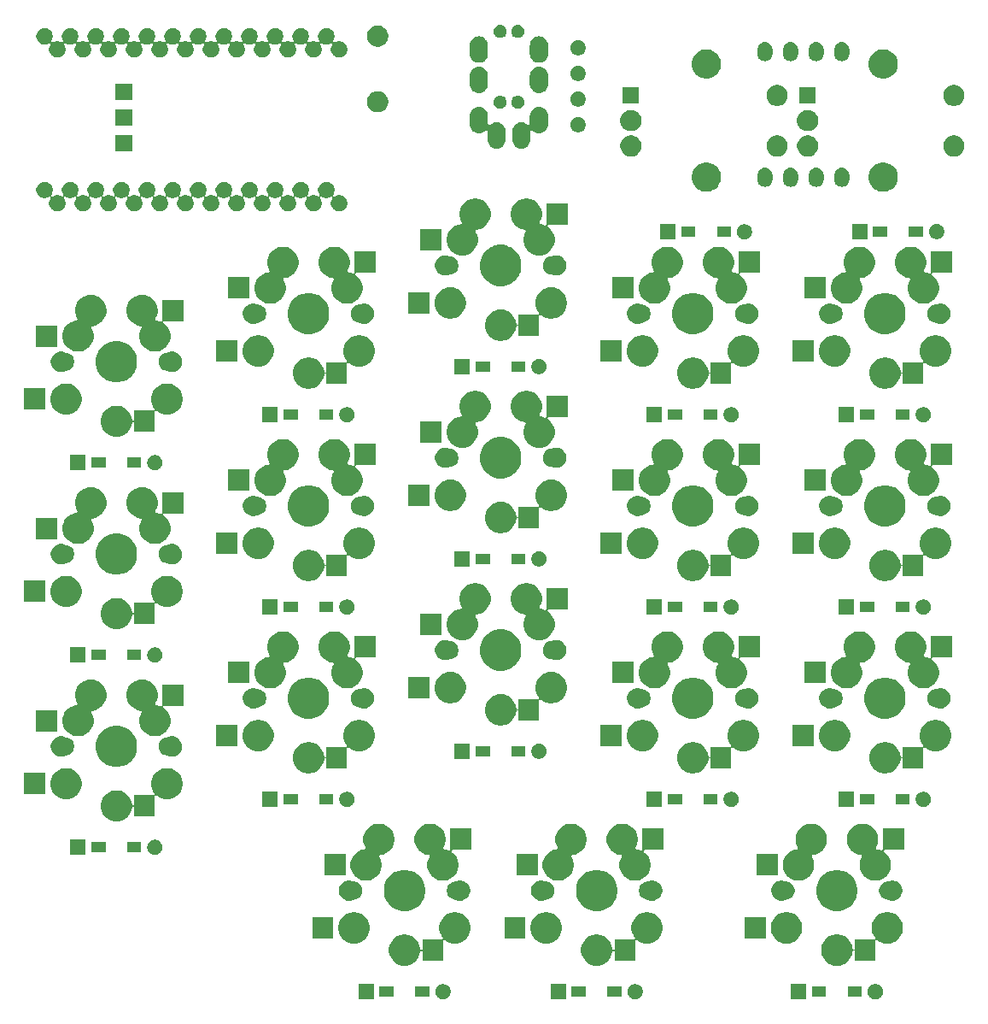
<source format=gbs>
G04 #@! TF.GenerationSoftware,KiCad,Pcbnew,(5.1.6-0-10_14)*
G04 #@! TF.CreationDate,2023-01-09T17:34:33+09:00*
G04 #@! TF.ProjectId,cool536v130,636f6f6c-3533-4367-9631-33302e6b6963,rev?*
G04 #@! TF.SameCoordinates,Original*
G04 #@! TF.FileFunction,Soldermask,Bot*
G04 #@! TF.FilePolarity,Negative*
%FSLAX46Y46*%
G04 Gerber Fmt 4.6, Leading zero omitted, Abs format (unit mm)*
G04 Created by KiCad (PCBNEW (5.1.6-0-10_14)) date 2023-01-09 17:34:33*
%MOMM*%
%LPD*%
G01*
G04 APERTURE LIST*
%ADD10C,0.100000*%
G04 APERTURE END LIST*
D10*
G36*
X124892425Y-129937099D02*
G01*
X125016621Y-129961802D01*
X125153022Y-130018301D01*
X125275779Y-130100325D01*
X125380175Y-130204721D01*
X125462199Y-130327478D01*
X125518698Y-130463879D01*
X125547500Y-130608681D01*
X125547500Y-130756319D01*
X125518698Y-130901121D01*
X125462199Y-131037522D01*
X125380175Y-131160279D01*
X125275779Y-131264675D01*
X125153022Y-131346699D01*
X125016621Y-131403198D01*
X124892425Y-131427901D01*
X124871820Y-131432000D01*
X124724180Y-131432000D01*
X124703575Y-131427901D01*
X124579379Y-131403198D01*
X124442978Y-131346699D01*
X124320221Y-131264675D01*
X124215825Y-131160279D01*
X124133801Y-131037522D01*
X124077302Y-130901121D01*
X124048500Y-130756319D01*
X124048500Y-130608681D01*
X124077302Y-130463879D01*
X124133801Y-130327478D01*
X124215825Y-130204721D01*
X124320221Y-130100325D01*
X124442978Y-130018301D01*
X124579379Y-129961802D01*
X124703575Y-129937099D01*
X124724180Y-129933000D01*
X124871820Y-129933000D01*
X124892425Y-129937099D01*
G37*
G36*
X117927500Y-131432000D02*
G01*
X116428500Y-131432000D01*
X116428500Y-129933000D01*
X117927500Y-129933000D01*
X117927500Y-131432000D01*
G37*
G36*
X101079425Y-129937099D02*
G01*
X101203621Y-129961802D01*
X101340022Y-130018301D01*
X101462779Y-130100325D01*
X101567175Y-130204721D01*
X101649199Y-130327478D01*
X101705698Y-130463879D01*
X101734500Y-130608681D01*
X101734500Y-130756319D01*
X101705698Y-130901121D01*
X101649199Y-131037522D01*
X101567175Y-131160279D01*
X101462779Y-131264675D01*
X101340022Y-131346699D01*
X101203621Y-131403198D01*
X101079425Y-131427901D01*
X101058820Y-131432000D01*
X100911180Y-131432000D01*
X100890575Y-131427901D01*
X100766379Y-131403198D01*
X100629978Y-131346699D01*
X100507221Y-131264675D01*
X100402825Y-131160279D01*
X100320801Y-131037522D01*
X100264302Y-130901121D01*
X100235500Y-130756319D01*
X100235500Y-130608681D01*
X100264302Y-130463879D01*
X100320801Y-130327478D01*
X100402825Y-130204721D01*
X100507221Y-130100325D01*
X100629978Y-130018301D01*
X100766379Y-129961802D01*
X100890575Y-129937099D01*
X100911180Y-129933000D01*
X101058820Y-129933000D01*
X101079425Y-129937099D01*
G37*
G36*
X94114500Y-131432000D02*
G01*
X92615500Y-131432000D01*
X92615500Y-129933000D01*
X94114500Y-129933000D01*
X94114500Y-131432000D01*
G37*
G36*
X82029425Y-129937099D02*
G01*
X82153621Y-129961802D01*
X82290022Y-130018301D01*
X82412779Y-130100325D01*
X82517175Y-130204721D01*
X82599199Y-130327478D01*
X82655698Y-130463879D01*
X82684500Y-130608681D01*
X82684500Y-130756319D01*
X82655698Y-130901121D01*
X82599199Y-131037522D01*
X82517175Y-131160279D01*
X82412779Y-131264675D01*
X82290022Y-131346699D01*
X82153621Y-131403198D01*
X82029425Y-131427901D01*
X82008820Y-131432000D01*
X81861180Y-131432000D01*
X81840575Y-131427901D01*
X81716379Y-131403198D01*
X81579978Y-131346699D01*
X81457221Y-131264675D01*
X81352825Y-131160279D01*
X81270801Y-131037522D01*
X81214302Y-130901121D01*
X81185500Y-130756319D01*
X81185500Y-130608681D01*
X81214302Y-130463879D01*
X81270801Y-130327478D01*
X81352825Y-130204721D01*
X81457221Y-130100325D01*
X81579978Y-130018301D01*
X81716379Y-129961802D01*
X81840575Y-129937099D01*
X81861180Y-129933000D01*
X82008820Y-129933000D01*
X82029425Y-129937099D01*
G37*
G36*
X75064500Y-131432000D02*
G01*
X73565500Y-131432000D01*
X73565500Y-129933000D01*
X75064500Y-129933000D01*
X75064500Y-131432000D01*
G37*
G36*
X123464000Y-131208500D02*
G01*
X122062000Y-131208500D01*
X122062000Y-130156500D01*
X123464000Y-130156500D01*
X123464000Y-131208500D01*
G37*
G36*
X119914000Y-131208500D02*
G01*
X118512000Y-131208500D01*
X118512000Y-130156500D01*
X119914000Y-130156500D01*
X119914000Y-131208500D01*
G37*
G36*
X99651000Y-131208500D02*
G01*
X98249000Y-131208500D01*
X98249000Y-130156500D01*
X99651000Y-130156500D01*
X99651000Y-131208500D01*
G37*
G36*
X96101000Y-131208500D02*
G01*
X94699000Y-131208500D01*
X94699000Y-130156500D01*
X96101000Y-130156500D01*
X96101000Y-131208500D01*
G37*
G36*
X80601000Y-131208500D02*
G01*
X79199000Y-131208500D01*
X79199000Y-130156500D01*
X80601000Y-130156500D01*
X80601000Y-131208500D01*
G37*
G36*
X77051000Y-131208500D02*
G01*
X75649000Y-131208500D01*
X75649000Y-130156500D01*
X77051000Y-130156500D01*
X77051000Y-131208500D01*
G37*
G36*
X102477585Y-122861302D02*
G01*
X102627410Y-122891104D01*
X102909674Y-123008021D01*
X103163705Y-123177759D01*
X103379741Y-123393795D01*
X103549479Y-123647826D01*
X103666396Y-123930090D01*
X103726000Y-124229740D01*
X103726000Y-124535260D01*
X103666396Y-124834910D01*
X103549479Y-125117174D01*
X103379741Y-125371205D01*
X103163705Y-125587241D01*
X102909674Y-125756979D01*
X102627410Y-125873896D01*
X102477585Y-125903698D01*
X102327761Y-125933500D01*
X102022239Y-125933500D01*
X101872415Y-125903698D01*
X101722590Y-125873896D01*
X101440326Y-125756979D01*
X101186295Y-125587241D01*
X101186290Y-125587236D01*
X101182662Y-125584812D01*
X101170445Y-125574786D01*
X101148834Y-125563235D01*
X101125385Y-125556122D01*
X101100999Y-125553720D01*
X101076613Y-125556122D01*
X101053164Y-125563235D01*
X101031553Y-125574786D01*
X101012611Y-125590331D01*
X100997066Y-125609273D01*
X100985515Y-125630884D01*
X100978402Y-125654333D01*
X100976000Y-125678719D01*
X100976000Y-127633500D01*
X98974000Y-127633500D01*
X98974000Y-126757616D01*
X98971598Y-126733230D01*
X98964485Y-126709781D01*
X98952934Y-126688170D01*
X98937389Y-126669228D01*
X98918447Y-126653683D01*
X98896836Y-126642132D01*
X98873387Y-126635019D01*
X98849001Y-126632617D01*
X98824615Y-126635019D01*
X98801166Y-126642132D01*
X98779555Y-126653683D01*
X98760613Y-126669228D01*
X98745068Y-126688170D01*
X98733517Y-126709781D01*
X98726404Y-126733230D01*
X98726000Y-126735260D01*
X98666396Y-127034910D01*
X98549479Y-127317174D01*
X98379741Y-127571205D01*
X98163705Y-127787241D01*
X97909674Y-127956979D01*
X97627410Y-128073896D01*
X97477585Y-128103698D01*
X97327761Y-128133500D01*
X97022239Y-128133500D01*
X96872415Y-128103698D01*
X96722590Y-128073896D01*
X96440326Y-127956979D01*
X96186295Y-127787241D01*
X95970259Y-127571205D01*
X95800521Y-127317174D01*
X95683604Y-127034910D01*
X95624000Y-126735260D01*
X95624000Y-126429740D01*
X95683604Y-126130090D01*
X95800521Y-125847826D01*
X95970259Y-125593795D01*
X96186295Y-125377759D01*
X96440326Y-125208021D01*
X96722590Y-125091104D01*
X96872415Y-125061302D01*
X97022239Y-125031500D01*
X97327761Y-125031500D01*
X97477585Y-125061302D01*
X97627410Y-125091104D01*
X97909674Y-125208021D01*
X98163705Y-125377759D01*
X98379741Y-125593795D01*
X98549479Y-125847826D01*
X98666396Y-126130090D01*
X98666396Y-126130091D01*
X98726404Y-126431770D01*
X98733517Y-126455219D01*
X98745068Y-126476830D01*
X98760613Y-126495772D01*
X98779555Y-126511317D01*
X98801166Y-126522868D01*
X98824615Y-126529981D01*
X98849001Y-126532383D01*
X98873387Y-126529981D01*
X98896836Y-126522868D01*
X98918447Y-126511317D01*
X98937389Y-126495772D01*
X98952934Y-126476830D01*
X98964485Y-126455219D01*
X98971598Y-126431770D01*
X98974000Y-126407384D01*
X98974000Y-125531500D01*
X100843509Y-125531500D01*
X100867895Y-125529098D01*
X100891344Y-125521985D01*
X100912955Y-125510434D01*
X100931897Y-125494889D01*
X100947442Y-125475947D01*
X100958993Y-125454336D01*
X100966106Y-125430887D01*
X100968508Y-125406501D01*
X100966106Y-125382115D01*
X100958993Y-125358666D01*
X100947447Y-125337065D01*
X100800521Y-125117174D01*
X100683604Y-124834910D01*
X100624000Y-124535260D01*
X100624000Y-124229740D01*
X100683604Y-123930090D01*
X100800521Y-123647826D01*
X100970259Y-123393795D01*
X101186295Y-123177759D01*
X101440326Y-123008021D01*
X101722590Y-122891104D01*
X101872415Y-122861302D01*
X102022239Y-122831500D01*
X102327761Y-122831500D01*
X102477585Y-122861302D01*
G37*
G36*
X126290585Y-122861302D02*
G01*
X126440410Y-122891104D01*
X126722674Y-123008021D01*
X126976705Y-123177759D01*
X127192741Y-123393795D01*
X127362479Y-123647826D01*
X127479396Y-123930090D01*
X127539000Y-124229740D01*
X127539000Y-124535260D01*
X127479396Y-124834910D01*
X127362479Y-125117174D01*
X127192741Y-125371205D01*
X126976705Y-125587241D01*
X126722674Y-125756979D01*
X126440410Y-125873896D01*
X126290585Y-125903698D01*
X126140761Y-125933500D01*
X125835239Y-125933500D01*
X125685415Y-125903698D01*
X125535590Y-125873896D01*
X125253326Y-125756979D01*
X124999295Y-125587241D01*
X124999290Y-125587236D01*
X124995662Y-125584812D01*
X124983445Y-125574786D01*
X124961834Y-125563235D01*
X124938385Y-125556122D01*
X124913999Y-125553720D01*
X124889613Y-125556122D01*
X124866164Y-125563235D01*
X124844553Y-125574786D01*
X124825611Y-125590331D01*
X124810066Y-125609273D01*
X124798515Y-125630884D01*
X124791402Y-125654333D01*
X124789000Y-125678719D01*
X124789000Y-127633500D01*
X122787000Y-127633500D01*
X122787000Y-126757616D01*
X122784598Y-126733230D01*
X122777485Y-126709781D01*
X122765934Y-126688170D01*
X122750389Y-126669228D01*
X122731447Y-126653683D01*
X122709836Y-126642132D01*
X122686387Y-126635019D01*
X122662001Y-126632617D01*
X122637615Y-126635019D01*
X122614166Y-126642132D01*
X122592555Y-126653683D01*
X122573613Y-126669228D01*
X122558068Y-126688170D01*
X122546517Y-126709781D01*
X122539404Y-126733230D01*
X122539000Y-126735260D01*
X122479396Y-127034910D01*
X122362479Y-127317174D01*
X122192741Y-127571205D01*
X121976705Y-127787241D01*
X121722674Y-127956979D01*
X121440410Y-128073896D01*
X121290585Y-128103698D01*
X121140761Y-128133500D01*
X120835239Y-128133500D01*
X120685415Y-128103698D01*
X120535590Y-128073896D01*
X120253326Y-127956979D01*
X119999295Y-127787241D01*
X119783259Y-127571205D01*
X119613521Y-127317174D01*
X119496604Y-127034910D01*
X119437000Y-126735260D01*
X119437000Y-126429740D01*
X119496604Y-126130090D01*
X119613521Y-125847826D01*
X119783259Y-125593795D01*
X119999295Y-125377759D01*
X120253326Y-125208021D01*
X120535590Y-125091104D01*
X120685415Y-125061302D01*
X120835239Y-125031500D01*
X121140761Y-125031500D01*
X121290585Y-125061302D01*
X121440410Y-125091104D01*
X121722674Y-125208021D01*
X121976705Y-125377759D01*
X122192741Y-125593795D01*
X122362479Y-125847826D01*
X122479396Y-126130090D01*
X122479396Y-126130091D01*
X122539404Y-126431770D01*
X122546517Y-126455219D01*
X122558068Y-126476830D01*
X122573613Y-126495772D01*
X122592555Y-126511317D01*
X122614166Y-126522868D01*
X122637615Y-126529981D01*
X122662001Y-126532383D01*
X122686387Y-126529981D01*
X122709836Y-126522868D01*
X122731447Y-126511317D01*
X122750389Y-126495772D01*
X122765934Y-126476830D01*
X122777485Y-126455219D01*
X122784598Y-126431770D01*
X122787000Y-126407384D01*
X122787000Y-125531500D01*
X124656509Y-125531500D01*
X124680895Y-125529098D01*
X124704344Y-125521985D01*
X124725955Y-125510434D01*
X124744897Y-125494889D01*
X124760442Y-125475947D01*
X124771993Y-125454336D01*
X124779106Y-125430887D01*
X124781508Y-125406501D01*
X124779106Y-125382115D01*
X124771993Y-125358666D01*
X124760447Y-125337065D01*
X124613521Y-125117174D01*
X124496604Y-124834910D01*
X124437000Y-124535260D01*
X124437000Y-124229740D01*
X124496604Y-123930090D01*
X124613521Y-123647826D01*
X124783259Y-123393795D01*
X124999295Y-123177759D01*
X125253326Y-123008021D01*
X125535590Y-122891104D01*
X125685415Y-122861302D01*
X125835239Y-122831500D01*
X126140761Y-122831500D01*
X126290585Y-122861302D01*
G37*
G36*
X83427585Y-122861302D02*
G01*
X83577410Y-122891104D01*
X83859674Y-123008021D01*
X84113705Y-123177759D01*
X84329741Y-123393795D01*
X84499479Y-123647826D01*
X84616396Y-123930090D01*
X84676000Y-124229740D01*
X84676000Y-124535260D01*
X84616396Y-124834910D01*
X84499479Y-125117174D01*
X84329741Y-125371205D01*
X84113705Y-125587241D01*
X83859674Y-125756979D01*
X83577410Y-125873896D01*
X83427585Y-125903698D01*
X83277761Y-125933500D01*
X82972239Y-125933500D01*
X82822415Y-125903698D01*
X82672590Y-125873896D01*
X82390326Y-125756979D01*
X82136295Y-125587241D01*
X82136290Y-125587236D01*
X82132662Y-125584812D01*
X82120445Y-125574786D01*
X82098834Y-125563235D01*
X82075385Y-125556122D01*
X82050999Y-125553720D01*
X82026613Y-125556122D01*
X82003164Y-125563235D01*
X81981553Y-125574786D01*
X81962611Y-125590331D01*
X81947066Y-125609273D01*
X81935515Y-125630884D01*
X81928402Y-125654333D01*
X81926000Y-125678719D01*
X81926000Y-127633500D01*
X79924000Y-127633500D01*
X79924000Y-126757616D01*
X79921598Y-126733230D01*
X79914485Y-126709781D01*
X79902934Y-126688170D01*
X79887389Y-126669228D01*
X79868447Y-126653683D01*
X79846836Y-126642132D01*
X79823387Y-126635019D01*
X79799001Y-126632617D01*
X79774615Y-126635019D01*
X79751166Y-126642132D01*
X79729555Y-126653683D01*
X79710613Y-126669228D01*
X79695068Y-126688170D01*
X79683517Y-126709781D01*
X79676404Y-126733230D01*
X79676000Y-126735260D01*
X79616396Y-127034910D01*
X79499479Y-127317174D01*
X79329741Y-127571205D01*
X79113705Y-127787241D01*
X78859674Y-127956979D01*
X78577410Y-128073896D01*
X78427585Y-128103698D01*
X78277761Y-128133500D01*
X77972239Y-128133500D01*
X77822415Y-128103698D01*
X77672590Y-128073896D01*
X77390326Y-127956979D01*
X77136295Y-127787241D01*
X76920259Y-127571205D01*
X76750521Y-127317174D01*
X76633604Y-127034910D01*
X76574000Y-126735260D01*
X76574000Y-126429740D01*
X76633604Y-126130090D01*
X76750521Y-125847826D01*
X76920259Y-125593795D01*
X77136295Y-125377759D01*
X77390326Y-125208021D01*
X77672590Y-125091104D01*
X77822415Y-125061302D01*
X77972239Y-125031500D01*
X78277761Y-125031500D01*
X78427585Y-125061302D01*
X78577410Y-125091104D01*
X78859674Y-125208021D01*
X79113705Y-125377759D01*
X79329741Y-125593795D01*
X79499479Y-125847826D01*
X79616396Y-126130090D01*
X79616396Y-126130091D01*
X79676404Y-126431770D01*
X79683517Y-126455219D01*
X79695068Y-126476830D01*
X79710613Y-126495772D01*
X79729555Y-126511317D01*
X79751166Y-126522868D01*
X79774615Y-126529981D01*
X79799001Y-126532383D01*
X79823387Y-126529981D01*
X79846836Y-126522868D01*
X79868447Y-126511317D01*
X79887389Y-126495772D01*
X79902934Y-126476830D01*
X79914485Y-126455219D01*
X79921598Y-126431770D01*
X79924000Y-126407384D01*
X79924000Y-125531500D01*
X81793509Y-125531500D01*
X81817895Y-125529098D01*
X81841344Y-125521985D01*
X81862955Y-125510434D01*
X81881897Y-125494889D01*
X81897442Y-125475947D01*
X81908993Y-125454336D01*
X81916106Y-125430887D01*
X81918508Y-125406501D01*
X81916106Y-125382115D01*
X81908993Y-125358666D01*
X81897447Y-125337065D01*
X81750521Y-125117174D01*
X81633604Y-124834910D01*
X81574000Y-124535260D01*
X81574000Y-124229740D01*
X81633604Y-123930090D01*
X81750521Y-123647826D01*
X81920259Y-123393795D01*
X82136295Y-123177759D01*
X82390326Y-123008021D01*
X82672590Y-122891104D01*
X82822415Y-122861302D01*
X82972239Y-122831500D01*
X83277761Y-122831500D01*
X83427585Y-122861302D01*
G37*
G36*
X73427585Y-122861302D02*
G01*
X73577410Y-122891104D01*
X73859674Y-123008021D01*
X74113705Y-123177759D01*
X74329741Y-123393795D01*
X74499479Y-123647826D01*
X74616396Y-123930090D01*
X74676000Y-124229740D01*
X74676000Y-124535260D01*
X74616396Y-124834910D01*
X74499479Y-125117174D01*
X74329741Y-125371205D01*
X74113705Y-125587241D01*
X73859674Y-125756979D01*
X73577410Y-125873896D01*
X73427585Y-125903698D01*
X73277761Y-125933500D01*
X72972239Y-125933500D01*
X72822415Y-125903698D01*
X72672590Y-125873896D01*
X72390326Y-125756979D01*
X72136295Y-125587241D01*
X71920259Y-125371205D01*
X71750521Y-125117174D01*
X71633604Y-124834910D01*
X71574000Y-124535260D01*
X71574000Y-124229740D01*
X71633604Y-123930090D01*
X71750521Y-123647826D01*
X71920259Y-123393795D01*
X72136295Y-123177759D01*
X72390326Y-123008021D01*
X72672590Y-122891104D01*
X72822415Y-122861302D01*
X72972239Y-122831500D01*
X73277761Y-122831500D01*
X73427585Y-122861302D01*
G37*
G36*
X92477585Y-122861302D02*
G01*
X92627410Y-122891104D01*
X92909674Y-123008021D01*
X93163705Y-123177759D01*
X93379741Y-123393795D01*
X93549479Y-123647826D01*
X93666396Y-123930090D01*
X93726000Y-124229740D01*
X93726000Y-124535260D01*
X93666396Y-124834910D01*
X93549479Y-125117174D01*
X93379741Y-125371205D01*
X93163705Y-125587241D01*
X92909674Y-125756979D01*
X92627410Y-125873896D01*
X92477585Y-125903698D01*
X92327761Y-125933500D01*
X92022239Y-125933500D01*
X91872415Y-125903698D01*
X91722590Y-125873896D01*
X91440326Y-125756979D01*
X91186295Y-125587241D01*
X90970259Y-125371205D01*
X90800521Y-125117174D01*
X90683604Y-124834910D01*
X90624000Y-124535260D01*
X90624000Y-124229740D01*
X90683604Y-123930090D01*
X90800521Y-123647826D01*
X90970259Y-123393795D01*
X91186295Y-123177759D01*
X91440326Y-123008021D01*
X91722590Y-122891104D01*
X91872415Y-122861302D01*
X92022239Y-122831500D01*
X92327761Y-122831500D01*
X92477585Y-122861302D01*
G37*
G36*
X116290585Y-122861302D02*
G01*
X116440410Y-122891104D01*
X116722674Y-123008021D01*
X116976705Y-123177759D01*
X117192741Y-123393795D01*
X117362479Y-123647826D01*
X117479396Y-123930090D01*
X117539000Y-124229740D01*
X117539000Y-124535260D01*
X117479396Y-124834910D01*
X117362479Y-125117174D01*
X117192741Y-125371205D01*
X116976705Y-125587241D01*
X116722674Y-125756979D01*
X116440410Y-125873896D01*
X116290585Y-125903698D01*
X116140761Y-125933500D01*
X115835239Y-125933500D01*
X115685415Y-125903698D01*
X115535590Y-125873896D01*
X115253326Y-125756979D01*
X114999295Y-125587241D01*
X114783259Y-125371205D01*
X114613521Y-125117174D01*
X114496604Y-124834910D01*
X114437000Y-124535260D01*
X114437000Y-124229740D01*
X114496604Y-123930090D01*
X114613521Y-123647826D01*
X114783259Y-123393795D01*
X114999295Y-123177759D01*
X115253326Y-123008021D01*
X115535590Y-122891104D01*
X115685415Y-122861302D01*
X115835239Y-122831500D01*
X116140761Y-122831500D01*
X116290585Y-122861302D01*
G37*
G36*
X90126000Y-125433500D02*
G01*
X88024000Y-125433500D01*
X88024000Y-123331500D01*
X90126000Y-123331500D01*
X90126000Y-125433500D01*
G37*
G36*
X71076000Y-125433500D02*
G01*
X68974000Y-125433500D01*
X68974000Y-123331500D01*
X71076000Y-123331500D01*
X71076000Y-125433500D01*
G37*
G36*
X113939000Y-125433500D02*
G01*
X111837000Y-125433500D01*
X111837000Y-123331500D01*
X113939000Y-123331500D01*
X113939000Y-125433500D01*
G37*
G36*
X121586254Y-118710318D02*
G01*
X121959511Y-118864926D01*
X121959513Y-118864927D01*
X122295436Y-119089384D01*
X122581116Y-119375064D01*
X122793889Y-119693500D01*
X122805574Y-119710989D01*
X122960182Y-120084246D01*
X123039000Y-120480493D01*
X123039000Y-120884507D01*
X122960182Y-121280754D01*
X122830839Y-121593015D01*
X122805573Y-121654013D01*
X122581116Y-121989936D01*
X122295436Y-122275616D01*
X121959513Y-122500073D01*
X121959512Y-122500074D01*
X121959511Y-122500074D01*
X121586254Y-122654682D01*
X121190007Y-122733500D01*
X120785993Y-122733500D01*
X120389746Y-122654682D01*
X120016489Y-122500074D01*
X120016488Y-122500074D01*
X120016487Y-122500073D01*
X119680564Y-122275616D01*
X119394884Y-121989936D01*
X119170427Y-121654013D01*
X119145161Y-121593015D01*
X119015818Y-121280754D01*
X118937000Y-120884507D01*
X118937000Y-120480493D01*
X119015818Y-120084246D01*
X119170426Y-119710989D01*
X119182112Y-119693500D01*
X119394884Y-119375064D01*
X119680564Y-119089384D01*
X120016487Y-118864927D01*
X120016489Y-118864926D01*
X120389746Y-118710318D01*
X120785993Y-118631500D01*
X121190007Y-118631500D01*
X121586254Y-118710318D01*
G37*
G36*
X97773254Y-118710318D02*
G01*
X98146511Y-118864926D01*
X98146513Y-118864927D01*
X98482436Y-119089384D01*
X98768116Y-119375064D01*
X98980889Y-119693500D01*
X98992574Y-119710989D01*
X99147182Y-120084246D01*
X99226000Y-120480493D01*
X99226000Y-120884507D01*
X99147182Y-121280754D01*
X99017839Y-121593015D01*
X98992573Y-121654013D01*
X98768116Y-121989936D01*
X98482436Y-122275616D01*
X98146513Y-122500073D01*
X98146512Y-122500074D01*
X98146511Y-122500074D01*
X97773254Y-122654682D01*
X97377007Y-122733500D01*
X96972993Y-122733500D01*
X96576746Y-122654682D01*
X96203489Y-122500074D01*
X96203488Y-122500074D01*
X96203487Y-122500073D01*
X95867564Y-122275616D01*
X95581884Y-121989936D01*
X95357427Y-121654013D01*
X95332161Y-121593015D01*
X95202818Y-121280754D01*
X95124000Y-120884507D01*
X95124000Y-120480493D01*
X95202818Y-120084246D01*
X95357426Y-119710989D01*
X95369112Y-119693500D01*
X95581884Y-119375064D01*
X95867564Y-119089384D01*
X96203487Y-118864927D01*
X96203489Y-118864926D01*
X96576746Y-118710318D01*
X96972993Y-118631500D01*
X97377007Y-118631500D01*
X97773254Y-118710318D01*
G37*
G36*
X78723254Y-118710318D02*
G01*
X79096511Y-118864926D01*
X79096513Y-118864927D01*
X79432436Y-119089384D01*
X79718116Y-119375064D01*
X79930889Y-119693500D01*
X79942574Y-119710989D01*
X80097182Y-120084246D01*
X80176000Y-120480493D01*
X80176000Y-120884507D01*
X80097182Y-121280754D01*
X79967839Y-121593015D01*
X79942573Y-121654013D01*
X79718116Y-121989936D01*
X79432436Y-122275616D01*
X79096513Y-122500073D01*
X79096512Y-122500074D01*
X79096511Y-122500074D01*
X78723254Y-122654682D01*
X78327007Y-122733500D01*
X77922993Y-122733500D01*
X77526746Y-122654682D01*
X77153489Y-122500074D01*
X77153488Y-122500074D01*
X77153487Y-122500073D01*
X76817564Y-122275616D01*
X76531884Y-121989936D01*
X76307427Y-121654013D01*
X76282161Y-121593015D01*
X76152818Y-121280754D01*
X76074000Y-120884507D01*
X76074000Y-120480493D01*
X76152818Y-120084246D01*
X76307426Y-119710989D01*
X76319112Y-119693500D01*
X76531884Y-119375064D01*
X76817564Y-119089384D01*
X77153487Y-118864927D01*
X77153489Y-118864926D01*
X77526746Y-118710318D01*
X77922993Y-118631500D01*
X78327007Y-118631500D01*
X78723254Y-118710318D01*
G37*
G36*
X126646918Y-119693500D02*
G01*
X126779981Y-119719968D01*
X126962151Y-119795426D01*
X127126100Y-119904973D01*
X127265527Y-120044400D01*
X127375074Y-120208349D01*
X127450532Y-120390519D01*
X127489000Y-120583910D01*
X127489000Y-120781090D01*
X127450532Y-120974481D01*
X127375074Y-121156651D01*
X127265527Y-121320600D01*
X127126100Y-121460027D01*
X126962151Y-121569574D01*
X126779981Y-121645032D01*
X126683285Y-121664266D01*
X126586591Y-121683500D01*
X126389409Y-121683500D01*
X126292715Y-121664266D01*
X126196019Y-121645032D01*
X126070440Y-121593015D01*
X126046991Y-121585902D01*
X126022605Y-121583500D01*
X125979258Y-121583500D01*
X125954488Y-121578573D01*
X125805188Y-121548876D01*
X125641216Y-121480956D01*
X125493646Y-121382353D01*
X125368147Y-121256854D01*
X125269544Y-121109284D01*
X125201624Y-120945312D01*
X125167000Y-120771241D01*
X125167000Y-120593759D01*
X125201624Y-120419688D01*
X125269544Y-120255716D01*
X125368147Y-120108146D01*
X125493646Y-119982647D01*
X125641216Y-119884044D01*
X125805188Y-119816124D01*
X125954488Y-119786427D01*
X125979258Y-119781500D01*
X126022605Y-119781500D01*
X126046991Y-119779098D01*
X126070440Y-119771985D01*
X126075690Y-119769811D01*
X126196019Y-119719968D01*
X126329082Y-119693500D01*
X126389409Y-119681500D01*
X126586591Y-119681500D01*
X126646918Y-119693500D01*
G37*
G36*
X83783918Y-119693500D02*
G01*
X83916981Y-119719968D01*
X84099151Y-119795426D01*
X84263100Y-119904973D01*
X84402527Y-120044400D01*
X84512074Y-120208349D01*
X84587532Y-120390519D01*
X84626000Y-120583910D01*
X84626000Y-120781090D01*
X84587532Y-120974481D01*
X84512074Y-121156651D01*
X84402527Y-121320600D01*
X84263100Y-121460027D01*
X84099151Y-121569574D01*
X83916981Y-121645032D01*
X83820285Y-121664266D01*
X83723591Y-121683500D01*
X83526409Y-121683500D01*
X83429715Y-121664266D01*
X83333019Y-121645032D01*
X83207440Y-121593015D01*
X83183991Y-121585902D01*
X83159605Y-121583500D01*
X83116258Y-121583500D01*
X83091488Y-121578573D01*
X82942188Y-121548876D01*
X82778216Y-121480956D01*
X82630646Y-121382353D01*
X82505147Y-121256854D01*
X82406544Y-121109284D01*
X82338624Y-120945312D01*
X82304000Y-120771241D01*
X82304000Y-120593759D01*
X82338624Y-120419688D01*
X82406544Y-120255716D01*
X82505147Y-120108146D01*
X82630646Y-119982647D01*
X82778216Y-119884044D01*
X82942188Y-119816124D01*
X83091488Y-119786427D01*
X83116258Y-119781500D01*
X83159605Y-119781500D01*
X83183991Y-119779098D01*
X83207440Y-119771985D01*
X83212690Y-119769811D01*
X83333019Y-119719968D01*
X83466082Y-119693500D01*
X83526409Y-119681500D01*
X83723591Y-119681500D01*
X83783918Y-119693500D01*
G37*
G36*
X72783918Y-119693500D02*
G01*
X72916981Y-119719968D01*
X73037310Y-119769811D01*
X73042560Y-119771985D01*
X73066009Y-119779098D01*
X73090395Y-119781500D01*
X73133742Y-119781500D01*
X73158512Y-119786427D01*
X73307812Y-119816124D01*
X73471784Y-119884044D01*
X73619354Y-119982647D01*
X73744853Y-120108146D01*
X73843456Y-120255716D01*
X73911376Y-120419688D01*
X73946000Y-120593759D01*
X73946000Y-120771241D01*
X73911376Y-120945312D01*
X73843456Y-121109284D01*
X73744853Y-121256854D01*
X73619354Y-121382353D01*
X73471784Y-121480956D01*
X73307812Y-121548876D01*
X73158512Y-121578573D01*
X73133742Y-121583500D01*
X73090395Y-121583500D01*
X73066009Y-121585902D01*
X73042560Y-121593015D01*
X72916981Y-121645032D01*
X72820285Y-121664266D01*
X72723591Y-121683500D01*
X72526409Y-121683500D01*
X72429715Y-121664266D01*
X72333019Y-121645032D01*
X72150849Y-121569574D01*
X71986900Y-121460027D01*
X71847473Y-121320600D01*
X71737926Y-121156651D01*
X71662468Y-120974481D01*
X71624000Y-120781090D01*
X71624000Y-120583910D01*
X71662468Y-120390519D01*
X71737926Y-120208349D01*
X71847473Y-120044400D01*
X71986900Y-119904973D01*
X72150849Y-119795426D01*
X72333019Y-119719968D01*
X72466082Y-119693500D01*
X72526409Y-119681500D01*
X72723591Y-119681500D01*
X72783918Y-119693500D01*
G37*
G36*
X115646918Y-119693500D02*
G01*
X115779981Y-119719968D01*
X115900310Y-119769811D01*
X115905560Y-119771985D01*
X115929009Y-119779098D01*
X115953395Y-119781500D01*
X115996742Y-119781500D01*
X116021512Y-119786427D01*
X116170812Y-119816124D01*
X116334784Y-119884044D01*
X116482354Y-119982647D01*
X116607853Y-120108146D01*
X116706456Y-120255716D01*
X116774376Y-120419688D01*
X116809000Y-120593759D01*
X116809000Y-120771241D01*
X116774376Y-120945312D01*
X116706456Y-121109284D01*
X116607853Y-121256854D01*
X116482354Y-121382353D01*
X116334784Y-121480956D01*
X116170812Y-121548876D01*
X116021512Y-121578573D01*
X115996742Y-121583500D01*
X115953395Y-121583500D01*
X115929009Y-121585902D01*
X115905560Y-121593015D01*
X115779981Y-121645032D01*
X115683285Y-121664266D01*
X115586591Y-121683500D01*
X115389409Y-121683500D01*
X115292715Y-121664266D01*
X115196019Y-121645032D01*
X115013849Y-121569574D01*
X114849900Y-121460027D01*
X114710473Y-121320600D01*
X114600926Y-121156651D01*
X114525468Y-120974481D01*
X114487000Y-120781090D01*
X114487000Y-120583910D01*
X114525468Y-120390519D01*
X114600926Y-120208349D01*
X114710473Y-120044400D01*
X114849900Y-119904973D01*
X115013849Y-119795426D01*
X115196019Y-119719968D01*
X115329082Y-119693500D01*
X115389409Y-119681500D01*
X115586591Y-119681500D01*
X115646918Y-119693500D01*
G37*
G36*
X91833918Y-119693500D02*
G01*
X91966981Y-119719968D01*
X92087310Y-119769811D01*
X92092560Y-119771985D01*
X92116009Y-119779098D01*
X92140395Y-119781500D01*
X92183742Y-119781500D01*
X92208512Y-119786427D01*
X92357812Y-119816124D01*
X92521784Y-119884044D01*
X92669354Y-119982647D01*
X92794853Y-120108146D01*
X92893456Y-120255716D01*
X92961376Y-120419688D01*
X92996000Y-120593759D01*
X92996000Y-120771241D01*
X92961376Y-120945312D01*
X92893456Y-121109284D01*
X92794853Y-121256854D01*
X92669354Y-121382353D01*
X92521784Y-121480956D01*
X92357812Y-121548876D01*
X92208512Y-121578573D01*
X92183742Y-121583500D01*
X92140395Y-121583500D01*
X92116009Y-121585902D01*
X92092560Y-121593015D01*
X91966981Y-121645032D01*
X91870285Y-121664266D01*
X91773591Y-121683500D01*
X91576409Y-121683500D01*
X91479715Y-121664266D01*
X91383019Y-121645032D01*
X91200849Y-121569574D01*
X91036900Y-121460027D01*
X90897473Y-121320600D01*
X90787926Y-121156651D01*
X90712468Y-120974481D01*
X90674000Y-120781090D01*
X90674000Y-120583910D01*
X90712468Y-120390519D01*
X90787926Y-120208349D01*
X90897473Y-120044400D01*
X91036900Y-119904973D01*
X91200849Y-119795426D01*
X91383019Y-119719968D01*
X91516082Y-119693500D01*
X91576409Y-119681500D01*
X91773591Y-119681500D01*
X91833918Y-119693500D01*
G37*
G36*
X102833918Y-119693500D02*
G01*
X102966981Y-119719968D01*
X103149151Y-119795426D01*
X103313100Y-119904973D01*
X103452527Y-120044400D01*
X103562074Y-120208349D01*
X103637532Y-120390519D01*
X103676000Y-120583910D01*
X103676000Y-120781090D01*
X103637532Y-120974481D01*
X103562074Y-121156651D01*
X103452527Y-121320600D01*
X103313100Y-121460027D01*
X103149151Y-121569574D01*
X102966981Y-121645032D01*
X102870285Y-121664266D01*
X102773591Y-121683500D01*
X102576409Y-121683500D01*
X102479715Y-121664266D01*
X102383019Y-121645032D01*
X102257440Y-121593015D01*
X102233991Y-121585902D01*
X102209605Y-121583500D01*
X102166258Y-121583500D01*
X102141488Y-121578573D01*
X101992188Y-121548876D01*
X101828216Y-121480956D01*
X101680646Y-121382353D01*
X101555147Y-121256854D01*
X101456544Y-121109284D01*
X101388624Y-120945312D01*
X101354000Y-120771241D01*
X101354000Y-120593759D01*
X101388624Y-120419688D01*
X101456544Y-120255716D01*
X101555147Y-120108146D01*
X101680646Y-119982647D01*
X101828216Y-119884044D01*
X101992188Y-119816124D01*
X102141488Y-119786427D01*
X102166258Y-119781500D01*
X102209605Y-119781500D01*
X102233991Y-119779098D01*
X102257440Y-119771985D01*
X102262690Y-119769811D01*
X102383019Y-119719968D01*
X102516082Y-119693500D01*
X102576409Y-119681500D01*
X102773591Y-119681500D01*
X102833918Y-119693500D01*
G37*
G36*
X118750585Y-114081302D02*
G01*
X118900410Y-114111104D01*
X119182674Y-114228021D01*
X119436705Y-114397759D01*
X119652741Y-114613795D01*
X119822479Y-114867826D01*
X119939396Y-115150090D01*
X119999000Y-115449740D01*
X119999000Y-115755260D01*
X119939396Y-116054910D01*
X119822479Y-116337174D01*
X119652741Y-116591205D01*
X119436705Y-116807241D01*
X119182674Y-116976979D01*
X118900410Y-117093896D01*
X118817338Y-117110420D01*
X118591623Y-117155318D01*
X118568174Y-117162431D01*
X118546563Y-117173982D01*
X118527621Y-117189528D01*
X118512076Y-117208469D01*
X118500525Y-117230080D01*
X118493412Y-117253529D01*
X118491010Y-117277915D01*
X118493412Y-117302301D01*
X118500525Y-117325750D01*
X118512070Y-117347349D01*
X118552479Y-117407826D01*
X118669396Y-117690090D01*
X118729000Y-117989740D01*
X118729000Y-118295260D01*
X118669396Y-118594910D01*
X118552479Y-118877174D01*
X118382741Y-119131205D01*
X118166705Y-119347241D01*
X117912674Y-119516979D01*
X117630410Y-119633896D01*
X117480585Y-119663698D01*
X117330761Y-119693500D01*
X117025239Y-119693500D01*
X116875415Y-119663698D01*
X116725590Y-119633896D01*
X116443326Y-119516979D01*
X116189295Y-119347241D01*
X115973259Y-119131205D01*
X115803521Y-118877174D01*
X115686604Y-118594910D01*
X115627000Y-118295260D01*
X115627000Y-117989740D01*
X115686604Y-117690090D01*
X115803521Y-117407826D01*
X115973259Y-117153795D01*
X116189295Y-116937759D01*
X116443326Y-116768021D01*
X116725590Y-116651104D01*
X116828801Y-116630574D01*
X117034377Y-116589682D01*
X117057826Y-116582569D01*
X117079437Y-116571018D01*
X117098379Y-116555472D01*
X117113924Y-116536531D01*
X117125475Y-116514920D01*
X117132588Y-116491471D01*
X117134990Y-116467085D01*
X117132588Y-116442699D01*
X117125475Y-116419250D01*
X117113930Y-116397651D01*
X117073521Y-116337174D01*
X116956604Y-116054910D01*
X116897000Y-115755260D01*
X116897000Y-115449740D01*
X116956604Y-115150090D01*
X117073521Y-114867826D01*
X117243259Y-114613795D01*
X117459295Y-114397759D01*
X117713326Y-114228021D01*
X117995590Y-114111104D01*
X118145415Y-114081302D01*
X118295239Y-114051500D01*
X118600761Y-114051500D01*
X118750585Y-114081302D01*
G37*
G36*
X80967585Y-114081302D02*
G01*
X81117410Y-114111104D01*
X81399674Y-114228021D01*
X81653705Y-114397759D01*
X81869741Y-114613795D01*
X82039479Y-114867826D01*
X82156396Y-115150090D01*
X82216000Y-115449740D01*
X82216000Y-115755260D01*
X82156396Y-116054910D01*
X82039479Y-116337174D01*
X81999070Y-116397651D01*
X81987525Y-116419249D01*
X81980412Y-116442698D01*
X81978010Y-116467084D01*
X81980412Y-116491471D01*
X81987525Y-116514920D01*
X81999076Y-116536530D01*
X82014621Y-116555472D01*
X82033563Y-116571018D01*
X82055173Y-116582569D01*
X82078623Y-116589682D01*
X82387410Y-116651104D01*
X82501166Y-116698223D01*
X82524615Y-116705336D01*
X82549001Y-116707738D01*
X82573388Y-116705336D01*
X82596836Y-116698223D01*
X82618447Y-116686672D01*
X82637389Y-116671126D01*
X82652934Y-116652184D01*
X82664485Y-116630574D01*
X82671598Y-116607125D01*
X82674000Y-116582739D01*
X82674000Y-114551500D01*
X84776000Y-114551500D01*
X84776000Y-116653500D01*
X82910346Y-116653500D01*
X82885960Y-116655902D01*
X82862511Y-116663015D01*
X82840900Y-116674566D01*
X82821958Y-116690111D01*
X82806413Y-116709053D01*
X82794862Y-116730664D01*
X82787749Y-116754113D01*
X82785347Y-116778499D01*
X82787749Y-116802885D01*
X82794862Y-116826334D01*
X82806413Y-116847945D01*
X82821958Y-116866887D01*
X82840890Y-116882424D01*
X82923705Y-116937759D01*
X83139741Y-117153795D01*
X83309479Y-117407826D01*
X83426396Y-117690090D01*
X83486000Y-117989740D01*
X83486000Y-118295260D01*
X83426396Y-118594910D01*
X83309479Y-118877174D01*
X83139741Y-119131205D01*
X82923705Y-119347241D01*
X82669674Y-119516979D01*
X82387410Y-119633896D01*
X82237585Y-119663698D01*
X82087761Y-119693500D01*
X81782239Y-119693500D01*
X81632415Y-119663698D01*
X81482590Y-119633896D01*
X81200326Y-119516979D01*
X80946295Y-119347241D01*
X80730259Y-119131205D01*
X80560521Y-118877174D01*
X80443604Y-118594910D01*
X80384000Y-118295260D01*
X80384000Y-117989740D01*
X80443604Y-117690090D01*
X80560521Y-117407826D01*
X80600930Y-117347349D01*
X80612475Y-117325751D01*
X80619588Y-117302302D01*
X80621990Y-117277916D01*
X80619588Y-117253529D01*
X80612475Y-117230080D01*
X80600924Y-117208470D01*
X80585379Y-117189528D01*
X80566437Y-117173982D01*
X80544827Y-117162431D01*
X80521377Y-117155318D01*
X80295662Y-117110420D01*
X80212590Y-117093896D01*
X79930326Y-116976979D01*
X79676295Y-116807241D01*
X79460259Y-116591205D01*
X79290521Y-116337174D01*
X79173604Y-116054910D01*
X79114000Y-115755260D01*
X79114000Y-115449740D01*
X79173604Y-115150090D01*
X79290521Y-114867826D01*
X79460259Y-114613795D01*
X79676295Y-114397759D01*
X79930326Y-114228021D01*
X80212590Y-114111104D01*
X80362415Y-114081302D01*
X80512239Y-114051500D01*
X80817761Y-114051500D01*
X80967585Y-114081302D01*
G37*
G36*
X100017585Y-114081302D02*
G01*
X100167410Y-114111104D01*
X100449674Y-114228021D01*
X100703705Y-114397759D01*
X100919741Y-114613795D01*
X101089479Y-114867826D01*
X101206396Y-115150090D01*
X101266000Y-115449740D01*
X101266000Y-115755260D01*
X101206396Y-116054910D01*
X101089479Y-116337174D01*
X101049070Y-116397651D01*
X101037525Y-116419249D01*
X101030412Y-116442698D01*
X101028010Y-116467084D01*
X101030412Y-116491471D01*
X101037525Y-116514920D01*
X101049076Y-116536530D01*
X101064621Y-116555472D01*
X101083563Y-116571018D01*
X101105173Y-116582569D01*
X101128623Y-116589682D01*
X101437410Y-116651104D01*
X101551166Y-116698223D01*
X101574615Y-116705336D01*
X101599001Y-116707738D01*
X101623388Y-116705336D01*
X101646836Y-116698223D01*
X101668447Y-116686672D01*
X101687389Y-116671126D01*
X101702934Y-116652184D01*
X101714485Y-116630574D01*
X101721598Y-116607125D01*
X101724000Y-116582739D01*
X101724000Y-114551500D01*
X103826000Y-114551500D01*
X103826000Y-116653500D01*
X101960346Y-116653500D01*
X101935960Y-116655902D01*
X101912511Y-116663015D01*
X101890900Y-116674566D01*
X101871958Y-116690111D01*
X101856413Y-116709053D01*
X101844862Y-116730664D01*
X101837749Y-116754113D01*
X101835347Y-116778499D01*
X101837749Y-116802885D01*
X101844862Y-116826334D01*
X101856413Y-116847945D01*
X101871958Y-116866887D01*
X101890890Y-116882424D01*
X101973705Y-116937759D01*
X102189741Y-117153795D01*
X102359479Y-117407826D01*
X102476396Y-117690090D01*
X102536000Y-117989740D01*
X102536000Y-118295260D01*
X102476396Y-118594910D01*
X102359479Y-118877174D01*
X102189741Y-119131205D01*
X101973705Y-119347241D01*
X101719674Y-119516979D01*
X101437410Y-119633896D01*
X101287585Y-119663698D01*
X101137761Y-119693500D01*
X100832239Y-119693500D01*
X100682415Y-119663698D01*
X100532590Y-119633896D01*
X100250326Y-119516979D01*
X99996295Y-119347241D01*
X99780259Y-119131205D01*
X99610521Y-118877174D01*
X99493604Y-118594910D01*
X99434000Y-118295260D01*
X99434000Y-117989740D01*
X99493604Y-117690090D01*
X99610521Y-117407826D01*
X99650930Y-117347349D01*
X99662475Y-117325751D01*
X99669588Y-117302302D01*
X99671990Y-117277916D01*
X99669588Y-117253529D01*
X99662475Y-117230080D01*
X99650924Y-117208470D01*
X99635379Y-117189528D01*
X99616437Y-117173982D01*
X99594827Y-117162431D01*
X99571377Y-117155318D01*
X99345662Y-117110420D01*
X99262590Y-117093896D01*
X98980326Y-116976979D01*
X98726295Y-116807241D01*
X98510259Y-116591205D01*
X98340521Y-116337174D01*
X98223604Y-116054910D01*
X98164000Y-115755260D01*
X98164000Y-115449740D01*
X98223604Y-115150090D01*
X98340521Y-114867826D01*
X98510259Y-114613795D01*
X98726295Y-114397759D01*
X98980326Y-114228021D01*
X99262590Y-114111104D01*
X99412415Y-114081302D01*
X99562239Y-114051500D01*
X99867761Y-114051500D01*
X100017585Y-114081302D01*
G37*
G36*
X94937585Y-114081302D02*
G01*
X95087410Y-114111104D01*
X95369674Y-114228021D01*
X95623705Y-114397759D01*
X95839741Y-114613795D01*
X96009479Y-114867826D01*
X96126396Y-115150090D01*
X96186000Y-115449740D01*
X96186000Y-115755260D01*
X96126396Y-116054910D01*
X96009479Y-116337174D01*
X95839741Y-116591205D01*
X95623705Y-116807241D01*
X95369674Y-116976979D01*
X95087410Y-117093896D01*
X95004338Y-117110420D01*
X94778623Y-117155318D01*
X94755174Y-117162431D01*
X94733563Y-117173982D01*
X94714621Y-117189528D01*
X94699076Y-117208469D01*
X94687525Y-117230080D01*
X94680412Y-117253529D01*
X94678010Y-117277915D01*
X94680412Y-117302301D01*
X94687525Y-117325750D01*
X94699070Y-117347349D01*
X94739479Y-117407826D01*
X94856396Y-117690090D01*
X94916000Y-117989740D01*
X94916000Y-118295260D01*
X94856396Y-118594910D01*
X94739479Y-118877174D01*
X94569741Y-119131205D01*
X94353705Y-119347241D01*
X94099674Y-119516979D01*
X93817410Y-119633896D01*
X93667585Y-119663698D01*
X93517761Y-119693500D01*
X93212239Y-119693500D01*
X93062415Y-119663698D01*
X92912590Y-119633896D01*
X92630326Y-119516979D01*
X92376295Y-119347241D01*
X92160259Y-119131205D01*
X91990521Y-118877174D01*
X91873604Y-118594910D01*
X91814000Y-118295260D01*
X91814000Y-117989740D01*
X91873604Y-117690090D01*
X91990521Y-117407826D01*
X92160259Y-117153795D01*
X92376295Y-116937759D01*
X92630326Y-116768021D01*
X92912590Y-116651104D01*
X93015801Y-116630574D01*
X93221377Y-116589682D01*
X93244826Y-116582569D01*
X93266437Y-116571018D01*
X93285379Y-116555472D01*
X93300924Y-116536531D01*
X93312475Y-116514920D01*
X93319588Y-116491471D01*
X93321990Y-116467085D01*
X93319588Y-116442699D01*
X93312475Y-116419250D01*
X93300930Y-116397651D01*
X93260521Y-116337174D01*
X93143604Y-116054910D01*
X93084000Y-115755260D01*
X93084000Y-115449740D01*
X93143604Y-115150090D01*
X93260521Y-114867826D01*
X93430259Y-114613795D01*
X93646295Y-114397759D01*
X93900326Y-114228021D01*
X94182590Y-114111104D01*
X94332415Y-114081302D01*
X94482239Y-114051500D01*
X94787761Y-114051500D01*
X94937585Y-114081302D01*
G37*
G36*
X75887585Y-114081302D02*
G01*
X76037410Y-114111104D01*
X76319674Y-114228021D01*
X76573705Y-114397759D01*
X76789741Y-114613795D01*
X76959479Y-114867826D01*
X77076396Y-115150090D01*
X77136000Y-115449740D01*
X77136000Y-115755260D01*
X77076396Y-116054910D01*
X76959479Y-116337174D01*
X76789741Y-116591205D01*
X76573705Y-116807241D01*
X76319674Y-116976979D01*
X76037410Y-117093896D01*
X75954338Y-117110420D01*
X75728623Y-117155318D01*
X75705174Y-117162431D01*
X75683563Y-117173982D01*
X75664621Y-117189528D01*
X75649076Y-117208469D01*
X75637525Y-117230080D01*
X75630412Y-117253529D01*
X75628010Y-117277915D01*
X75630412Y-117302301D01*
X75637525Y-117325750D01*
X75649070Y-117347349D01*
X75689479Y-117407826D01*
X75806396Y-117690090D01*
X75866000Y-117989740D01*
X75866000Y-118295260D01*
X75806396Y-118594910D01*
X75689479Y-118877174D01*
X75519741Y-119131205D01*
X75303705Y-119347241D01*
X75049674Y-119516979D01*
X74767410Y-119633896D01*
X74617585Y-119663698D01*
X74467761Y-119693500D01*
X74162239Y-119693500D01*
X74012415Y-119663698D01*
X73862590Y-119633896D01*
X73580326Y-119516979D01*
X73326295Y-119347241D01*
X73110259Y-119131205D01*
X72940521Y-118877174D01*
X72823604Y-118594910D01*
X72764000Y-118295260D01*
X72764000Y-117989740D01*
X72823604Y-117690090D01*
X72940521Y-117407826D01*
X73110259Y-117153795D01*
X73326295Y-116937759D01*
X73580326Y-116768021D01*
X73862590Y-116651104D01*
X73965801Y-116630574D01*
X74171377Y-116589682D01*
X74194826Y-116582569D01*
X74216437Y-116571018D01*
X74235379Y-116555472D01*
X74250924Y-116536531D01*
X74262475Y-116514920D01*
X74269588Y-116491471D01*
X74271990Y-116467085D01*
X74269588Y-116442699D01*
X74262475Y-116419250D01*
X74250930Y-116397651D01*
X74210521Y-116337174D01*
X74093604Y-116054910D01*
X74034000Y-115755260D01*
X74034000Y-115449740D01*
X74093604Y-115150090D01*
X74210521Y-114867826D01*
X74380259Y-114613795D01*
X74596295Y-114397759D01*
X74850326Y-114228021D01*
X75132590Y-114111104D01*
X75282415Y-114081302D01*
X75432239Y-114051500D01*
X75737761Y-114051500D01*
X75887585Y-114081302D01*
G37*
G36*
X123830585Y-114081302D02*
G01*
X123980410Y-114111104D01*
X124262674Y-114228021D01*
X124516705Y-114397759D01*
X124732741Y-114613795D01*
X124902479Y-114867826D01*
X125019396Y-115150090D01*
X125079000Y-115449740D01*
X125079000Y-115755260D01*
X125019396Y-116054910D01*
X124902479Y-116337174D01*
X124862070Y-116397651D01*
X124850525Y-116419249D01*
X124843412Y-116442698D01*
X124841010Y-116467084D01*
X124843412Y-116491471D01*
X124850525Y-116514920D01*
X124862076Y-116536530D01*
X124877621Y-116555472D01*
X124896563Y-116571018D01*
X124918173Y-116582569D01*
X124941623Y-116589682D01*
X125250410Y-116651104D01*
X125364166Y-116698223D01*
X125387615Y-116705336D01*
X125412001Y-116707738D01*
X125436388Y-116705336D01*
X125459836Y-116698223D01*
X125481447Y-116686672D01*
X125500389Y-116671126D01*
X125515934Y-116652184D01*
X125527485Y-116630574D01*
X125534598Y-116607125D01*
X125537000Y-116582739D01*
X125537000Y-114551500D01*
X127639000Y-114551500D01*
X127639000Y-116653500D01*
X125773346Y-116653500D01*
X125748960Y-116655902D01*
X125725511Y-116663015D01*
X125703900Y-116674566D01*
X125684958Y-116690111D01*
X125669413Y-116709053D01*
X125657862Y-116730664D01*
X125650749Y-116754113D01*
X125648347Y-116778499D01*
X125650749Y-116802885D01*
X125657862Y-116826334D01*
X125669413Y-116847945D01*
X125684958Y-116866887D01*
X125703890Y-116882424D01*
X125786705Y-116937759D01*
X126002741Y-117153795D01*
X126172479Y-117407826D01*
X126289396Y-117690090D01*
X126349000Y-117989740D01*
X126349000Y-118295260D01*
X126289396Y-118594910D01*
X126172479Y-118877174D01*
X126002741Y-119131205D01*
X125786705Y-119347241D01*
X125532674Y-119516979D01*
X125250410Y-119633896D01*
X125100585Y-119663698D01*
X124950761Y-119693500D01*
X124645239Y-119693500D01*
X124495415Y-119663698D01*
X124345590Y-119633896D01*
X124063326Y-119516979D01*
X123809295Y-119347241D01*
X123593259Y-119131205D01*
X123423521Y-118877174D01*
X123306604Y-118594910D01*
X123247000Y-118295260D01*
X123247000Y-117989740D01*
X123306604Y-117690090D01*
X123423521Y-117407826D01*
X123463930Y-117347349D01*
X123475475Y-117325751D01*
X123482588Y-117302302D01*
X123484990Y-117277916D01*
X123482588Y-117253529D01*
X123475475Y-117230080D01*
X123463924Y-117208470D01*
X123448379Y-117189528D01*
X123429437Y-117173982D01*
X123407827Y-117162431D01*
X123384377Y-117155318D01*
X123158662Y-117110420D01*
X123075590Y-117093896D01*
X122793326Y-116976979D01*
X122539295Y-116807241D01*
X122323259Y-116591205D01*
X122153521Y-116337174D01*
X122036604Y-116054910D01*
X121977000Y-115755260D01*
X121977000Y-115449740D01*
X122036604Y-115150090D01*
X122153521Y-114867826D01*
X122323259Y-114613795D01*
X122539295Y-114397759D01*
X122793326Y-114228021D01*
X123075590Y-114111104D01*
X123225415Y-114081302D01*
X123375239Y-114051500D01*
X123680761Y-114051500D01*
X123830585Y-114081302D01*
G37*
G36*
X72276000Y-119193500D02*
G01*
X70174000Y-119193500D01*
X70174000Y-117091500D01*
X72276000Y-117091500D01*
X72276000Y-119193500D01*
G37*
G36*
X115139000Y-119193500D02*
G01*
X113037000Y-119193500D01*
X113037000Y-117091500D01*
X115139000Y-117091500D01*
X115139000Y-119193500D01*
G37*
G36*
X91326000Y-119193500D02*
G01*
X89224000Y-119193500D01*
X89224000Y-117091500D01*
X91326000Y-117091500D01*
X91326000Y-119193500D01*
G37*
G36*
X53454425Y-115649599D02*
G01*
X53578621Y-115674302D01*
X53715022Y-115730801D01*
X53837779Y-115812825D01*
X53942175Y-115917221D01*
X54024199Y-116039978D01*
X54080698Y-116176379D01*
X54109500Y-116321181D01*
X54109500Y-116468819D01*
X54080698Y-116613621D01*
X54024199Y-116750022D01*
X53942175Y-116872779D01*
X53837779Y-116977175D01*
X53715022Y-117059199D01*
X53578621Y-117115698D01*
X53454425Y-117140401D01*
X53433820Y-117144500D01*
X53286180Y-117144500D01*
X53265575Y-117140401D01*
X53141379Y-117115698D01*
X53004978Y-117059199D01*
X52882221Y-116977175D01*
X52777825Y-116872779D01*
X52695801Y-116750022D01*
X52639302Y-116613621D01*
X52610500Y-116468819D01*
X52610500Y-116321181D01*
X52639302Y-116176379D01*
X52695801Y-116039978D01*
X52777825Y-115917221D01*
X52882221Y-115812825D01*
X53004978Y-115730801D01*
X53141379Y-115674302D01*
X53265575Y-115649599D01*
X53286180Y-115645500D01*
X53433820Y-115645500D01*
X53454425Y-115649599D01*
G37*
G36*
X46489500Y-117144500D02*
G01*
X44990500Y-117144500D01*
X44990500Y-115645500D01*
X46489500Y-115645500D01*
X46489500Y-117144500D01*
G37*
G36*
X52026000Y-116921000D02*
G01*
X50624000Y-116921000D01*
X50624000Y-115869000D01*
X52026000Y-115869000D01*
X52026000Y-116921000D01*
G37*
G36*
X48476000Y-116921000D02*
G01*
X47074000Y-116921000D01*
X47074000Y-115869000D01*
X48476000Y-115869000D01*
X48476000Y-116921000D01*
G37*
G36*
X54852585Y-108573802D02*
G01*
X55002410Y-108603604D01*
X55284674Y-108720521D01*
X55538705Y-108890259D01*
X55754741Y-109106295D01*
X55924479Y-109360326D01*
X56041396Y-109642590D01*
X56101000Y-109942240D01*
X56101000Y-110247760D01*
X56041396Y-110547410D01*
X55924479Y-110829674D01*
X55754741Y-111083705D01*
X55538705Y-111299741D01*
X55284674Y-111469479D01*
X55002410Y-111586396D01*
X54852585Y-111616198D01*
X54702761Y-111646000D01*
X54397239Y-111646000D01*
X54247415Y-111616198D01*
X54097590Y-111586396D01*
X53815326Y-111469479D01*
X53561295Y-111299741D01*
X53561290Y-111299736D01*
X53557662Y-111297312D01*
X53545445Y-111287286D01*
X53523834Y-111275735D01*
X53500385Y-111268622D01*
X53475999Y-111266220D01*
X53451613Y-111268622D01*
X53428164Y-111275735D01*
X53406553Y-111287286D01*
X53387611Y-111302831D01*
X53372066Y-111321773D01*
X53360515Y-111343384D01*
X53353402Y-111366833D01*
X53351000Y-111391219D01*
X53351000Y-113346000D01*
X51349000Y-113346000D01*
X51349000Y-112470116D01*
X51346598Y-112445730D01*
X51339485Y-112422281D01*
X51327934Y-112400670D01*
X51312389Y-112381728D01*
X51293447Y-112366183D01*
X51271836Y-112354632D01*
X51248387Y-112347519D01*
X51224001Y-112345117D01*
X51199615Y-112347519D01*
X51176166Y-112354632D01*
X51154555Y-112366183D01*
X51135613Y-112381728D01*
X51120068Y-112400670D01*
X51108517Y-112422281D01*
X51101404Y-112445730D01*
X51101000Y-112447760D01*
X51041396Y-112747410D01*
X50924479Y-113029674D01*
X50754741Y-113283705D01*
X50538705Y-113499741D01*
X50284674Y-113669479D01*
X50002410Y-113786396D01*
X49852585Y-113816198D01*
X49702761Y-113846000D01*
X49397239Y-113846000D01*
X49247415Y-113816198D01*
X49097590Y-113786396D01*
X48815326Y-113669479D01*
X48561295Y-113499741D01*
X48345259Y-113283705D01*
X48175521Y-113029674D01*
X48058604Y-112747410D01*
X47999000Y-112447760D01*
X47999000Y-112142240D01*
X48058604Y-111842590D01*
X48175521Y-111560326D01*
X48345259Y-111306295D01*
X48561295Y-111090259D01*
X48815326Y-110920521D01*
X49097590Y-110803604D01*
X49247415Y-110773802D01*
X49397239Y-110744000D01*
X49702761Y-110744000D01*
X49852585Y-110773802D01*
X50002410Y-110803604D01*
X50284674Y-110920521D01*
X50538705Y-111090259D01*
X50754741Y-111306295D01*
X50924479Y-111560326D01*
X50984951Y-111706320D01*
X51041396Y-111842591D01*
X51101404Y-112144270D01*
X51108517Y-112167719D01*
X51120068Y-112189330D01*
X51135613Y-112208272D01*
X51154555Y-112223817D01*
X51176166Y-112235368D01*
X51199615Y-112242481D01*
X51224001Y-112244883D01*
X51248387Y-112242481D01*
X51271836Y-112235368D01*
X51293447Y-112223817D01*
X51312389Y-112208272D01*
X51327934Y-112189330D01*
X51339485Y-112167719D01*
X51346598Y-112144270D01*
X51349000Y-112119884D01*
X51349000Y-111244000D01*
X53218509Y-111244000D01*
X53242895Y-111241598D01*
X53266344Y-111234485D01*
X53287955Y-111222934D01*
X53306897Y-111207389D01*
X53322442Y-111188447D01*
X53333993Y-111166836D01*
X53341106Y-111143387D01*
X53343508Y-111119001D01*
X53341106Y-111094615D01*
X53333993Y-111071166D01*
X53322447Y-111049565D01*
X53175521Y-110829674D01*
X53058604Y-110547410D01*
X52999000Y-110247760D01*
X52999000Y-109942240D01*
X53058604Y-109642590D01*
X53175521Y-109360326D01*
X53345259Y-109106295D01*
X53561295Y-108890259D01*
X53815326Y-108720521D01*
X54097590Y-108603604D01*
X54247415Y-108573802D01*
X54397239Y-108544000D01*
X54702761Y-108544000D01*
X54852585Y-108573802D01*
G37*
G36*
X129654425Y-110887099D02*
G01*
X129778621Y-110911802D01*
X129915022Y-110968301D01*
X130037779Y-111050325D01*
X130142175Y-111154721D01*
X130224199Y-111277478D01*
X130280698Y-111413879D01*
X130309500Y-111558681D01*
X130309500Y-111706319D01*
X130280698Y-111851121D01*
X130224199Y-111987522D01*
X130142175Y-112110279D01*
X130037779Y-112214675D01*
X129915022Y-112296699D01*
X129778621Y-112353198D01*
X129654425Y-112377901D01*
X129633820Y-112382000D01*
X129486180Y-112382000D01*
X129465575Y-112377901D01*
X129341379Y-112353198D01*
X129204978Y-112296699D01*
X129082221Y-112214675D01*
X128977825Y-112110279D01*
X128895801Y-111987522D01*
X128839302Y-111851121D01*
X128810500Y-111706319D01*
X128810500Y-111558681D01*
X128839302Y-111413879D01*
X128895801Y-111277478D01*
X128977825Y-111154721D01*
X129082221Y-111050325D01*
X129204978Y-110968301D01*
X129341379Y-110911802D01*
X129465575Y-110887099D01*
X129486180Y-110883000D01*
X129633820Y-110883000D01*
X129654425Y-110887099D01*
G37*
G36*
X65539500Y-112382000D02*
G01*
X64040500Y-112382000D01*
X64040500Y-110883000D01*
X65539500Y-110883000D01*
X65539500Y-112382000D01*
G37*
G36*
X72504425Y-110887099D02*
G01*
X72628621Y-110911802D01*
X72765022Y-110968301D01*
X72887779Y-111050325D01*
X72992175Y-111154721D01*
X73074199Y-111277478D01*
X73130698Y-111413879D01*
X73159500Y-111558681D01*
X73159500Y-111706319D01*
X73130698Y-111851121D01*
X73074199Y-111987522D01*
X72992175Y-112110279D01*
X72887779Y-112214675D01*
X72765022Y-112296699D01*
X72628621Y-112353198D01*
X72504425Y-112377901D01*
X72483820Y-112382000D01*
X72336180Y-112382000D01*
X72315575Y-112377901D01*
X72191379Y-112353198D01*
X72054978Y-112296699D01*
X71932221Y-112214675D01*
X71827825Y-112110279D01*
X71745801Y-111987522D01*
X71689302Y-111851121D01*
X71660500Y-111706319D01*
X71660500Y-111558681D01*
X71689302Y-111413879D01*
X71745801Y-111277478D01*
X71827825Y-111154721D01*
X71932221Y-111050325D01*
X72054978Y-110968301D01*
X72191379Y-110911802D01*
X72315575Y-110887099D01*
X72336180Y-110883000D01*
X72483820Y-110883000D01*
X72504425Y-110887099D01*
G37*
G36*
X103639500Y-112382000D02*
G01*
X102140500Y-112382000D01*
X102140500Y-110883000D01*
X103639500Y-110883000D01*
X103639500Y-112382000D01*
G37*
G36*
X110604425Y-110887099D02*
G01*
X110728621Y-110911802D01*
X110865022Y-110968301D01*
X110987779Y-111050325D01*
X111092175Y-111154721D01*
X111174199Y-111277478D01*
X111230698Y-111413879D01*
X111259500Y-111558681D01*
X111259500Y-111706319D01*
X111230698Y-111851121D01*
X111174199Y-111987522D01*
X111092175Y-112110279D01*
X110987779Y-112214675D01*
X110865022Y-112296699D01*
X110728621Y-112353198D01*
X110604425Y-112377901D01*
X110583820Y-112382000D01*
X110436180Y-112382000D01*
X110415575Y-112377901D01*
X110291379Y-112353198D01*
X110154978Y-112296699D01*
X110032221Y-112214675D01*
X109927825Y-112110279D01*
X109845801Y-111987522D01*
X109789302Y-111851121D01*
X109760500Y-111706319D01*
X109760500Y-111558681D01*
X109789302Y-111413879D01*
X109845801Y-111277478D01*
X109927825Y-111154721D01*
X110032221Y-111050325D01*
X110154978Y-110968301D01*
X110291379Y-110911802D01*
X110415575Y-110887099D01*
X110436180Y-110883000D01*
X110583820Y-110883000D01*
X110604425Y-110887099D01*
G37*
G36*
X122689500Y-112382000D02*
G01*
X121190500Y-112382000D01*
X121190500Y-110883000D01*
X122689500Y-110883000D01*
X122689500Y-112382000D01*
G37*
G36*
X128226000Y-112158500D02*
G01*
X126824000Y-112158500D01*
X126824000Y-111106500D01*
X128226000Y-111106500D01*
X128226000Y-112158500D01*
G37*
G36*
X67526000Y-112158500D02*
G01*
X66124000Y-112158500D01*
X66124000Y-111106500D01*
X67526000Y-111106500D01*
X67526000Y-112158500D01*
G37*
G36*
X71076000Y-112158500D02*
G01*
X69674000Y-112158500D01*
X69674000Y-111106500D01*
X71076000Y-111106500D01*
X71076000Y-112158500D01*
G37*
G36*
X124676000Y-112158500D02*
G01*
X123274000Y-112158500D01*
X123274000Y-111106500D01*
X124676000Y-111106500D01*
X124676000Y-112158500D01*
G37*
G36*
X109176000Y-112158500D02*
G01*
X107774000Y-112158500D01*
X107774000Y-111106500D01*
X109176000Y-111106500D01*
X109176000Y-112158500D01*
G37*
G36*
X105626000Y-112158500D02*
G01*
X104224000Y-112158500D01*
X104224000Y-111106500D01*
X105626000Y-111106500D01*
X105626000Y-112158500D01*
G37*
G36*
X44852585Y-108573802D02*
G01*
X45002410Y-108603604D01*
X45284674Y-108720521D01*
X45538705Y-108890259D01*
X45754741Y-109106295D01*
X45924479Y-109360326D01*
X46041396Y-109642590D01*
X46101000Y-109942240D01*
X46101000Y-110247760D01*
X46041396Y-110547410D01*
X45924479Y-110829674D01*
X45754741Y-111083705D01*
X45538705Y-111299741D01*
X45284674Y-111469479D01*
X45002410Y-111586396D01*
X44852585Y-111616198D01*
X44702761Y-111646000D01*
X44397239Y-111646000D01*
X44247415Y-111616198D01*
X44097590Y-111586396D01*
X43815326Y-111469479D01*
X43561295Y-111299741D01*
X43345259Y-111083705D01*
X43175521Y-110829674D01*
X43058604Y-110547410D01*
X42999000Y-110247760D01*
X42999000Y-109942240D01*
X43058604Y-109642590D01*
X43175521Y-109360326D01*
X43345259Y-109106295D01*
X43561295Y-108890259D01*
X43815326Y-108720521D01*
X44097590Y-108603604D01*
X44247415Y-108573802D01*
X44397239Y-108544000D01*
X44702761Y-108544000D01*
X44852585Y-108573802D01*
G37*
G36*
X42501000Y-111146000D02*
G01*
X40399000Y-111146000D01*
X40399000Y-109044000D01*
X42501000Y-109044000D01*
X42501000Y-111146000D01*
G37*
G36*
X112002585Y-103811302D02*
G01*
X112152410Y-103841104D01*
X112434674Y-103958021D01*
X112688705Y-104127759D01*
X112904741Y-104343795D01*
X113074479Y-104597826D01*
X113191396Y-104880090D01*
X113191396Y-104880091D01*
X113251000Y-105179739D01*
X113251000Y-105485261D01*
X113242374Y-105528625D01*
X113191396Y-105784910D01*
X113074479Y-106067174D01*
X112904741Y-106321205D01*
X112688705Y-106537241D01*
X112434674Y-106706979D01*
X112152410Y-106823896D01*
X112002585Y-106853698D01*
X111852761Y-106883500D01*
X111547239Y-106883500D01*
X111397415Y-106853698D01*
X111247590Y-106823896D01*
X110965326Y-106706979D01*
X110711295Y-106537241D01*
X110711290Y-106537236D01*
X110707662Y-106534812D01*
X110695445Y-106524786D01*
X110673834Y-106513235D01*
X110650385Y-106506122D01*
X110625999Y-106503720D01*
X110601613Y-106506122D01*
X110578164Y-106513235D01*
X110556553Y-106524786D01*
X110537611Y-106540331D01*
X110522066Y-106559273D01*
X110510515Y-106580884D01*
X110503402Y-106604333D01*
X110501000Y-106628719D01*
X110501000Y-108583500D01*
X108499000Y-108583500D01*
X108499000Y-107707616D01*
X108496598Y-107683230D01*
X108489485Y-107659781D01*
X108477934Y-107638170D01*
X108462389Y-107619228D01*
X108443447Y-107603683D01*
X108421836Y-107592132D01*
X108398387Y-107585019D01*
X108374001Y-107582617D01*
X108349615Y-107585019D01*
X108326166Y-107592132D01*
X108304555Y-107603683D01*
X108285613Y-107619228D01*
X108270068Y-107638170D01*
X108258517Y-107659781D01*
X108251404Y-107683230D01*
X108246553Y-107707616D01*
X108191396Y-107984910D01*
X108074479Y-108267174D01*
X107904741Y-108521205D01*
X107688705Y-108737241D01*
X107434674Y-108906979D01*
X107152410Y-109023896D01*
X107051340Y-109044000D01*
X106852761Y-109083500D01*
X106547239Y-109083500D01*
X106348660Y-109044000D01*
X106247590Y-109023896D01*
X105965326Y-108906979D01*
X105711295Y-108737241D01*
X105495259Y-108521205D01*
X105325521Y-108267174D01*
X105208604Y-107984910D01*
X105153447Y-107707616D01*
X105149000Y-107685261D01*
X105149000Y-107379739D01*
X105190217Y-107172527D01*
X105208604Y-107080090D01*
X105325521Y-106797826D01*
X105495259Y-106543795D01*
X105711295Y-106327759D01*
X105965326Y-106158021D01*
X106247590Y-106041104D01*
X106397415Y-106011302D01*
X106547239Y-105981500D01*
X106852761Y-105981500D01*
X107002585Y-106011302D01*
X107152410Y-106041104D01*
X107434674Y-106158021D01*
X107688705Y-106327759D01*
X107904741Y-106543795D01*
X108074479Y-106797826D01*
X108191396Y-107080090D01*
X108209783Y-107172527D01*
X108251404Y-107381770D01*
X108258517Y-107405219D01*
X108270068Y-107426830D01*
X108285613Y-107445772D01*
X108304555Y-107461317D01*
X108326166Y-107472868D01*
X108349615Y-107479981D01*
X108374001Y-107482383D01*
X108398387Y-107479981D01*
X108421836Y-107472868D01*
X108443447Y-107461317D01*
X108462389Y-107445772D01*
X108477934Y-107426830D01*
X108489485Y-107405219D01*
X108496598Y-107381770D01*
X108499000Y-107357384D01*
X108499000Y-106481500D01*
X110368509Y-106481500D01*
X110392895Y-106479098D01*
X110416344Y-106471985D01*
X110437955Y-106460434D01*
X110456897Y-106444889D01*
X110472442Y-106425947D01*
X110483993Y-106404336D01*
X110491106Y-106380887D01*
X110493508Y-106356501D01*
X110491106Y-106332115D01*
X110483993Y-106308666D01*
X110472447Y-106287065D01*
X110325521Y-106067174D01*
X110208604Y-105784910D01*
X110157626Y-105528625D01*
X110149000Y-105485261D01*
X110149000Y-105179739D01*
X110208604Y-104880091D01*
X110208604Y-104880090D01*
X110325521Y-104597826D01*
X110495259Y-104343795D01*
X110711295Y-104127759D01*
X110965326Y-103958021D01*
X111247590Y-103841104D01*
X111397415Y-103811302D01*
X111547239Y-103781500D01*
X111852761Y-103781500D01*
X112002585Y-103811302D01*
G37*
G36*
X131052585Y-103811302D02*
G01*
X131202410Y-103841104D01*
X131484674Y-103958021D01*
X131738705Y-104127759D01*
X131954741Y-104343795D01*
X132124479Y-104597826D01*
X132241396Y-104880090D01*
X132241396Y-104880091D01*
X132301000Y-105179739D01*
X132301000Y-105485261D01*
X132292374Y-105528625D01*
X132241396Y-105784910D01*
X132124479Y-106067174D01*
X131954741Y-106321205D01*
X131738705Y-106537241D01*
X131484674Y-106706979D01*
X131202410Y-106823896D01*
X131052585Y-106853698D01*
X130902761Y-106883500D01*
X130597239Y-106883500D01*
X130447415Y-106853698D01*
X130297590Y-106823896D01*
X130015326Y-106706979D01*
X129761295Y-106537241D01*
X129761290Y-106537236D01*
X129757662Y-106534812D01*
X129745445Y-106524786D01*
X129723834Y-106513235D01*
X129700385Y-106506122D01*
X129675999Y-106503720D01*
X129651613Y-106506122D01*
X129628164Y-106513235D01*
X129606553Y-106524786D01*
X129587611Y-106540331D01*
X129572066Y-106559273D01*
X129560515Y-106580884D01*
X129553402Y-106604333D01*
X129551000Y-106628719D01*
X129551000Y-108583500D01*
X127549000Y-108583500D01*
X127549000Y-107707616D01*
X127546598Y-107683230D01*
X127539485Y-107659781D01*
X127527934Y-107638170D01*
X127512389Y-107619228D01*
X127493447Y-107603683D01*
X127471836Y-107592132D01*
X127448387Y-107585019D01*
X127424001Y-107582617D01*
X127399615Y-107585019D01*
X127376166Y-107592132D01*
X127354555Y-107603683D01*
X127335613Y-107619228D01*
X127320068Y-107638170D01*
X127308517Y-107659781D01*
X127301404Y-107683230D01*
X127296553Y-107707616D01*
X127241396Y-107984910D01*
X127124479Y-108267174D01*
X126954741Y-108521205D01*
X126738705Y-108737241D01*
X126484674Y-108906979D01*
X126202410Y-109023896D01*
X126101340Y-109044000D01*
X125902761Y-109083500D01*
X125597239Y-109083500D01*
X125398660Y-109044000D01*
X125297590Y-109023896D01*
X125015326Y-108906979D01*
X124761295Y-108737241D01*
X124545259Y-108521205D01*
X124375521Y-108267174D01*
X124258604Y-107984910D01*
X124203447Y-107707616D01*
X124199000Y-107685261D01*
X124199000Y-107379739D01*
X124240217Y-107172527D01*
X124258604Y-107080090D01*
X124375521Y-106797826D01*
X124545259Y-106543795D01*
X124761295Y-106327759D01*
X125015326Y-106158021D01*
X125297590Y-106041104D01*
X125447415Y-106011302D01*
X125597239Y-105981500D01*
X125902761Y-105981500D01*
X126052585Y-106011302D01*
X126202410Y-106041104D01*
X126484674Y-106158021D01*
X126738705Y-106327759D01*
X126954741Y-106543795D01*
X127124479Y-106797826D01*
X127241396Y-107080090D01*
X127259783Y-107172527D01*
X127301404Y-107381770D01*
X127308517Y-107405219D01*
X127320068Y-107426830D01*
X127335613Y-107445772D01*
X127354555Y-107461317D01*
X127376166Y-107472868D01*
X127399615Y-107479981D01*
X127424001Y-107482383D01*
X127448387Y-107479981D01*
X127471836Y-107472868D01*
X127493447Y-107461317D01*
X127512389Y-107445772D01*
X127527934Y-107426830D01*
X127539485Y-107405219D01*
X127546598Y-107381770D01*
X127549000Y-107357384D01*
X127549000Y-106481500D01*
X129418509Y-106481500D01*
X129442895Y-106479098D01*
X129466344Y-106471985D01*
X129487955Y-106460434D01*
X129506897Y-106444889D01*
X129522442Y-106425947D01*
X129533993Y-106404336D01*
X129541106Y-106380887D01*
X129543508Y-106356501D01*
X129541106Y-106332115D01*
X129533993Y-106308666D01*
X129522447Y-106287065D01*
X129375521Y-106067174D01*
X129258604Y-105784910D01*
X129207626Y-105528625D01*
X129199000Y-105485261D01*
X129199000Y-105179739D01*
X129258604Y-104880091D01*
X129258604Y-104880090D01*
X129375521Y-104597826D01*
X129545259Y-104343795D01*
X129761295Y-104127759D01*
X130015326Y-103958021D01*
X130297590Y-103841104D01*
X130447415Y-103811302D01*
X130597239Y-103781500D01*
X130902761Y-103781500D01*
X131052585Y-103811302D01*
G37*
G36*
X73902585Y-103811302D02*
G01*
X74052410Y-103841104D01*
X74334674Y-103958021D01*
X74588705Y-104127759D01*
X74804741Y-104343795D01*
X74974479Y-104597826D01*
X75091396Y-104880090D01*
X75091396Y-104880091D01*
X75151000Y-105179739D01*
X75151000Y-105485261D01*
X75142374Y-105528625D01*
X75091396Y-105784910D01*
X74974479Y-106067174D01*
X74804741Y-106321205D01*
X74588705Y-106537241D01*
X74334674Y-106706979D01*
X74052410Y-106823896D01*
X73902585Y-106853698D01*
X73752761Y-106883500D01*
X73447239Y-106883500D01*
X73297415Y-106853698D01*
X73147590Y-106823896D01*
X72865326Y-106706979D01*
X72611295Y-106537241D01*
X72611290Y-106537236D01*
X72607662Y-106534812D01*
X72595445Y-106524786D01*
X72573834Y-106513235D01*
X72550385Y-106506122D01*
X72525999Y-106503720D01*
X72501613Y-106506122D01*
X72478164Y-106513235D01*
X72456553Y-106524786D01*
X72437611Y-106540331D01*
X72422066Y-106559273D01*
X72410515Y-106580884D01*
X72403402Y-106604333D01*
X72401000Y-106628719D01*
X72401000Y-108583500D01*
X70399000Y-108583500D01*
X70399000Y-107707616D01*
X70396598Y-107683230D01*
X70389485Y-107659781D01*
X70377934Y-107638170D01*
X70362389Y-107619228D01*
X70343447Y-107603683D01*
X70321836Y-107592132D01*
X70298387Y-107585019D01*
X70274001Y-107582617D01*
X70249615Y-107585019D01*
X70226166Y-107592132D01*
X70204555Y-107603683D01*
X70185613Y-107619228D01*
X70170068Y-107638170D01*
X70158517Y-107659781D01*
X70151404Y-107683230D01*
X70146553Y-107707616D01*
X70091396Y-107984910D01*
X69974479Y-108267174D01*
X69804741Y-108521205D01*
X69588705Y-108737241D01*
X69334674Y-108906979D01*
X69052410Y-109023896D01*
X68951340Y-109044000D01*
X68752761Y-109083500D01*
X68447239Y-109083500D01*
X68248660Y-109044000D01*
X68147590Y-109023896D01*
X67865326Y-108906979D01*
X67611295Y-108737241D01*
X67395259Y-108521205D01*
X67225521Y-108267174D01*
X67108604Y-107984910D01*
X67053447Y-107707616D01*
X67049000Y-107685261D01*
X67049000Y-107379739D01*
X67090217Y-107172527D01*
X67108604Y-107080090D01*
X67225521Y-106797826D01*
X67395259Y-106543795D01*
X67611295Y-106327759D01*
X67865326Y-106158021D01*
X68147590Y-106041104D01*
X68297415Y-106011302D01*
X68447239Y-105981500D01*
X68752761Y-105981500D01*
X68902585Y-106011302D01*
X69052410Y-106041104D01*
X69334674Y-106158021D01*
X69588705Y-106327759D01*
X69804741Y-106543795D01*
X69974479Y-106797826D01*
X70091396Y-107080090D01*
X70109783Y-107172527D01*
X70151404Y-107381770D01*
X70158517Y-107405219D01*
X70170068Y-107426830D01*
X70185613Y-107445772D01*
X70204555Y-107461317D01*
X70226166Y-107472868D01*
X70249615Y-107479981D01*
X70274001Y-107482383D01*
X70298387Y-107479981D01*
X70321836Y-107472868D01*
X70343447Y-107461317D01*
X70362389Y-107445772D01*
X70377934Y-107426830D01*
X70389485Y-107405219D01*
X70396598Y-107381770D01*
X70399000Y-107357384D01*
X70399000Y-106481500D01*
X72268509Y-106481500D01*
X72292895Y-106479098D01*
X72316344Y-106471985D01*
X72337955Y-106460434D01*
X72356897Y-106444889D01*
X72372442Y-106425947D01*
X72383993Y-106404336D01*
X72391106Y-106380887D01*
X72393508Y-106356501D01*
X72391106Y-106332115D01*
X72383993Y-106308666D01*
X72372447Y-106287065D01*
X72225521Y-106067174D01*
X72108604Y-105784910D01*
X72057626Y-105528625D01*
X72049000Y-105485261D01*
X72049000Y-105179739D01*
X72108604Y-104880091D01*
X72108604Y-104880090D01*
X72225521Y-104597826D01*
X72395259Y-104343795D01*
X72611295Y-104127759D01*
X72865326Y-103958021D01*
X73147590Y-103841104D01*
X73297415Y-103811302D01*
X73447239Y-103781500D01*
X73752761Y-103781500D01*
X73902585Y-103811302D01*
G37*
G36*
X50148254Y-104422818D02*
G01*
X50521511Y-104577426D01*
X50521513Y-104577427D01*
X50857436Y-104801884D01*
X51143116Y-105087564D01*
X51355889Y-105406000D01*
X51367574Y-105423489D01*
X51522182Y-105796746D01*
X51601000Y-106192993D01*
X51601000Y-106597007D01*
X51522182Y-106993254D01*
X51371293Y-107357532D01*
X51367573Y-107366513D01*
X51143116Y-107702436D01*
X50857436Y-107988116D01*
X50521513Y-108212573D01*
X50521512Y-108212574D01*
X50521511Y-108212574D01*
X50148254Y-108367182D01*
X49752007Y-108446000D01*
X49347993Y-108446000D01*
X48951746Y-108367182D01*
X48578489Y-108212574D01*
X48578488Y-108212574D01*
X48578487Y-108212573D01*
X48242564Y-107988116D01*
X47956884Y-107702436D01*
X47732427Y-107366513D01*
X47728707Y-107357532D01*
X47577818Y-106993254D01*
X47499000Y-106597007D01*
X47499000Y-106192993D01*
X47577818Y-105796746D01*
X47732426Y-105423489D01*
X47744112Y-105406000D01*
X47956884Y-105087564D01*
X48242564Y-104801884D01*
X48578487Y-104577427D01*
X48578489Y-104577426D01*
X48951746Y-104422818D01*
X49347993Y-104344000D01*
X49752007Y-104344000D01*
X50148254Y-104422818D01*
G37*
G36*
X91554425Y-106124599D02*
G01*
X91678621Y-106149302D01*
X91815022Y-106205801D01*
X91937779Y-106287825D01*
X92042175Y-106392221D01*
X92124199Y-106514978D01*
X92180698Y-106651379D01*
X92209500Y-106796181D01*
X92209500Y-106943819D01*
X92180698Y-107088621D01*
X92124199Y-107225022D01*
X92042175Y-107347779D01*
X91937779Y-107452175D01*
X91815022Y-107534199D01*
X91678621Y-107590698D01*
X91554425Y-107615401D01*
X91533820Y-107619500D01*
X91386180Y-107619500D01*
X91365575Y-107615401D01*
X91241379Y-107590698D01*
X91104978Y-107534199D01*
X90982221Y-107452175D01*
X90877825Y-107347779D01*
X90795801Y-107225022D01*
X90739302Y-107088621D01*
X90710500Y-106943819D01*
X90710500Y-106796181D01*
X90739302Y-106651379D01*
X90795801Y-106514978D01*
X90877825Y-106392221D01*
X90982221Y-106287825D01*
X91104978Y-106205801D01*
X91241379Y-106149302D01*
X91365575Y-106124599D01*
X91386180Y-106120500D01*
X91533820Y-106120500D01*
X91554425Y-106124599D01*
G37*
G36*
X84589500Y-107619500D02*
G01*
X83090500Y-107619500D01*
X83090500Y-106120500D01*
X84589500Y-106120500D01*
X84589500Y-107619500D01*
G37*
G36*
X86576000Y-107396000D02*
G01*
X85174000Y-107396000D01*
X85174000Y-106344000D01*
X86576000Y-106344000D01*
X86576000Y-107396000D01*
G37*
G36*
X55208918Y-105406000D02*
G01*
X55341981Y-105432468D01*
X55524151Y-105507926D01*
X55688100Y-105617473D01*
X55827527Y-105756900D01*
X55937074Y-105920849D01*
X55997684Y-106067172D01*
X56012532Y-106103020D01*
X56051000Y-106296409D01*
X56051000Y-106493591D01*
X56042317Y-106537241D01*
X56012532Y-106686981D01*
X55937074Y-106869151D01*
X55827527Y-107033100D01*
X55688100Y-107172527D01*
X55524151Y-107282074D01*
X55341981Y-107357532D01*
X55245285Y-107376766D01*
X55148591Y-107396000D01*
X54951409Y-107396000D01*
X54854715Y-107376766D01*
X54758019Y-107357532D01*
X54632440Y-107305515D01*
X54608991Y-107298402D01*
X54584605Y-107296000D01*
X54541258Y-107296000D01*
X54516488Y-107291073D01*
X54367188Y-107261376D01*
X54203216Y-107193456D01*
X54055646Y-107094853D01*
X53930147Y-106969354D01*
X53831544Y-106821784D01*
X53763624Y-106657812D01*
X53729000Y-106483741D01*
X53729000Y-106306259D01*
X53763624Y-106132188D01*
X53831544Y-105968216D01*
X53930147Y-105820646D01*
X54055646Y-105695147D01*
X54203216Y-105596544D01*
X54367188Y-105528624D01*
X54516488Y-105498927D01*
X54541258Y-105494000D01*
X54584605Y-105494000D01*
X54608991Y-105491598D01*
X54632440Y-105484485D01*
X54637690Y-105482311D01*
X54758019Y-105432468D01*
X54891082Y-105406000D01*
X54951409Y-105394000D01*
X55148591Y-105394000D01*
X55208918Y-105406000D01*
G37*
G36*
X90126000Y-107396000D02*
G01*
X88724000Y-107396000D01*
X88724000Y-106344000D01*
X90126000Y-106344000D01*
X90126000Y-107396000D01*
G37*
G36*
X44208918Y-105406000D02*
G01*
X44341981Y-105432468D01*
X44462310Y-105482311D01*
X44467560Y-105484485D01*
X44491009Y-105491598D01*
X44515395Y-105494000D01*
X44558742Y-105494000D01*
X44583512Y-105498927D01*
X44732812Y-105528624D01*
X44896784Y-105596544D01*
X45044354Y-105695147D01*
X45169853Y-105820646D01*
X45268456Y-105968216D01*
X45336376Y-106132188D01*
X45371000Y-106306259D01*
X45371000Y-106483741D01*
X45336376Y-106657812D01*
X45268456Y-106821784D01*
X45169853Y-106969354D01*
X45044354Y-107094853D01*
X44896784Y-107193456D01*
X44732812Y-107261376D01*
X44583512Y-107291073D01*
X44558742Y-107296000D01*
X44515395Y-107296000D01*
X44491009Y-107298402D01*
X44467560Y-107305515D01*
X44341981Y-107357532D01*
X44245285Y-107376766D01*
X44148591Y-107396000D01*
X43951409Y-107396000D01*
X43854715Y-107376766D01*
X43758019Y-107357532D01*
X43575849Y-107282074D01*
X43411900Y-107172527D01*
X43272473Y-107033100D01*
X43162926Y-106869151D01*
X43087468Y-106686981D01*
X43057683Y-106537241D01*
X43049000Y-106493591D01*
X43049000Y-106296409D01*
X43087468Y-106103020D01*
X43102317Y-106067172D01*
X43162926Y-105920849D01*
X43272473Y-105756900D01*
X43411900Y-105617473D01*
X43575849Y-105507926D01*
X43758019Y-105432468D01*
X43891082Y-105406000D01*
X43951409Y-105394000D01*
X44148591Y-105394000D01*
X44208918Y-105406000D01*
G37*
G36*
X102002585Y-103811302D02*
G01*
X102152410Y-103841104D01*
X102434674Y-103958021D01*
X102688705Y-104127759D01*
X102904741Y-104343795D01*
X103074479Y-104597826D01*
X103191396Y-104880090D01*
X103191396Y-104880091D01*
X103251000Y-105179739D01*
X103251000Y-105485261D01*
X103242374Y-105528625D01*
X103191396Y-105784910D01*
X103074479Y-106067174D01*
X102904741Y-106321205D01*
X102688705Y-106537241D01*
X102434674Y-106706979D01*
X102152410Y-106823896D01*
X102002585Y-106853698D01*
X101852761Y-106883500D01*
X101547239Y-106883500D01*
X101397415Y-106853698D01*
X101247590Y-106823896D01*
X100965326Y-106706979D01*
X100711295Y-106537241D01*
X100495259Y-106321205D01*
X100325521Y-106067174D01*
X100208604Y-105784910D01*
X100157626Y-105528625D01*
X100149000Y-105485261D01*
X100149000Y-105179739D01*
X100208604Y-104880091D01*
X100208604Y-104880090D01*
X100325521Y-104597826D01*
X100495259Y-104343795D01*
X100711295Y-104127759D01*
X100965326Y-103958021D01*
X101247590Y-103841104D01*
X101397415Y-103811302D01*
X101547239Y-103781500D01*
X101852761Y-103781500D01*
X102002585Y-103811302D01*
G37*
G36*
X121052585Y-103811302D02*
G01*
X121202410Y-103841104D01*
X121484674Y-103958021D01*
X121738705Y-104127759D01*
X121954741Y-104343795D01*
X122124479Y-104597826D01*
X122241396Y-104880090D01*
X122241396Y-104880091D01*
X122301000Y-105179739D01*
X122301000Y-105485261D01*
X122292374Y-105528625D01*
X122241396Y-105784910D01*
X122124479Y-106067174D01*
X121954741Y-106321205D01*
X121738705Y-106537241D01*
X121484674Y-106706979D01*
X121202410Y-106823896D01*
X121052585Y-106853698D01*
X120902761Y-106883500D01*
X120597239Y-106883500D01*
X120447415Y-106853698D01*
X120297590Y-106823896D01*
X120015326Y-106706979D01*
X119761295Y-106537241D01*
X119545259Y-106321205D01*
X119375521Y-106067174D01*
X119258604Y-105784910D01*
X119207626Y-105528625D01*
X119199000Y-105485261D01*
X119199000Y-105179739D01*
X119258604Y-104880091D01*
X119258604Y-104880090D01*
X119375521Y-104597826D01*
X119545259Y-104343795D01*
X119761295Y-104127759D01*
X120015326Y-103958021D01*
X120297590Y-103841104D01*
X120447415Y-103811302D01*
X120597239Y-103781500D01*
X120902761Y-103781500D01*
X121052585Y-103811302D01*
G37*
G36*
X63902585Y-103811302D02*
G01*
X64052410Y-103841104D01*
X64334674Y-103958021D01*
X64588705Y-104127759D01*
X64804741Y-104343795D01*
X64974479Y-104597826D01*
X65091396Y-104880090D01*
X65091396Y-104880091D01*
X65151000Y-105179739D01*
X65151000Y-105485261D01*
X65142374Y-105528625D01*
X65091396Y-105784910D01*
X64974479Y-106067174D01*
X64804741Y-106321205D01*
X64588705Y-106537241D01*
X64334674Y-106706979D01*
X64052410Y-106823896D01*
X63902585Y-106853698D01*
X63752761Y-106883500D01*
X63447239Y-106883500D01*
X63297415Y-106853698D01*
X63147590Y-106823896D01*
X62865326Y-106706979D01*
X62611295Y-106537241D01*
X62395259Y-106321205D01*
X62225521Y-106067174D01*
X62108604Y-105784910D01*
X62057626Y-105528625D01*
X62049000Y-105485261D01*
X62049000Y-105179739D01*
X62108604Y-104880091D01*
X62108604Y-104880090D01*
X62225521Y-104597826D01*
X62395259Y-104343795D01*
X62611295Y-104127759D01*
X62865326Y-103958021D01*
X63147590Y-103841104D01*
X63297415Y-103811302D01*
X63447239Y-103781500D01*
X63752761Y-103781500D01*
X63902585Y-103811302D01*
G37*
G36*
X118701000Y-106383500D02*
G01*
X116599000Y-106383500D01*
X116599000Y-104281500D01*
X118701000Y-104281500D01*
X118701000Y-106383500D01*
G37*
G36*
X99651000Y-106383500D02*
G01*
X97549000Y-106383500D01*
X97549000Y-104281500D01*
X99651000Y-104281500D01*
X99651000Y-106383500D01*
G37*
G36*
X61551000Y-106383500D02*
G01*
X59449000Y-106383500D01*
X59449000Y-104281500D01*
X61551000Y-104281500D01*
X61551000Y-106383500D01*
G37*
G36*
X52392585Y-99793802D02*
G01*
X52542410Y-99823604D01*
X52824674Y-99940521D01*
X53078705Y-100110259D01*
X53294741Y-100326295D01*
X53464479Y-100580326D01*
X53578241Y-100854973D01*
X53581396Y-100862591D01*
X53640227Y-101158351D01*
X53641000Y-101162240D01*
X53641000Y-101467760D01*
X53581396Y-101767410D01*
X53464479Y-102049674D01*
X53424070Y-102110151D01*
X53412525Y-102131749D01*
X53405412Y-102155198D01*
X53403010Y-102179584D01*
X53405412Y-102203971D01*
X53412525Y-102227420D01*
X53424076Y-102249030D01*
X53439621Y-102267972D01*
X53458563Y-102283518D01*
X53480173Y-102295069D01*
X53503623Y-102302182D01*
X53812410Y-102363604D01*
X53926166Y-102410723D01*
X53949615Y-102417836D01*
X53974001Y-102420238D01*
X53998388Y-102417836D01*
X54021836Y-102410723D01*
X54043447Y-102399172D01*
X54062389Y-102383626D01*
X54077934Y-102364684D01*
X54089485Y-102343074D01*
X54096598Y-102319625D01*
X54099000Y-102295239D01*
X54099000Y-100264000D01*
X56201000Y-100264000D01*
X56201000Y-102366000D01*
X54335346Y-102366000D01*
X54310960Y-102368402D01*
X54287511Y-102375515D01*
X54265900Y-102387066D01*
X54246958Y-102402611D01*
X54231413Y-102421553D01*
X54219862Y-102443164D01*
X54212749Y-102466613D01*
X54210347Y-102490999D01*
X54212749Y-102515385D01*
X54219862Y-102538834D01*
X54231413Y-102560445D01*
X54246958Y-102579387D01*
X54265890Y-102594924D01*
X54348705Y-102650259D01*
X54564741Y-102866295D01*
X54734479Y-103120326D01*
X54776763Y-103222410D01*
X54851396Y-103402591D01*
X54907273Y-103683500D01*
X54911000Y-103702240D01*
X54911000Y-104007760D01*
X54851396Y-104307410D01*
X54734479Y-104589674D01*
X54564741Y-104843705D01*
X54348705Y-105059741D01*
X54094674Y-105229479D01*
X53812410Y-105346396D01*
X53662585Y-105376198D01*
X53512761Y-105406000D01*
X53207239Y-105406000D01*
X53057415Y-105376198D01*
X52907590Y-105346396D01*
X52625326Y-105229479D01*
X52371295Y-105059741D01*
X52155259Y-104843705D01*
X51985521Y-104589674D01*
X51868604Y-104307410D01*
X51809000Y-104007760D01*
X51809000Y-103702240D01*
X51812728Y-103683500D01*
X51868604Y-103402591D01*
X51943237Y-103222410D01*
X51985521Y-103120326D01*
X52025930Y-103059849D01*
X52037475Y-103038251D01*
X52044588Y-103014802D01*
X52046990Y-102990416D01*
X52044588Y-102966029D01*
X52037475Y-102942580D01*
X52025924Y-102920970D01*
X52010379Y-102902028D01*
X51991437Y-102886482D01*
X51969827Y-102874931D01*
X51946377Y-102867818D01*
X51706570Y-102820117D01*
X51637590Y-102806396D01*
X51355326Y-102689479D01*
X51101295Y-102519741D01*
X50885259Y-102303705D01*
X50715521Y-102049674D01*
X50598604Y-101767410D01*
X50539000Y-101467760D01*
X50539000Y-101162240D01*
X50539774Y-101158351D01*
X50598604Y-100862591D01*
X50601759Y-100854973D01*
X50715521Y-100580326D01*
X50885259Y-100326295D01*
X51101295Y-100110259D01*
X51355326Y-99940521D01*
X51637590Y-99823604D01*
X51787415Y-99793802D01*
X51937239Y-99764000D01*
X52242761Y-99764000D01*
X52392585Y-99793802D01*
G37*
G36*
X47312585Y-99793802D02*
G01*
X47462410Y-99823604D01*
X47744674Y-99940521D01*
X47998705Y-100110259D01*
X48214741Y-100326295D01*
X48384479Y-100580326D01*
X48498241Y-100854973D01*
X48501396Y-100862591D01*
X48560227Y-101158351D01*
X48561000Y-101162240D01*
X48561000Y-101467760D01*
X48501396Y-101767410D01*
X48384479Y-102049674D01*
X48214741Y-102303705D01*
X47998705Y-102519741D01*
X47744674Y-102689479D01*
X47462410Y-102806396D01*
X47393430Y-102820117D01*
X47153623Y-102867818D01*
X47130174Y-102874931D01*
X47108563Y-102886482D01*
X47089621Y-102902028D01*
X47074076Y-102920969D01*
X47062525Y-102942580D01*
X47055412Y-102966029D01*
X47053010Y-102990415D01*
X47055412Y-103014801D01*
X47062525Y-103038250D01*
X47074070Y-103059849D01*
X47114479Y-103120326D01*
X47156763Y-103222410D01*
X47231396Y-103402591D01*
X47287273Y-103683500D01*
X47291000Y-103702240D01*
X47291000Y-104007760D01*
X47231396Y-104307410D01*
X47114479Y-104589674D01*
X46944741Y-104843705D01*
X46728705Y-105059741D01*
X46474674Y-105229479D01*
X46192410Y-105346396D01*
X46042585Y-105376198D01*
X45892761Y-105406000D01*
X45587239Y-105406000D01*
X45437415Y-105376198D01*
X45287590Y-105346396D01*
X45005326Y-105229479D01*
X44751295Y-105059741D01*
X44535259Y-104843705D01*
X44365521Y-104589674D01*
X44248604Y-104307410D01*
X44189000Y-104007760D01*
X44189000Y-103702240D01*
X44192728Y-103683500D01*
X44248604Y-103402591D01*
X44323237Y-103222410D01*
X44365521Y-103120326D01*
X44535259Y-102866295D01*
X44751295Y-102650259D01*
X45005326Y-102480521D01*
X45287590Y-102363604D01*
X45390801Y-102343074D01*
X45596377Y-102302182D01*
X45619826Y-102295069D01*
X45641437Y-102283518D01*
X45660379Y-102267972D01*
X45675924Y-102249031D01*
X45687475Y-102227420D01*
X45694588Y-102203971D01*
X45696990Y-102179585D01*
X45694588Y-102155199D01*
X45687475Y-102131750D01*
X45675930Y-102110151D01*
X45635521Y-102049674D01*
X45518604Y-101767410D01*
X45459000Y-101467760D01*
X45459000Y-101162240D01*
X45459774Y-101158351D01*
X45518604Y-100862591D01*
X45521759Y-100854973D01*
X45635521Y-100580326D01*
X45805259Y-100326295D01*
X46021295Y-100110259D01*
X46275326Y-99940521D01*
X46557590Y-99823604D01*
X46707415Y-99793802D01*
X46857239Y-99764000D01*
X47162761Y-99764000D01*
X47312585Y-99793802D01*
G37*
G36*
X43701000Y-104906000D02*
G01*
X41599000Y-104906000D01*
X41599000Y-102804000D01*
X43701000Y-102804000D01*
X43701000Y-104906000D01*
G37*
G36*
X92952585Y-99048802D02*
G01*
X93102410Y-99078604D01*
X93384674Y-99195521D01*
X93638705Y-99365259D01*
X93854741Y-99581295D01*
X94024479Y-99835326D01*
X94141396Y-100117590D01*
X94141396Y-100117591D01*
X94201000Y-100417239D01*
X94201000Y-100722761D01*
X94192374Y-100766125D01*
X94141396Y-101022410D01*
X94024479Y-101304674D01*
X93854741Y-101558705D01*
X93638705Y-101774741D01*
X93384674Y-101944479D01*
X93102410Y-102061396D01*
X92952585Y-102091198D01*
X92802761Y-102121000D01*
X92497239Y-102121000D01*
X92347415Y-102091198D01*
X92197590Y-102061396D01*
X91915326Y-101944479D01*
X91661295Y-101774741D01*
X91661290Y-101774736D01*
X91657662Y-101772312D01*
X91645445Y-101762286D01*
X91623834Y-101750735D01*
X91600385Y-101743622D01*
X91575999Y-101741220D01*
X91551613Y-101743622D01*
X91528164Y-101750735D01*
X91506553Y-101762286D01*
X91487611Y-101777831D01*
X91472066Y-101796773D01*
X91460515Y-101818384D01*
X91453402Y-101841833D01*
X91451000Y-101866219D01*
X91451000Y-103821000D01*
X89449000Y-103821000D01*
X89449000Y-102945116D01*
X89446598Y-102920730D01*
X89439485Y-102897281D01*
X89427934Y-102875670D01*
X89412389Y-102856728D01*
X89393447Y-102841183D01*
X89371836Y-102829632D01*
X89348387Y-102822519D01*
X89324001Y-102820117D01*
X89299615Y-102822519D01*
X89276166Y-102829632D01*
X89254555Y-102841183D01*
X89235613Y-102856728D01*
X89220068Y-102875670D01*
X89208517Y-102897281D01*
X89201404Y-102920730D01*
X89182692Y-103014801D01*
X89141396Y-103222410D01*
X89024479Y-103504674D01*
X88854741Y-103758705D01*
X88638705Y-103974741D01*
X88384674Y-104144479D01*
X88102410Y-104261396D01*
X88001340Y-104281500D01*
X87802761Y-104321000D01*
X87497239Y-104321000D01*
X87298660Y-104281500D01*
X87197590Y-104261396D01*
X86915326Y-104144479D01*
X86661295Y-103974741D01*
X86445259Y-103758705D01*
X86275521Y-103504674D01*
X86158604Y-103222410D01*
X86117308Y-103014801D01*
X86099000Y-102922761D01*
X86099000Y-102617239D01*
X86148975Y-102366000D01*
X86158604Y-102317590D01*
X86275521Y-102035326D01*
X86445259Y-101781295D01*
X86661295Y-101565259D01*
X86915326Y-101395521D01*
X87197590Y-101278604D01*
X87347415Y-101248802D01*
X87497239Y-101219000D01*
X87802761Y-101219000D01*
X87952585Y-101248802D01*
X88102410Y-101278604D01*
X88384674Y-101395521D01*
X88638705Y-101565259D01*
X88854741Y-101781295D01*
X89024479Y-102035326D01*
X89141396Y-102317590D01*
X89151025Y-102366000D01*
X89201404Y-102619270D01*
X89208517Y-102642719D01*
X89220068Y-102664330D01*
X89235613Y-102683272D01*
X89254555Y-102698817D01*
X89276166Y-102710368D01*
X89299615Y-102717481D01*
X89324001Y-102719883D01*
X89348387Y-102717481D01*
X89371836Y-102710368D01*
X89393447Y-102698817D01*
X89412389Y-102683272D01*
X89427934Y-102664330D01*
X89439485Y-102642719D01*
X89446598Y-102619270D01*
X89449000Y-102594884D01*
X89449000Y-101719000D01*
X91318509Y-101719000D01*
X91342895Y-101716598D01*
X91366344Y-101709485D01*
X91387955Y-101697934D01*
X91406897Y-101682389D01*
X91422442Y-101663447D01*
X91433993Y-101641836D01*
X91441106Y-101618387D01*
X91443508Y-101594001D01*
X91441106Y-101569615D01*
X91433993Y-101546166D01*
X91422447Y-101524565D01*
X91275521Y-101304674D01*
X91158604Y-101022410D01*
X91107626Y-100766125D01*
X91099000Y-100722761D01*
X91099000Y-100417239D01*
X91158604Y-100117591D01*
X91158604Y-100117590D01*
X91275521Y-99835326D01*
X91445259Y-99581295D01*
X91661295Y-99365259D01*
X91915326Y-99195521D01*
X92197590Y-99078604D01*
X92347415Y-99048802D01*
X92497239Y-99019000D01*
X92802761Y-99019000D01*
X92952585Y-99048802D01*
G37*
G36*
X69198254Y-99660318D02*
G01*
X69571511Y-99814926D01*
X69571513Y-99814927D01*
X69907436Y-100039384D01*
X70193116Y-100325064D01*
X70405889Y-100643500D01*
X70417574Y-100660989D01*
X70572182Y-101034246D01*
X70651000Y-101430493D01*
X70651000Y-101834507D01*
X70572182Y-102230754D01*
X70421293Y-102595032D01*
X70417573Y-102604013D01*
X70193116Y-102939936D01*
X69907436Y-103225616D01*
X69571513Y-103450073D01*
X69571512Y-103450074D01*
X69571511Y-103450074D01*
X69198254Y-103604682D01*
X68802007Y-103683500D01*
X68397993Y-103683500D01*
X68001746Y-103604682D01*
X67628489Y-103450074D01*
X67628488Y-103450074D01*
X67628487Y-103450073D01*
X67292564Y-103225616D01*
X67006884Y-102939936D01*
X66782427Y-102604013D01*
X66778707Y-102595032D01*
X66627818Y-102230754D01*
X66549000Y-101834507D01*
X66549000Y-101430493D01*
X66627818Y-101034246D01*
X66782426Y-100660989D01*
X66794112Y-100643500D01*
X67006884Y-100325064D01*
X67292564Y-100039384D01*
X67628487Y-99814927D01*
X67628489Y-99814926D01*
X68001746Y-99660318D01*
X68397993Y-99581500D01*
X68802007Y-99581500D01*
X69198254Y-99660318D01*
G37*
G36*
X126348254Y-99660318D02*
G01*
X126721511Y-99814926D01*
X126721513Y-99814927D01*
X127057436Y-100039384D01*
X127343116Y-100325064D01*
X127555889Y-100643500D01*
X127567574Y-100660989D01*
X127722182Y-101034246D01*
X127801000Y-101430493D01*
X127801000Y-101834507D01*
X127722182Y-102230754D01*
X127571293Y-102595032D01*
X127567573Y-102604013D01*
X127343116Y-102939936D01*
X127057436Y-103225616D01*
X126721513Y-103450073D01*
X126721512Y-103450074D01*
X126721511Y-103450074D01*
X126348254Y-103604682D01*
X125952007Y-103683500D01*
X125547993Y-103683500D01*
X125151746Y-103604682D01*
X124778489Y-103450074D01*
X124778488Y-103450074D01*
X124778487Y-103450073D01*
X124442564Y-103225616D01*
X124156884Y-102939936D01*
X123932427Y-102604013D01*
X123928707Y-102595032D01*
X123777818Y-102230754D01*
X123699000Y-101834507D01*
X123699000Y-101430493D01*
X123777818Y-101034246D01*
X123932426Y-100660989D01*
X123944112Y-100643500D01*
X124156884Y-100325064D01*
X124442564Y-100039384D01*
X124778487Y-99814927D01*
X124778489Y-99814926D01*
X125151746Y-99660318D01*
X125547993Y-99581500D01*
X125952007Y-99581500D01*
X126348254Y-99660318D01*
G37*
G36*
X107298254Y-99660318D02*
G01*
X107671511Y-99814926D01*
X107671513Y-99814927D01*
X108007436Y-100039384D01*
X108293116Y-100325064D01*
X108505889Y-100643500D01*
X108517574Y-100660989D01*
X108672182Y-101034246D01*
X108751000Y-101430493D01*
X108751000Y-101834507D01*
X108672182Y-102230754D01*
X108521293Y-102595032D01*
X108517573Y-102604013D01*
X108293116Y-102939936D01*
X108007436Y-103225616D01*
X107671513Y-103450073D01*
X107671512Y-103450074D01*
X107671511Y-103450074D01*
X107298254Y-103604682D01*
X106902007Y-103683500D01*
X106497993Y-103683500D01*
X106101746Y-103604682D01*
X105728489Y-103450074D01*
X105728488Y-103450074D01*
X105728487Y-103450073D01*
X105392564Y-103225616D01*
X105106884Y-102939936D01*
X104882427Y-102604013D01*
X104878707Y-102595032D01*
X104727818Y-102230754D01*
X104649000Y-101834507D01*
X104649000Y-101430493D01*
X104727818Y-101034246D01*
X104882426Y-100660989D01*
X104894112Y-100643500D01*
X105106884Y-100325064D01*
X105392564Y-100039384D01*
X105728487Y-99814927D01*
X105728489Y-99814926D01*
X106101746Y-99660318D01*
X106497993Y-99581500D01*
X106902007Y-99581500D01*
X107298254Y-99660318D01*
G37*
G36*
X120408918Y-100643500D02*
G01*
X120541981Y-100669968D01*
X120662310Y-100719811D01*
X120667560Y-100721985D01*
X120691009Y-100729098D01*
X120715395Y-100731500D01*
X120758742Y-100731500D01*
X120783512Y-100736427D01*
X120932812Y-100766124D01*
X121096784Y-100834044D01*
X121244354Y-100932647D01*
X121369853Y-101058146D01*
X121468456Y-101205716D01*
X121536376Y-101369688D01*
X121571000Y-101543759D01*
X121571000Y-101721241D01*
X121536376Y-101895312D01*
X121468456Y-102059284D01*
X121369853Y-102206854D01*
X121244354Y-102332353D01*
X121096784Y-102430956D01*
X120932812Y-102498876D01*
X120783512Y-102528573D01*
X120758742Y-102533500D01*
X120715395Y-102533500D01*
X120691009Y-102535902D01*
X120667560Y-102543015D01*
X120541981Y-102595032D01*
X120445285Y-102614266D01*
X120348591Y-102633500D01*
X120151409Y-102633500D01*
X120054715Y-102614266D01*
X119958019Y-102595032D01*
X119776252Y-102519741D01*
X119775851Y-102519575D01*
X119775850Y-102519575D01*
X119775849Y-102519574D01*
X119611900Y-102410027D01*
X119472473Y-102270600D01*
X119362926Y-102106651D01*
X119287468Y-101924481D01*
X119257683Y-101774741D01*
X119249000Y-101731091D01*
X119249000Y-101533909D01*
X119287468Y-101340520D01*
X119302317Y-101304672D01*
X119362926Y-101158349D01*
X119472473Y-100994400D01*
X119611900Y-100854973D01*
X119775849Y-100745426D01*
X119958019Y-100669968D01*
X120091082Y-100643500D01*
X120151409Y-100631500D01*
X120348591Y-100631500D01*
X120408918Y-100643500D01*
G37*
G36*
X112358918Y-100643500D02*
G01*
X112491981Y-100669968D01*
X112674151Y-100745426D01*
X112838100Y-100854973D01*
X112977527Y-100994400D01*
X113087074Y-101158349D01*
X113147684Y-101304672D01*
X113162532Y-101340520D01*
X113201000Y-101533909D01*
X113201000Y-101731091D01*
X113192317Y-101774741D01*
X113162532Y-101924481D01*
X113087074Y-102106651D01*
X112977527Y-102270600D01*
X112838100Y-102410027D01*
X112674151Y-102519574D01*
X112674150Y-102519575D01*
X112674149Y-102519575D01*
X112673748Y-102519741D01*
X112491981Y-102595032D01*
X112395285Y-102614266D01*
X112298591Y-102633500D01*
X112101409Y-102633500D01*
X112004715Y-102614266D01*
X111908019Y-102595032D01*
X111782440Y-102543015D01*
X111758991Y-102535902D01*
X111734605Y-102533500D01*
X111691258Y-102533500D01*
X111666488Y-102528573D01*
X111517188Y-102498876D01*
X111353216Y-102430956D01*
X111205646Y-102332353D01*
X111080147Y-102206854D01*
X110981544Y-102059284D01*
X110913624Y-101895312D01*
X110879000Y-101721241D01*
X110879000Y-101543759D01*
X110913624Y-101369688D01*
X110981544Y-101205716D01*
X111080147Y-101058146D01*
X111205646Y-100932647D01*
X111353216Y-100834044D01*
X111517188Y-100766124D01*
X111666488Y-100736427D01*
X111691258Y-100731500D01*
X111734605Y-100731500D01*
X111758991Y-100729098D01*
X111782440Y-100721985D01*
X111787690Y-100719811D01*
X111908019Y-100669968D01*
X112041082Y-100643500D01*
X112101409Y-100631500D01*
X112298591Y-100631500D01*
X112358918Y-100643500D01*
G37*
G36*
X101358918Y-100643500D02*
G01*
X101491981Y-100669968D01*
X101612310Y-100719811D01*
X101617560Y-100721985D01*
X101641009Y-100729098D01*
X101665395Y-100731500D01*
X101708742Y-100731500D01*
X101733512Y-100736427D01*
X101882812Y-100766124D01*
X102046784Y-100834044D01*
X102194354Y-100932647D01*
X102319853Y-101058146D01*
X102418456Y-101205716D01*
X102486376Y-101369688D01*
X102521000Y-101543759D01*
X102521000Y-101721241D01*
X102486376Y-101895312D01*
X102418456Y-102059284D01*
X102319853Y-102206854D01*
X102194354Y-102332353D01*
X102046784Y-102430956D01*
X101882812Y-102498876D01*
X101733512Y-102528573D01*
X101708742Y-102533500D01*
X101665395Y-102533500D01*
X101641009Y-102535902D01*
X101617560Y-102543015D01*
X101491981Y-102595032D01*
X101395285Y-102614266D01*
X101298591Y-102633500D01*
X101101409Y-102633500D01*
X101004715Y-102614266D01*
X100908019Y-102595032D01*
X100726252Y-102519741D01*
X100725851Y-102519575D01*
X100725850Y-102519575D01*
X100725849Y-102519574D01*
X100561900Y-102410027D01*
X100422473Y-102270600D01*
X100312926Y-102106651D01*
X100237468Y-101924481D01*
X100207683Y-101774741D01*
X100199000Y-101731091D01*
X100199000Y-101533909D01*
X100237468Y-101340520D01*
X100252317Y-101304672D01*
X100312926Y-101158349D01*
X100422473Y-100994400D01*
X100561900Y-100854973D01*
X100725849Y-100745426D01*
X100908019Y-100669968D01*
X101041082Y-100643500D01*
X101101409Y-100631500D01*
X101298591Y-100631500D01*
X101358918Y-100643500D01*
G37*
G36*
X63258918Y-100643500D02*
G01*
X63391981Y-100669968D01*
X63512310Y-100719811D01*
X63517560Y-100721985D01*
X63541009Y-100729098D01*
X63565395Y-100731500D01*
X63608742Y-100731500D01*
X63633512Y-100736427D01*
X63782812Y-100766124D01*
X63946784Y-100834044D01*
X64094354Y-100932647D01*
X64219853Y-101058146D01*
X64318456Y-101205716D01*
X64386376Y-101369688D01*
X64421000Y-101543759D01*
X64421000Y-101721241D01*
X64386376Y-101895312D01*
X64318456Y-102059284D01*
X64219853Y-102206854D01*
X64094354Y-102332353D01*
X63946784Y-102430956D01*
X63782812Y-102498876D01*
X63633512Y-102528573D01*
X63608742Y-102533500D01*
X63565395Y-102533500D01*
X63541009Y-102535902D01*
X63517560Y-102543015D01*
X63391981Y-102595032D01*
X63295285Y-102614266D01*
X63198591Y-102633500D01*
X63001409Y-102633500D01*
X62904715Y-102614266D01*
X62808019Y-102595032D01*
X62626252Y-102519741D01*
X62625851Y-102519575D01*
X62625850Y-102519575D01*
X62625849Y-102519574D01*
X62461900Y-102410027D01*
X62322473Y-102270600D01*
X62212926Y-102106651D01*
X62137468Y-101924481D01*
X62107683Y-101774741D01*
X62099000Y-101731091D01*
X62099000Y-101533909D01*
X62137468Y-101340520D01*
X62152317Y-101304672D01*
X62212926Y-101158349D01*
X62322473Y-100994400D01*
X62461900Y-100854973D01*
X62625849Y-100745426D01*
X62808019Y-100669968D01*
X62941082Y-100643500D01*
X63001409Y-100631500D01*
X63198591Y-100631500D01*
X63258918Y-100643500D01*
G37*
G36*
X131408918Y-100643500D02*
G01*
X131541981Y-100669968D01*
X131724151Y-100745426D01*
X131888100Y-100854973D01*
X132027527Y-100994400D01*
X132137074Y-101158349D01*
X132197684Y-101304672D01*
X132212532Y-101340520D01*
X132251000Y-101533909D01*
X132251000Y-101731091D01*
X132242317Y-101774741D01*
X132212532Y-101924481D01*
X132137074Y-102106651D01*
X132027527Y-102270600D01*
X131888100Y-102410027D01*
X131724151Y-102519574D01*
X131724150Y-102519575D01*
X131724149Y-102519575D01*
X131723748Y-102519741D01*
X131541981Y-102595032D01*
X131445285Y-102614266D01*
X131348591Y-102633500D01*
X131151409Y-102633500D01*
X131054715Y-102614266D01*
X130958019Y-102595032D01*
X130832440Y-102543015D01*
X130808991Y-102535902D01*
X130784605Y-102533500D01*
X130741258Y-102533500D01*
X130716488Y-102528573D01*
X130567188Y-102498876D01*
X130403216Y-102430956D01*
X130255646Y-102332353D01*
X130130147Y-102206854D01*
X130031544Y-102059284D01*
X129963624Y-101895312D01*
X129929000Y-101721241D01*
X129929000Y-101543759D01*
X129963624Y-101369688D01*
X130031544Y-101205716D01*
X130130147Y-101058146D01*
X130255646Y-100932647D01*
X130403216Y-100834044D01*
X130567188Y-100766124D01*
X130716488Y-100736427D01*
X130741258Y-100731500D01*
X130784605Y-100731500D01*
X130808991Y-100729098D01*
X130832440Y-100721985D01*
X130837690Y-100719811D01*
X130958019Y-100669968D01*
X131091082Y-100643500D01*
X131151409Y-100631500D01*
X131348591Y-100631500D01*
X131408918Y-100643500D01*
G37*
G36*
X74258918Y-100643500D02*
G01*
X74391981Y-100669968D01*
X74574151Y-100745426D01*
X74738100Y-100854973D01*
X74877527Y-100994400D01*
X74987074Y-101158349D01*
X75047684Y-101304672D01*
X75062532Y-101340520D01*
X75101000Y-101533909D01*
X75101000Y-101731091D01*
X75092317Y-101774741D01*
X75062532Y-101924481D01*
X74987074Y-102106651D01*
X74877527Y-102270600D01*
X74738100Y-102410027D01*
X74574151Y-102519574D01*
X74574150Y-102519575D01*
X74574149Y-102519575D01*
X74573748Y-102519741D01*
X74391981Y-102595032D01*
X74295285Y-102614266D01*
X74198591Y-102633500D01*
X74001409Y-102633500D01*
X73904715Y-102614266D01*
X73808019Y-102595032D01*
X73682440Y-102543015D01*
X73658991Y-102535902D01*
X73634605Y-102533500D01*
X73591258Y-102533500D01*
X73566488Y-102528573D01*
X73417188Y-102498876D01*
X73253216Y-102430956D01*
X73105646Y-102332353D01*
X72980147Y-102206854D01*
X72881544Y-102059284D01*
X72813624Y-101895312D01*
X72779000Y-101721241D01*
X72779000Y-101543759D01*
X72813624Y-101369688D01*
X72881544Y-101205716D01*
X72980147Y-101058146D01*
X73105646Y-100932647D01*
X73253216Y-100834044D01*
X73417188Y-100766124D01*
X73566488Y-100736427D01*
X73591258Y-100731500D01*
X73634605Y-100731500D01*
X73658991Y-100729098D01*
X73682440Y-100721985D01*
X73687690Y-100719811D01*
X73808019Y-100669968D01*
X73941082Y-100643500D01*
X74001409Y-100631500D01*
X74198591Y-100631500D01*
X74258918Y-100643500D01*
G37*
G36*
X82952585Y-99048802D02*
G01*
X83102410Y-99078604D01*
X83384674Y-99195521D01*
X83638705Y-99365259D01*
X83854741Y-99581295D01*
X84024479Y-99835326D01*
X84141396Y-100117590D01*
X84141396Y-100117591D01*
X84201000Y-100417239D01*
X84201000Y-100722761D01*
X84192374Y-100766125D01*
X84141396Y-101022410D01*
X84024479Y-101304674D01*
X83854741Y-101558705D01*
X83638705Y-101774741D01*
X83384674Y-101944479D01*
X83102410Y-102061396D01*
X82952585Y-102091198D01*
X82802761Y-102121000D01*
X82497239Y-102121000D01*
X82347415Y-102091198D01*
X82197590Y-102061396D01*
X81915326Y-101944479D01*
X81661295Y-101774741D01*
X81445259Y-101558705D01*
X81275521Y-101304674D01*
X81158604Y-101022410D01*
X81107626Y-100766125D01*
X81099000Y-100722761D01*
X81099000Y-100417239D01*
X81158604Y-100117591D01*
X81158604Y-100117590D01*
X81275521Y-99835326D01*
X81445259Y-99581295D01*
X81661295Y-99365259D01*
X81915326Y-99195521D01*
X82197590Y-99078604D01*
X82347415Y-99048802D01*
X82497239Y-99019000D01*
X82802761Y-99019000D01*
X82952585Y-99048802D01*
G37*
G36*
X80601000Y-101621000D02*
G01*
X78499000Y-101621000D01*
X78499000Y-99519000D01*
X80601000Y-99519000D01*
X80601000Y-101621000D01*
G37*
G36*
X123512585Y-95031302D02*
G01*
X123662410Y-95061104D01*
X123944674Y-95178021D01*
X124198705Y-95347759D01*
X124414741Y-95563795D01*
X124584479Y-95817826D01*
X124698241Y-96092473D01*
X124701396Y-96100091D01*
X124760227Y-96395851D01*
X124761000Y-96399740D01*
X124761000Y-96705260D01*
X124701396Y-97004910D01*
X124584479Y-97287174D01*
X124414741Y-97541205D01*
X124198705Y-97757241D01*
X123944674Y-97926979D01*
X123662410Y-98043896D01*
X123579338Y-98060420D01*
X123353623Y-98105318D01*
X123330174Y-98112431D01*
X123308563Y-98123982D01*
X123289621Y-98139528D01*
X123274076Y-98158469D01*
X123262525Y-98180080D01*
X123255412Y-98203529D01*
X123253010Y-98227915D01*
X123255412Y-98252301D01*
X123262525Y-98275750D01*
X123274070Y-98297349D01*
X123314479Y-98357826D01*
X123358091Y-98463116D01*
X123431396Y-98640091D01*
X123487273Y-98921000D01*
X123491000Y-98939740D01*
X123491000Y-99245260D01*
X123431396Y-99544910D01*
X123314479Y-99827174D01*
X123144741Y-100081205D01*
X122928705Y-100297241D01*
X122674674Y-100466979D01*
X122392410Y-100583896D01*
X122242585Y-100613698D01*
X122092761Y-100643500D01*
X121787239Y-100643500D01*
X121637415Y-100613698D01*
X121487590Y-100583896D01*
X121205326Y-100466979D01*
X120951295Y-100297241D01*
X120735259Y-100081205D01*
X120565521Y-99827174D01*
X120448604Y-99544910D01*
X120389000Y-99245260D01*
X120389000Y-98939740D01*
X120392728Y-98921000D01*
X120448604Y-98640091D01*
X120521909Y-98463116D01*
X120565521Y-98357826D01*
X120735259Y-98103795D01*
X120951295Y-97887759D01*
X121205326Y-97718021D01*
X121487590Y-97601104D01*
X121590801Y-97580574D01*
X121796377Y-97539682D01*
X121819826Y-97532569D01*
X121841437Y-97521018D01*
X121860379Y-97505472D01*
X121875924Y-97486531D01*
X121887475Y-97464920D01*
X121894588Y-97441471D01*
X121896990Y-97417085D01*
X121894588Y-97392699D01*
X121887475Y-97369250D01*
X121875930Y-97347651D01*
X121835521Y-97287174D01*
X121718604Y-97004910D01*
X121659000Y-96705260D01*
X121659000Y-96399740D01*
X121659774Y-96395851D01*
X121718604Y-96100091D01*
X121721759Y-96092473D01*
X121835521Y-95817826D01*
X122005259Y-95563795D01*
X122221295Y-95347759D01*
X122475326Y-95178021D01*
X122757590Y-95061104D01*
X122907415Y-95031302D01*
X123057239Y-95001500D01*
X123362761Y-95001500D01*
X123512585Y-95031302D01*
G37*
G36*
X128592585Y-95031302D02*
G01*
X128742410Y-95061104D01*
X129024674Y-95178021D01*
X129278705Y-95347759D01*
X129494741Y-95563795D01*
X129664479Y-95817826D01*
X129778241Y-96092473D01*
X129781396Y-96100091D01*
X129840227Y-96395851D01*
X129841000Y-96399740D01*
X129841000Y-96705260D01*
X129781396Y-97004910D01*
X129664479Y-97287174D01*
X129624070Y-97347651D01*
X129612525Y-97369249D01*
X129605412Y-97392698D01*
X129603010Y-97417084D01*
X129605412Y-97441471D01*
X129612525Y-97464920D01*
X129624076Y-97486530D01*
X129639621Y-97505472D01*
X129658563Y-97521018D01*
X129680173Y-97532569D01*
X129703623Y-97539682D01*
X130012410Y-97601104D01*
X130126166Y-97648223D01*
X130149615Y-97655336D01*
X130174001Y-97657738D01*
X130198388Y-97655336D01*
X130221836Y-97648223D01*
X130243447Y-97636672D01*
X130262389Y-97621126D01*
X130277934Y-97602184D01*
X130289485Y-97580574D01*
X130296598Y-97557125D01*
X130299000Y-97532739D01*
X130299000Y-95501500D01*
X132401000Y-95501500D01*
X132401000Y-97603500D01*
X130535346Y-97603500D01*
X130510960Y-97605902D01*
X130487511Y-97613015D01*
X130465900Y-97624566D01*
X130446958Y-97640111D01*
X130431413Y-97659053D01*
X130419862Y-97680664D01*
X130412749Y-97704113D01*
X130410347Y-97728499D01*
X130412749Y-97752885D01*
X130419862Y-97776334D01*
X130431413Y-97797945D01*
X130446958Y-97816887D01*
X130465890Y-97832424D01*
X130548705Y-97887759D01*
X130764741Y-98103795D01*
X130934479Y-98357826D01*
X130978091Y-98463116D01*
X131051396Y-98640091D01*
X131107273Y-98921000D01*
X131111000Y-98939740D01*
X131111000Y-99245260D01*
X131051396Y-99544910D01*
X130934479Y-99827174D01*
X130764741Y-100081205D01*
X130548705Y-100297241D01*
X130294674Y-100466979D01*
X130012410Y-100583896D01*
X129862585Y-100613698D01*
X129712761Y-100643500D01*
X129407239Y-100643500D01*
X129257415Y-100613698D01*
X129107590Y-100583896D01*
X128825326Y-100466979D01*
X128571295Y-100297241D01*
X128355259Y-100081205D01*
X128185521Y-99827174D01*
X128068604Y-99544910D01*
X128009000Y-99245260D01*
X128009000Y-98939740D01*
X128012728Y-98921000D01*
X128068604Y-98640091D01*
X128141909Y-98463116D01*
X128185521Y-98357826D01*
X128225930Y-98297349D01*
X128237475Y-98275751D01*
X128244588Y-98252302D01*
X128246990Y-98227916D01*
X128244588Y-98203529D01*
X128237475Y-98180080D01*
X128225924Y-98158470D01*
X128210379Y-98139528D01*
X128191437Y-98123982D01*
X128169827Y-98112431D01*
X128146377Y-98105318D01*
X127920662Y-98060420D01*
X127837590Y-98043896D01*
X127555326Y-97926979D01*
X127301295Y-97757241D01*
X127085259Y-97541205D01*
X126915521Y-97287174D01*
X126798604Y-97004910D01*
X126739000Y-96705260D01*
X126739000Y-96399740D01*
X126739774Y-96395851D01*
X126798604Y-96100091D01*
X126801759Y-96092473D01*
X126915521Y-95817826D01*
X127085259Y-95563795D01*
X127301295Y-95347759D01*
X127555326Y-95178021D01*
X127837590Y-95061104D01*
X127987415Y-95031302D01*
X128137239Y-95001500D01*
X128442761Y-95001500D01*
X128592585Y-95031302D01*
G37*
G36*
X109542585Y-95031302D02*
G01*
X109692410Y-95061104D01*
X109974674Y-95178021D01*
X110228705Y-95347759D01*
X110444741Y-95563795D01*
X110614479Y-95817826D01*
X110728241Y-96092473D01*
X110731396Y-96100091D01*
X110790227Y-96395851D01*
X110791000Y-96399740D01*
X110791000Y-96705260D01*
X110731396Y-97004910D01*
X110614479Y-97287174D01*
X110574070Y-97347651D01*
X110562525Y-97369249D01*
X110555412Y-97392698D01*
X110553010Y-97417084D01*
X110555412Y-97441471D01*
X110562525Y-97464920D01*
X110574076Y-97486530D01*
X110589621Y-97505472D01*
X110608563Y-97521018D01*
X110630173Y-97532569D01*
X110653623Y-97539682D01*
X110962410Y-97601104D01*
X111076166Y-97648223D01*
X111099615Y-97655336D01*
X111124001Y-97657738D01*
X111148388Y-97655336D01*
X111171836Y-97648223D01*
X111193447Y-97636672D01*
X111212389Y-97621126D01*
X111227934Y-97602184D01*
X111239485Y-97580574D01*
X111246598Y-97557125D01*
X111249000Y-97532739D01*
X111249000Y-95501500D01*
X113351000Y-95501500D01*
X113351000Y-97603500D01*
X111485346Y-97603500D01*
X111460960Y-97605902D01*
X111437511Y-97613015D01*
X111415900Y-97624566D01*
X111396958Y-97640111D01*
X111381413Y-97659053D01*
X111369862Y-97680664D01*
X111362749Y-97704113D01*
X111360347Y-97728499D01*
X111362749Y-97752885D01*
X111369862Y-97776334D01*
X111381413Y-97797945D01*
X111396958Y-97816887D01*
X111415890Y-97832424D01*
X111498705Y-97887759D01*
X111714741Y-98103795D01*
X111884479Y-98357826D01*
X111928091Y-98463116D01*
X112001396Y-98640091D01*
X112057273Y-98921000D01*
X112061000Y-98939740D01*
X112061000Y-99245260D01*
X112001396Y-99544910D01*
X111884479Y-99827174D01*
X111714741Y-100081205D01*
X111498705Y-100297241D01*
X111244674Y-100466979D01*
X110962410Y-100583896D01*
X110812585Y-100613698D01*
X110662761Y-100643500D01*
X110357239Y-100643500D01*
X110207415Y-100613698D01*
X110057590Y-100583896D01*
X109775326Y-100466979D01*
X109521295Y-100297241D01*
X109305259Y-100081205D01*
X109135521Y-99827174D01*
X109018604Y-99544910D01*
X108959000Y-99245260D01*
X108959000Y-98939740D01*
X108962728Y-98921000D01*
X109018604Y-98640091D01*
X109091909Y-98463116D01*
X109135521Y-98357826D01*
X109175930Y-98297349D01*
X109187475Y-98275751D01*
X109194588Y-98252302D01*
X109196990Y-98227916D01*
X109194588Y-98203529D01*
X109187475Y-98180080D01*
X109175924Y-98158470D01*
X109160379Y-98139528D01*
X109141437Y-98123982D01*
X109119827Y-98112431D01*
X109096377Y-98105318D01*
X108870662Y-98060420D01*
X108787590Y-98043896D01*
X108505326Y-97926979D01*
X108251295Y-97757241D01*
X108035259Y-97541205D01*
X107865521Y-97287174D01*
X107748604Y-97004910D01*
X107689000Y-96705260D01*
X107689000Y-96399740D01*
X107689774Y-96395851D01*
X107748604Y-96100091D01*
X107751759Y-96092473D01*
X107865521Y-95817826D01*
X108035259Y-95563795D01*
X108251295Y-95347759D01*
X108505326Y-95178021D01*
X108787590Y-95061104D01*
X108937415Y-95031302D01*
X109087239Y-95001500D01*
X109392761Y-95001500D01*
X109542585Y-95031302D01*
G37*
G36*
X71442585Y-95031302D02*
G01*
X71592410Y-95061104D01*
X71874674Y-95178021D01*
X72128705Y-95347759D01*
X72344741Y-95563795D01*
X72514479Y-95817826D01*
X72628241Y-96092473D01*
X72631396Y-96100091D01*
X72690227Y-96395851D01*
X72691000Y-96399740D01*
X72691000Y-96705260D01*
X72631396Y-97004910D01*
X72514479Y-97287174D01*
X72474070Y-97347651D01*
X72462525Y-97369249D01*
X72455412Y-97392698D01*
X72453010Y-97417084D01*
X72455412Y-97441471D01*
X72462525Y-97464920D01*
X72474076Y-97486530D01*
X72489621Y-97505472D01*
X72508563Y-97521018D01*
X72530173Y-97532569D01*
X72553623Y-97539682D01*
X72862410Y-97601104D01*
X72976166Y-97648223D01*
X72999615Y-97655336D01*
X73024001Y-97657738D01*
X73048388Y-97655336D01*
X73071836Y-97648223D01*
X73093447Y-97636672D01*
X73112389Y-97621126D01*
X73127934Y-97602184D01*
X73139485Y-97580574D01*
X73146598Y-97557125D01*
X73149000Y-97532739D01*
X73149000Y-95501500D01*
X75251000Y-95501500D01*
X75251000Y-97603500D01*
X73385346Y-97603500D01*
X73360960Y-97605902D01*
X73337511Y-97613015D01*
X73315900Y-97624566D01*
X73296958Y-97640111D01*
X73281413Y-97659053D01*
X73269862Y-97680664D01*
X73262749Y-97704113D01*
X73260347Y-97728499D01*
X73262749Y-97752885D01*
X73269862Y-97776334D01*
X73281413Y-97797945D01*
X73296958Y-97816887D01*
X73315890Y-97832424D01*
X73398705Y-97887759D01*
X73614741Y-98103795D01*
X73784479Y-98357826D01*
X73828091Y-98463116D01*
X73901396Y-98640091D01*
X73957273Y-98921000D01*
X73961000Y-98939740D01*
X73961000Y-99245260D01*
X73901396Y-99544910D01*
X73784479Y-99827174D01*
X73614741Y-100081205D01*
X73398705Y-100297241D01*
X73144674Y-100466979D01*
X72862410Y-100583896D01*
X72712585Y-100613698D01*
X72562761Y-100643500D01*
X72257239Y-100643500D01*
X72107415Y-100613698D01*
X71957590Y-100583896D01*
X71675326Y-100466979D01*
X71421295Y-100297241D01*
X71205259Y-100081205D01*
X71035521Y-99827174D01*
X70918604Y-99544910D01*
X70859000Y-99245260D01*
X70859000Y-98939740D01*
X70862728Y-98921000D01*
X70918604Y-98640091D01*
X70991909Y-98463116D01*
X71035521Y-98357826D01*
X71075930Y-98297349D01*
X71087475Y-98275751D01*
X71094588Y-98252302D01*
X71096990Y-98227916D01*
X71094588Y-98203529D01*
X71087475Y-98180080D01*
X71075924Y-98158470D01*
X71060379Y-98139528D01*
X71041437Y-98123982D01*
X71019827Y-98112431D01*
X70996377Y-98105318D01*
X70770662Y-98060420D01*
X70687590Y-98043896D01*
X70405326Y-97926979D01*
X70151295Y-97757241D01*
X69935259Y-97541205D01*
X69765521Y-97287174D01*
X69648604Y-97004910D01*
X69589000Y-96705260D01*
X69589000Y-96399740D01*
X69589774Y-96395851D01*
X69648604Y-96100091D01*
X69651759Y-96092473D01*
X69765521Y-95817826D01*
X69935259Y-95563795D01*
X70151295Y-95347759D01*
X70405326Y-95178021D01*
X70687590Y-95061104D01*
X70837415Y-95031302D01*
X70987239Y-95001500D01*
X71292761Y-95001500D01*
X71442585Y-95031302D01*
G37*
G36*
X104462585Y-95031302D02*
G01*
X104612410Y-95061104D01*
X104894674Y-95178021D01*
X105148705Y-95347759D01*
X105364741Y-95563795D01*
X105534479Y-95817826D01*
X105648241Y-96092473D01*
X105651396Y-96100091D01*
X105710227Y-96395851D01*
X105711000Y-96399740D01*
X105711000Y-96705260D01*
X105651396Y-97004910D01*
X105534479Y-97287174D01*
X105364741Y-97541205D01*
X105148705Y-97757241D01*
X104894674Y-97926979D01*
X104612410Y-98043896D01*
X104529338Y-98060420D01*
X104303623Y-98105318D01*
X104280174Y-98112431D01*
X104258563Y-98123982D01*
X104239621Y-98139528D01*
X104224076Y-98158469D01*
X104212525Y-98180080D01*
X104205412Y-98203529D01*
X104203010Y-98227915D01*
X104205412Y-98252301D01*
X104212525Y-98275750D01*
X104224070Y-98297349D01*
X104264479Y-98357826D01*
X104308091Y-98463116D01*
X104381396Y-98640091D01*
X104437273Y-98921000D01*
X104441000Y-98939740D01*
X104441000Y-99245260D01*
X104381396Y-99544910D01*
X104264479Y-99827174D01*
X104094741Y-100081205D01*
X103878705Y-100297241D01*
X103624674Y-100466979D01*
X103342410Y-100583896D01*
X103192585Y-100613698D01*
X103042761Y-100643500D01*
X102737239Y-100643500D01*
X102587415Y-100613698D01*
X102437590Y-100583896D01*
X102155326Y-100466979D01*
X101901295Y-100297241D01*
X101685259Y-100081205D01*
X101515521Y-99827174D01*
X101398604Y-99544910D01*
X101339000Y-99245260D01*
X101339000Y-98939740D01*
X101342728Y-98921000D01*
X101398604Y-98640091D01*
X101471909Y-98463116D01*
X101515521Y-98357826D01*
X101685259Y-98103795D01*
X101901295Y-97887759D01*
X102155326Y-97718021D01*
X102437590Y-97601104D01*
X102540801Y-97580574D01*
X102746377Y-97539682D01*
X102769826Y-97532569D01*
X102791437Y-97521018D01*
X102810379Y-97505472D01*
X102825924Y-97486531D01*
X102837475Y-97464920D01*
X102844588Y-97441471D01*
X102846990Y-97417085D01*
X102844588Y-97392699D01*
X102837475Y-97369250D01*
X102825930Y-97347651D01*
X102785521Y-97287174D01*
X102668604Y-97004910D01*
X102609000Y-96705260D01*
X102609000Y-96399740D01*
X102609774Y-96395851D01*
X102668604Y-96100091D01*
X102671759Y-96092473D01*
X102785521Y-95817826D01*
X102955259Y-95563795D01*
X103171295Y-95347759D01*
X103425326Y-95178021D01*
X103707590Y-95061104D01*
X103857415Y-95031302D01*
X104007239Y-95001500D01*
X104312761Y-95001500D01*
X104462585Y-95031302D01*
G37*
G36*
X66362585Y-95031302D02*
G01*
X66512410Y-95061104D01*
X66794674Y-95178021D01*
X67048705Y-95347759D01*
X67264741Y-95563795D01*
X67434479Y-95817826D01*
X67548241Y-96092473D01*
X67551396Y-96100091D01*
X67610227Y-96395851D01*
X67611000Y-96399740D01*
X67611000Y-96705260D01*
X67551396Y-97004910D01*
X67434479Y-97287174D01*
X67264741Y-97541205D01*
X67048705Y-97757241D01*
X66794674Y-97926979D01*
X66512410Y-98043896D01*
X66429338Y-98060420D01*
X66203623Y-98105318D01*
X66180174Y-98112431D01*
X66158563Y-98123982D01*
X66139621Y-98139528D01*
X66124076Y-98158469D01*
X66112525Y-98180080D01*
X66105412Y-98203529D01*
X66103010Y-98227915D01*
X66105412Y-98252301D01*
X66112525Y-98275750D01*
X66124070Y-98297349D01*
X66164479Y-98357826D01*
X66208091Y-98463116D01*
X66281396Y-98640091D01*
X66337273Y-98921000D01*
X66341000Y-98939740D01*
X66341000Y-99245260D01*
X66281396Y-99544910D01*
X66164479Y-99827174D01*
X65994741Y-100081205D01*
X65778705Y-100297241D01*
X65524674Y-100466979D01*
X65242410Y-100583896D01*
X65092585Y-100613698D01*
X64942761Y-100643500D01*
X64637239Y-100643500D01*
X64487415Y-100613698D01*
X64337590Y-100583896D01*
X64055326Y-100466979D01*
X63801295Y-100297241D01*
X63585259Y-100081205D01*
X63415521Y-99827174D01*
X63298604Y-99544910D01*
X63239000Y-99245260D01*
X63239000Y-98939740D01*
X63242728Y-98921000D01*
X63298604Y-98640091D01*
X63371909Y-98463116D01*
X63415521Y-98357826D01*
X63585259Y-98103795D01*
X63801295Y-97887759D01*
X64055326Y-97718021D01*
X64337590Y-97601104D01*
X64440801Y-97580574D01*
X64646377Y-97539682D01*
X64669826Y-97532569D01*
X64691437Y-97521018D01*
X64710379Y-97505472D01*
X64725924Y-97486531D01*
X64737475Y-97464920D01*
X64744588Y-97441471D01*
X64746990Y-97417085D01*
X64744588Y-97392699D01*
X64737475Y-97369250D01*
X64725930Y-97347651D01*
X64685521Y-97287174D01*
X64568604Y-97004910D01*
X64509000Y-96705260D01*
X64509000Y-96399740D01*
X64509774Y-96395851D01*
X64568604Y-96100091D01*
X64571759Y-96092473D01*
X64685521Y-95817826D01*
X64855259Y-95563795D01*
X65071295Y-95347759D01*
X65325326Y-95178021D01*
X65607590Y-95061104D01*
X65757415Y-95031302D01*
X65907239Y-95001500D01*
X66212761Y-95001500D01*
X66362585Y-95031302D01*
G37*
G36*
X62751000Y-100143500D02*
G01*
X60649000Y-100143500D01*
X60649000Y-98041500D01*
X62751000Y-98041500D01*
X62751000Y-100143500D01*
G37*
G36*
X119901000Y-100143500D02*
G01*
X117799000Y-100143500D01*
X117799000Y-98041500D01*
X119901000Y-98041500D01*
X119901000Y-100143500D01*
G37*
G36*
X100851000Y-100143500D02*
G01*
X98749000Y-100143500D01*
X98749000Y-98041500D01*
X100851000Y-98041500D01*
X100851000Y-100143500D01*
G37*
G36*
X88248254Y-94897818D02*
G01*
X88621511Y-95052426D01*
X88621513Y-95052427D01*
X88957436Y-95276884D01*
X89243116Y-95562564D01*
X89455889Y-95881000D01*
X89467574Y-95898489D01*
X89622182Y-96271746D01*
X89701000Y-96667993D01*
X89701000Y-97072007D01*
X89622182Y-97468254D01*
X89471293Y-97832532D01*
X89467573Y-97841513D01*
X89243116Y-98177436D01*
X88957436Y-98463116D01*
X88621513Y-98687573D01*
X88621512Y-98687574D01*
X88621511Y-98687574D01*
X88248254Y-98842182D01*
X87852007Y-98921000D01*
X87447993Y-98921000D01*
X87051746Y-98842182D01*
X86678489Y-98687574D01*
X86678488Y-98687574D01*
X86678487Y-98687573D01*
X86342564Y-98463116D01*
X86056884Y-98177436D01*
X85832427Y-97841513D01*
X85828707Y-97832532D01*
X85677818Y-97468254D01*
X85599000Y-97072007D01*
X85599000Y-96667993D01*
X85677818Y-96271746D01*
X85832426Y-95898489D01*
X85844112Y-95881000D01*
X86056884Y-95562564D01*
X86342564Y-95276884D01*
X86678487Y-95052427D01*
X86678489Y-95052426D01*
X87051746Y-94897818D01*
X87447993Y-94819000D01*
X87852007Y-94819000D01*
X88248254Y-94897818D01*
G37*
G36*
X46489500Y-98094500D02*
G01*
X44990500Y-98094500D01*
X44990500Y-96595500D01*
X46489500Y-96595500D01*
X46489500Y-98094500D01*
G37*
G36*
X53454425Y-96599599D02*
G01*
X53578621Y-96624302D01*
X53715022Y-96680801D01*
X53837779Y-96762825D01*
X53942175Y-96867221D01*
X54024199Y-96989978D01*
X54080698Y-97126379D01*
X54109500Y-97271181D01*
X54109500Y-97418819D01*
X54080698Y-97563621D01*
X54024199Y-97700022D01*
X53942175Y-97822779D01*
X53837779Y-97927175D01*
X53715022Y-98009199D01*
X53578621Y-98065698D01*
X53454425Y-98090401D01*
X53433820Y-98094500D01*
X53286180Y-98094500D01*
X53265575Y-98090401D01*
X53141379Y-98065698D01*
X53004978Y-98009199D01*
X52882221Y-97927175D01*
X52777825Y-97822779D01*
X52695801Y-97700022D01*
X52639302Y-97563621D01*
X52610500Y-97418819D01*
X52610500Y-97271181D01*
X52639302Y-97126379D01*
X52695801Y-96989978D01*
X52777825Y-96867221D01*
X52882221Y-96762825D01*
X53004978Y-96680801D01*
X53141379Y-96624302D01*
X53265575Y-96599599D01*
X53286180Y-96595500D01*
X53433820Y-96595500D01*
X53454425Y-96599599D01*
G37*
G36*
X82308918Y-95881000D02*
G01*
X82441981Y-95907468D01*
X82562310Y-95957311D01*
X82567560Y-95959485D01*
X82591009Y-95966598D01*
X82615395Y-95969000D01*
X82658742Y-95969000D01*
X82683512Y-95973927D01*
X82832812Y-96003624D01*
X82996784Y-96071544D01*
X83144354Y-96170147D01*
X83269853Y-96295646D01*
X83368456Y-96443216D01*
X83436376Y-96607188D01*
X83471000Y-96781259D01*
X83471000Y-96958741D01*
X83436376Y-97132812D01*
X83368456Y-97296784D01*
X83269853Y-97444354D01*
X83144354Y-97569853D01*
X82996784Y-97668456D01*
X82832812Y-97736376D01*
X82683512Y-97766073D01*
X82658742Y-97771000D01*
X82615395Y-97771000D01*
X82591009Y-97773402D01*
X82567560Y-97780515D01*
X82441981Y-97832532D01*
X82248591Y-97871000D01*
X82051409Y-97871000D01*
X81858019Y-97832532D01*
X81676252Y-97757241D01*
X81675851Y-97757075D01*
X81675850Y-97757075D01*
X81675849Y-97757074D01*
X81511900Y-97647527D01*
X81372473Y-97508100D01*
X81262926Y-97344151D01*
X81187468Y-97161981D01*
X81149000Y-96968591D01*
X81149000Y-96771409D01*
X81187468Y-96578020D01*
X81262925Y-96395851D01*
X81329879Y-96295647D01*
X81372473Y-96231900D01*
X81511900Y-96092473D01*
X81675849Y-95982926D01*
X81858019Y-95907468D01*
X81991082Y-95881000D01*
X82051409Y-95869000D01*
X82248591Y-95869000D01*
X82308918Y-95881000D01*
G37*
G36*
X52026000Y-97871000D02*
G01*
X50624000Y-97871000D01*
X50624000Y-96819000D01*
X52026000Y-96819000D01*
X52026000Y-97871000D01*
G37*
G36*
X48476000Y-97871000D02*
G01*
X47074000Y-97871000D01*
X47074000Y-96819000D01*
X48476000Y-96819000D01*
X48476000Y-97871000D01*
G37*
G36*
X93308918Y-95881000D02*
G01*
X93441981Y-95907468D01*
X93624151Y-95982926D01*
X93788100Y-96092473D01*
X93927527Y-96231900D01*
X93970121Y-96295647D01*
X94037075Y-96395851D01*
X94112532Y-96578020D01*
X94151000Y-96771409D01*
X94151000Y-96968591D01*
X94112532Y-97161981D01*
X94037074Y-97344151D01*
X93927527Y-97508100D01*
X93788100Y-97647527D01*
X93624151Y-97757074D01*
X93624150Y-97757075D01*
X93624149Y-97757075D01*
X93623748Y-97757241D01*
X93441981Y-97832532D01*
X93248591Y-97871000D01*
X93051409Y-97871000D01*
X92858019Y-97832532D01*
X92732440Y-97780515D01*
X92708991Y-97773402D01*
X92684605Y-97771000D01*
X92641258Y-97771000D01*
X92616488Y-97766073D01*
X92467188Y-97736376D01*
X92303216Y-97668456D01*
X92155646Y-97569853D01*
X92030147Y-97444354D01*
X91931544Y-97296784D01*
X91863624Y-97132812D01*
X91829000Y-96958741D01*
X91829000Y-96781259D01*
X91863624Y-96607188D01*
X91931544Y-96443216D01*
X92030147Y-96295646D01*
X92155646Y-96170147D01*
X92303216Y-96071544D01*
X92467188Y-96003624D01*
X92616488Y-95973927D01*
X92641258Y-95969000D01*
X92684605Y-95969000D01*
X92708991Y-95966598D01*
X92732440Y-95959485D01*
X92737690Y-95957311D01*
X92858019Y-95907468D01*
X92991082Y-95881000D01*
X93051409Y-95869000D01*
X93248591Y-95869000D01*
X93308918Y-95881000D01*
G37*
G36*
X85412585Y-90268802D02*
G01*
X85562410Y-90298604D01*
X85844674Y-90415521D01*
X86098705Y-90585259D01*
X86314741Y-90801295D01*
X86484479Y-91055326D01*
X86601396Y-91337590D01*
X86661000Y-91637240D01*
X86661000Y-91942760D01*
X86601396Y-92242410D01*
X86484479Y-92524674D01*
X86314741Y-92778705D01*
X86098705Y-92994741D01*
X85844674Y-93164479D01*
X85562410Y-93281396D01*
X85493430Y-93295117D01*
X85253623Y-93342818D01*
X85230174Y-93349931D01*
X85208563Y-93361482D01*
X85189621Y-93377028D01*
X85174076Y-93395969D01*
X85162525Y-93417580D01*
X85155412Y-93441029D01*
X85153010Y-93465415D01*
X85155412Y-93489801D01*
X85162525Y-93513250D01*
X85174070Y-93534849D01*
X85214479Y-93595326D01*
X85331396Y-93877590D01*
X85391000Y-94177240D01*
X85391000Y-94482760D01*
X85331396Y-94782410D01*
X85214479Y-95064674D01*
X85044741Y-95318705D01*
X84828705Y-95534741D01*
X84574674Y-95704479D01*
X84292410Y-95821396D01*
X84142585Y-95851198D01*
X83992761Y-95881000D01*
X83687239Y-95881000D01*
X83537415Y-95851198D01*
X83387590Y-95821396D01*
X83105326Y-95704479D01*
X82851295Y-95534741D01*
X82635259Y-95318705D01*
X82465521Y-95064674D01*
X82348604Y-94782410D01*
X82289000Y-94482760D01*
X82289000Y-94177240D01*
X82348604Y-93877590D01*
X82465521Y-93595326D01*
X82635259Y-93341295D01*
X82851295Y-93125259D01*
X83105326Y-92955521D01*
X83387590Y-92838604D01*
X83490801Y-92818074D01*
X83696377Y-92777182D01*
X83719826Y-92770069D01*
X83741437Y-92758518D01*
X83760379Y-92742972D01*
X83775924Y-92724031D01*
X83787475Y-92702420D01*
X83794588Y-92678971D01*
X83796990Y-92654585D01*
X83794588Y-92630199D01*
X83787475Y-92606750D01*
X83775930Y-92585151D01*
X83735521Y-92524674D01*
X83618604Y-92242410D01*
X83559000Y-91942760D01*
X83559000Y-91637240D01*
X83618604Y-91337590D01*
X83735521Y-91055326D01*
X83905259Y-90801295D01*
X84121295Y-90585259D01*
X84375326Y-90415521D01*
X84657590Y-90298604D01*
X84807415Y-90268802D01*
X84957239Y-90239000D01*
X85262761Y-90239000D01*
X85412585Y-90268802D01*
G37*
G36*
X90492585Y-90268802D02*
G01*
X90642410Y-90298604D01*
X90924674Y-90415521D01*
X91178705Y-90585259D01*
X91394741Y-90801295D01*
X91564479Y-91055326D01*
X91681396Y-91337590D01*
X91741000Y-91637240D01*
X91741000Y-91942760D01*
X91681396Y-92242410D01*
X91564479Y-92524674D01*
X91524070Y-92585151D01*
X91512525Y-92606749D01*
X91505412Y-92630198D01*
X91503010Y-92654584D01*
X91505412Y-92678971D01*
X91512525Y-92702420D01*
X91524076Y-92724030D01*
X91539621Y-92742972D01*
X91558563Y-92758518D01*
X91580173Y-92770069D01*
X91603623Y-92777182D01*
X91912410Y-92838604D01*
X92026166Y-92885723D01*
X92049615Y-92892836D01*
X92074001Y-92895238D01*
X92098388Y-92892836D01*
X92121836Y-92885723D01*
X92143447Y-92874172D01*
X92162389Y-92858626D01*
X92177934Y-92839684D01*
X92189485Y-92818074D01*
X92196598Y-92794625D01*
X92199000Y-92770239D01*
X92199000Y-90739000D01*
X94301000Y-90739000D01*
X94301000Y-92841000D01*
X92435346Y-92841000D01*
X92410960Y-92843402D01*
X92387511Y-92850515D01*
X92365900Y-92862066D01*
X92346958Y-92877611D01*
X92331413Y-92896553D01*
X92319862Y-92918164D01*
X92312749Y-92941613D01*
X92310347Y-92965999D01*
X92312749Y-92990385D01*
X92319862Y-93013834D01*
X92331413Y-93035445D01*
X92346958Y-93054387D01*
X92365890Y-93069924D01*
X92448705Y-93125259D01*
X92664741Y-93341295D01*
X92834479Y-93595326D01*
X92951396Y-93877590D01*
X93011000Y-94177240D01*
X93011000Y-94482760D01*
X92951396Y-94782410D01*
X92834479Y-95064674D01*
X92664741Y-95318705D01*
X92448705Y-95534741D01*
X92194674Y-95704479D01*
X91912410Y-95821396D01*
X91762585Y-95851198D01*
X91612761Y-95881000D01*
X91307239Y-95881000D01*
X91157415Y-95851198D01*
X91007590Y-95821396D01*
X90725326Y-95704479D01*
X90471295Y-95534741D01*
X90255259Y-95318705D01*
X90085521Y-95064674D01*
X89968604Y-94782410D01*
X89909000Y-94482760D01*
X89909000Y-94177240D01*
X89968604Y-93877590D01*
X90085521Y-93595326D01*
X90125930Y-93534849D01*
X90137475Y-93513251D01*
X90144588Y-93489802D01*
X90146990Y-93465416D01*
X90144588Y-93441029D01*
X90137475Y-93417580D01*
X90125924Y-93395970D01*
X90110379Y-93377028D01*
X90091437Y-93361482D01*
X90069827Y-93349931D01*
X90046377Y-93342818D01*
X89806570Y-93295117D01*
X89737590Y-93281396D01*
X89455326Y-93164479D01*
X89201295Y-92994741D01*
X88985259Y-92778705D01*
X88815521Y-92524674D01*
X88698604Y-92242410D01*
X88639000Y-91942760D01*
X88639000Y-91637240D01*
X88698604Y-91337590D01*
X88815521Y-91055326D01*
X88985259Y-90801295D01*
X89201295Y-90585259D01*
X89455326Y-90415521D01*
X89737590Y-90298604D01*
X89887415Y-90268802D01*
X90037239Y-90239000D01*
X90342761Y-90239000D01*
X90492585Y-90268802D01*
G37*
G36*
X81801000Y-95381000D02*
G01*
X79699000Y-95381000D01*
X79699000Y-93279000D01*
X81801000Y-93279000D01*
X81801000Y-95381000D01*
G37*
G36*
X54852585Y-89523802D02*
G01*
X55002410Y-89553604D01*
X55284674Y-89670521D01*
X55538705Y-89840259D01*
X55754741Y-90056295D01*
X55924479Y-90310326D01*
X56041396Y-90592590D01*
X56101000Y-90892240D01*
X56101000Y-91197760D01*
X56041396Y-91497410D01*
X55924479Y-91779674D01*
X55754741Y-92033705D01*
X55538705Y-92249741D01*
X55284674Y-92419479D01*
X55002410Y-92536396D01*
X54852585Y-92566198D01*
X54702761Y-92596000D01*
X54397239Y-92596000D01*
X54247415Y-92566198D01*
X54097590Y-92536396D01*
X53815326Y-92419479D01*
X53561295Y-92249741D01*
X53561290Y-92249736D01*
X53557662Y-92247312D01*
X53545445Y-92237286D01*
X53523834Y-92225735D01*
X53500385Y-92218622D01*
X53475999Y-92216220D01*
X53451613Y-92218622D01*
X53428164Y-92225735D01*
X53406553Y-92237286D01*
X53387611Y-92252831D01*
X53372066Y-92271773D01*
X53360515Y-92293384D01*
X53353402Y-92316833D01*
X53351000Y-92341219D01*
X53351000Y-94296000D01*
X51349000Y-94296000D01*
X51349000Y-93420116D01*
X51346598Y-93395730D01*
X51339485Y-93372281D01*
X51327934Y-93350670D01*
X51312389Y-93331728D01*
X51293447Y-93316183D01*
X51271836Y-93304632D01*
X51248387Y-93297519D01*
X51224001Y-93295117D01*
X51199615Y-93297519D01*
X51176166Y-93304632D01*
X51154555Y-93316183D01*
X51135613Y-93331728D01*
X51120068Y-93350670D01*
X51108517Y-93372281D01*
X51101404Y-93395730D01*
X51082692Y-93489801D01*
X51041396Y-93697410D01*
X50924479Y-93979674D01*
X50754741Y-94233705D01*
X50538705Y-94449741D01*
X50284674Y-94619479D01*
X50002410Y-94736396D01*
X49852585Y-94766198D01*
X49702761Y-94796000D01*
X49397239Y-94796000D01*
X49247415Y-94766198D01*
X49097590Y-94736396D01*
X48815326Y-94619479D01*
X48561295Y-94449741D01*
X48345259Y-94233705D01*
X48175521Y-93979674D01*
X48058604Y-93697410D01*
X48017308Y-93489801D01*
X47999000Y-93397761D01*
X47999000Y-93092239D01*
X48048975Y-92841000D01*
X48058604Y-92792590D01*
X48175521Y-92510326D01*
X48345259Y-92256295D01*
X48561295Y-92040259D01*
X48815326Y-91870521D01*
X49097590Y-91753604D01*
X49247415Y-91723802D01*
X49397239Y-91694000D01*
X49702761Y-91694000D01*
X49852585Y-91723802D01*
X50002410Y-91753604D01*
X50284674Y-91870521D01*
X50538705Y-92040259D01*
X50754741Y-92256295D01*
X50924479Y-92510326D01*
X51041396Y-92792590D01*
X51051025Y-92841000D01*
X51101404Y-93094270D01*
X51108517Y-93117719D01*
X51120068Y-93139330D01*
X51135613Y-93158272D01*
X51154555Y-93173817D01*
X51176166Y-93185368D01*
X51199615Y-93192481D01*
X51224001Y-93194883D01*
X51248387Y-93192481D01*
X51271836Y-93185368D01*
X51293447Y-93173817D01*
X51312389Y-93158272D01*
X51327934Y-93139330D01*
X51339485Y-93117719D01*
X51346598Y-93094270D01*
X51349000Y-93069884D01*
X51349000Y-92194000D01*
X53218509Y-92194000D01*
X53242895Y-92191598D01*
X53266344Y-92184485D01*
X53287955Y-92172934D01*
X53306897Y-92157389D01*
X53322442Y-92138447D01*
X53333993Y-92116836D01*
X53341106Y-92093387D01*
X53343508Y-92069001D01*
X53341106Y-92044615D01*
X53333993Y-92021166D01*
X53322447Y-91999565D01*
X53175521Y-91779674D01*
X53058604Y-91497410D01*
X52999000Y-91197760D01*
X52999000Y-90892240D01*
X53058604Y-90592590D01*
X53175521Y-90310326D01*
X53345259Y-90056295D01*
X53561295Y-89840259D01*
X53815326Y-89670521D01*
X54097590Y-89553604D01*
X54247415Y-89523802D01*
X54397239Y-89494000D01*
X54702761Y-89494000D01*
X54852585Y-89523802D01*
G37*
G36*
X72504425Y-91837099D02*
G01*
X72628621Y-91861802D01*
X72765022Y-91918301D01*
X72887779Y-92000325D01*
X72992175Y-92104721D01*
X73074199Y-92227478D01*
X73130698Y-92363879D01*
X73159500Y-92508681D01*
X73159500Y-92656319D01*
X73130698Y-92801121D01*
X73074199Y-92937522D01*
X72992175Y-93060279D01*
X72887779Y-93164675D01*
X72765022Y-93246699D01*
X72628621Y-93303198D01*
X72504425Y-93327901D01*
X72483820Y-93332000D01*
X72336180Y-93332000D01*
X72315575Y-93327901D01*
X72191379Y-93303198D01*
X72054978Y-93246699D01*
X71932221Y-93164675D01*
X71827825Y-93060279D01*
X71745801Y-92937522D01*
X71689302Y-92801121D01*
X71660500Y-92656319D01*
X71660500Y-92508681D01*
X71689302Y-92363879D01*
X71745801Y-92227478D01*
X71827825Y-92104721D01*
X71932221Y-92000325D01*
X72054978Y-91918301D01*
X72191379Y-91861802D01*
X72315575Y-91837099D01*
X72336180Y-91833000D01*
X72483820Y-91833000D01*
X72504425Y-91837099D01*
G37*
G36*
X129654425Y-91837099D02*
G01*
X129778621Y-91861802D01*
X129915022Y-91918301D01*
X130037779Y-92000325D01*
X130142175Y-92104721D01*
X130224199Y-92227478D01*
X130280698Y-92363879D01*
X130309500Y-92508681D01*
X130309500Y-92656319D01*
X130280698Y-92801121D01*
X130224199Y-92937522D01*
X130142175Y-93060279D01*
X130037779Y-93164675D01*
X129915022Y-93246699D01*
X129778621Y-93303198D01*
X129654425Y-93327901D01*
X129633820Y-93332000D01*
X129486180Y-93332000D01*
X129465575Y-93327901D01*
X129341379Y-93303198D01*
X129204978Y-93246699D01*
X129082221Y-93164675D01*
X128977825Y-93060279D01*
X128895801Y-92937522D01*
X128839302Y-92801121D01*
X128810500Y-92656319D01*
X128810500Y-92508681D01*
X128839302Y-92363879D01*
X128895801Y-92227478D01*
X128977825Y-92104721D01*
X129082221Y-92000325D01*
X129204978Y-91918301D01*
X129341379Y-91861802D01*
X129465575Y-91837099D01*
X129486180Y-91833000D01*
X129633820Y-91833000D01*
X129654425Y-91837099D01*
G37*
G36*
X65539500Y-93332000D02*
G01*
X64040500Y-93332000D01*
X64040500Y-91833000D01*
X65539500Y-91833000D01*
X65539500Y-93332000D01*
G37*
G36*
X122689500Y-93332000D02*
G01*
X121190500Y-93332000D01*
X121190500Y-91833000D01*
X122689500Y-91833000D01*
X122689500Y-93332000D01*
G37*
G36*
X110604425Y-91837099D02*
G01*
X110728621Y-91861802D01*
X110865022Y-91918301D01*
X110987779Y-92000325D01*
X111092175Y-92104721D01*
X111174199Y-92227478D01*
X111230698Y-92363879D01*
X111259500Y-92508681D01*
X111259500Y-92656319D01*
X111230698Y-92801121D01*
X111174199Y-92937522D01*
X111092175Y-93060279D01*
X110987779Y-93164675D01*
X110865022Y-93246699D01*
X110728621Y-93303198D01*
X110604425Y-93327901D01*
X110583820Y-93332000D01*
X110436180Y-93332000D01*
X110415575Y-93327901D01*
X110291379Y-93303198D01*
X110154978Y-93246699D01*
X110032221Y-93164675D01*
X109927825Y-93060279D01*
X109845801Y-92937522D01*
X109789302Y-92801121D01*
X109760500Y-92656319D01*
X109760500Y-92508681D01*
X109789302Y-92363879D01*
X109845801Y-92227478D01*
X109927825Y-92104721D01*
X110032221Y-92000325D01*
X110154978Y-91918301D01*
X110291379Y-91861802D01*
X110415575Y-91837099D01*
X110436180Y-91833000D01*
X110583820Y-91833000D01*
X110604425Y-91837099D01*
G37*
G36*
X103639500Y-93332000D02*
G01*
X102140500Y-93332000D01*
X102140500Y-91833000D01*
X103639500Y-91833000D01*
X103639500Y-93332000D01*
G37*
G36*
X124676000Y-93108500D02*
G01*
X123274000Y-93108500D01*
X123274000Y-92056500D01*
X124676000Y-92056500D01*
X124676000Y-93108500D01*
G37*
G36*
X128226000Y-93108500D02*
G01*
X126824000Y-93108500D01*
X126824000Y-92056500D01*
X128226000Y-92056500D01*
X128226000Y-93108500D01*
G37*
G36*
X105626000Y-93108500D02*
G01*
X104224000Y-93108500D01*
X104224000Y-92056500D01*
X105626000Y-92056500D01*
X105626000Y-93108500D01*
G37*
G36*
X109176000Y-93108500D02*
G01*
X107774000Y-93108500D01*
X107774000Y-92056500D01*
X109176000Y-92056500D01*
X109176000Y-93108500D01*
G37*
G36*
X67526000Y-93108500D02*
G01*
X66124000Y-93108500D01*
X66124000Y-92056500D01*
X67526000Y-92056500D01*
X67526000Y-93108500D01*
G37*
G36*
X71076000Y-93108500D02*
G01*
X69674000Y-93108500D01*
X69674000Y-92056500D01*
X71076000Y-92056500D01*
X71076000Y-93108500D01*
G37*
G36*
X44852585Y-89523802D02*
G01*
X45002410Y-89553604D01*
X45284674Y-89670521D01*
X45538705Y-89840259D01*
X45754741Y-90056295D01*
X45924479Y-90310326D01*
X46041396Y-90592590D01*
X46101000Y-90892240D01*
X46101000Y-91197760D01*
X46041396Y-91497410D01*
X45924479Y-91779674D01*
X45754741Y-92033705D01*
X45538705Y-92249741D01*
X45284674Y-92419479D01*
X45002410Y-92536396D01*
X44852585Y-92566198D01*
X44702761Y-92596000D01*
X44397239Y-92596000D01*
X44247415Y-92566198D01*
X44097590Y-92536396D01*
X43815326Y-92419479D01*
X43561295Y-92249741D01*
X43345259Y-92033705D01*
X43175521Y-91779674D01*
X43058604Y-91497410D01*
X42999000Y-91197760D01*
X42999000Y-90892240D01*
X43058604Y-90592590D01*
X43175521Y-90310326D01*
X43345259Y-90056295D01*
X43561295Y-89840259D01*
X43815326Y-89670521D01*
X44097590Y-89553604D01*
X44247415Y-89523802D01*
X44397239Y-89494000D01*
X44702761Y-89494000D01*
X44852585Y-89523802D01*
G37*
G36*
X42501000Y-92096000D02*
G01*
X40399000Y-92096000D01*
X40399000Y-89994000D01*
X42501000Y-89994000D01*
X42501000Y-92096000D01*
G37*
G36*
X73902585Y-84761302D02*
G01*
X74052410Y-84791104D01*
X74334674Y-84908021D01*
X74588705Y-85077759D01*
X74804741Y-85293795D01*
X74974479Y-85547826D01*
X75091396Y-85830090D01*
X75091396Y-85830091D01*
X75151000Y-86129739D01*
X75151000Y-86435261D01*
X75142374Y-86478625D01*
X75091396Y-86734910D01*
X74974479Y-87017174D01*
X74804741Y-87271205D01*
X74588705Y-87487241D01*
X74334674Y-87656979D01*
X74052410Y-87773896D01*
X73902585Y-87803698D01*
X73752761Y-87833500D01*
X73447239Y-87833500D01*
X73297415Y-87803698D01*
X73147590Y-87773896D01*
X72865326Y-87656979D01*
X72611295Y-87487241D01*
X72611290Y-87487236D01*
X72607662Y-87484812D01*
X72595445Y-87474786D01*
X72573834Y-87463235D01*
X72550385Y-87456122D01*
X72525999Y-87453720D01*
X72501613Y-87456122D01*
X72478164Y-87463235D01*
X72456553Y-87474786D01*
X72437611Y-87490331D01*
X72422066Y-87509273D01*
X72410515Y-87530884D01*
X72403402Y-87554333D01*
X72401000Y-87578719D01*
X72401000Y-89533500D01*
X70399000Y-89533500D01*
X70399000Y-88657616D01*
X70396598Y-88633230D01*
X70389485Y-88609781D01*
X70377934Y-88588170D01*
X70362389Y-88569228D01*
X70343447Y-88553683D01*
X70321836Y-88542132D01*
X70298387Y-88535019D01*
X70274001Y-88532617D01*
X70249615Y-88535019D01*
X70226166Y-88542132D01*
X70204555Y-88553683D01*
X70185613Y-88569228D01*
X70170068Y-88588170D01*
X70158517Y-88609781D01*
X70151404Y-88633230D01*
X70146553Y-88657616D01*
X70091396Y-88934910D01*
X69974479Y-89217174D01*
X69804741Y-89471205D01*
X69588705Y-89687241D01*
X69334674Y-89856979D01*
X69052410Y-89973896D01*
X68951340Y-89994000D01*
X68752761Y-90033500D01*
X68447239Y-90033500D01*
X68248660Y-89994000D01*
X68147590Y-89973896D01*
X67865326Y-89856979D01*
X67611295Y-89687241D01*
X67395259Y-89471205D01*
X67225521Y-89217174D01*
X67108604Y-88934910D01*
X67053447Y-88657616D01*
X67049000Y-88635261D01*
X67049000Y-88329739D01*
X67090217Y-88122527D01*
X67108604Y-88030090D01*
X67225521Y-87747826D01*
X67395259Y-87493795D01*
X67611295Y-87277759D01*
X67865326Y-87108021D01*
X68147590Y-86991104D01*
X68297415Y-86961302D01*
X68447239Y-86931500D01*
X68752761Y-86931500D01*
X68902585Y-86961302D01*
X69052410Y-86991104D01*
X69334674Y-87108021D01*
X69588705Y-87277759D01*
X69804741Y-87493795D01*
X69974479Y-87747826D01*
X70091396Y-88030090D01*
X70109783Y-88122527D01*
X70151404Y-88331770D01*
X70158517Y-88355219D01*
X70170068Y-88376830D01*
X70185613Y-88395772D01*
X70204555Y-88411317D01*
X70226166Y-88422868D01*
X70249615Y-88429981D01*
X70274001Y-88432383D01*
X70298387Y-88429981D01*
X70321836Y-88422868D01*
X70343447Y-88411317D01*
X70362389Y-88395772D01*
X70377934Y-88376830D01*
X70389485Y-88355219D01*
X70396598Y-88331770D01*
X70399000Y-88307384D01*
X70399000Y-87431500D01*
X72268509Y-87431500D01*
X72292895Y-87429098D01*
X72316344Y-87421985D01*
X72337955Y-87410434D01*
X72356897Y-87394889D01*
X72372442Y-87375947D01*
X72383993Y-87354336D01*
X72391106Y-87330887D01*
X72393508Y-87306501D01*
X72391106Y-87282115D01*
X72383993Y-87258666D01*
X72372447Y-87237065D01*
X72225521Y-87017174D01*
X72108604Y-86734910D01*
X72057626Y-86478625D01*
X72049000Y-86435261D01*
X72049000Y-86129739D01*
X72108604Y-85830091D01*
X72108604Y-85830090D01*
X72225521Y-85547826D01*
X72395259Y-85293795D01*
X72611295Y-85077759D01*
X72865326Y-84908021D01*
X73147590Y-84791104D01*
X73297415Y-84761302D01*
X73447239Y-84731500D01*
X73752761Y-84731500D01*
X73902585Y-84761302D01*
G37*
G36*
X112002585Y-84761302D02*
G01*
X112152410Y-84791104D01*
X112434674Y-84908021D01*
X112688705Y-85077759D01*
X112904741Y-85293795D01*
X113074479Y-85547826D01*
X113191396Y-85830090D01*
X113191396Y-85830091D01*
X113251000Y-86129739D01*
X113251000Y-86435261D01*
X113242374Y-86478625D01*
X113191396Y-86734910D01*
X113074479Y-87017174D01*
X112904741Y-87271205D01*
X112688705Y-87487241D01*
X112434674Y-87656979D01*
X112152410Y-87773896D01*
X112002585Y-87803698D01*
X111852761Y-87833500D01*
X111547239Y-87833500D01*
X111397415Y-87803698D01*
X111247590Y-87773896D01*
X110965326Y-87656979D01*
X110711295Y-87487241D01*
X110711290Y-87487236D01*
X110707662Y-87484812D01*
X110695445Y-87474786D01*
X110673834Y-87463235D01*
X110650385Y-87456122D01*
X110625999Y-87453720D01*
X110601613Y-87456122D01*
X110578164Y-87463235D01*
X110556553Y-87474786D01*
X110537611Y-87490331D01*
X110522066Y-87509273D01*
X110510515Y-87530884D01*
X110503402Y-87554333D01*
X110501000Y-87578719D01*
X110501000Y-89533500D01*
X108499000Y-89533500D01*
X108499000Y-88657616D01*
X108496598Y-88633230D01*
X108489485Y-88609781D01*
X108477934Y-88588170D01*
X108462389Y-88569228D01*
X108443447Y-88553683D01*
X108421836Y-88542132D01*
X108398387Y-88535019D01*
X108374001Y-88532617D01*
X108349615Y-88535019D01*
X108326166Y-88542132D01*
X108304555Y-88553683D01*
X108285613Y-88569228D01*
X108270068Y-88588170D01*
X108258517Y-88609781D01*
X108251404Y-88633230D01*
X108246553Y-88657616D01*
X108191396Y-88934910D01*
X108074479Y-89217174D01*
X107904741Y-89471205D01*
X107688705Y-89687241D01*
X107434674Y-89856979D01*
X107152410Y-89973896D01*
X107051340Y-89994000D01*
X106852761Y-90033500D01*
X106547239Y-90033500D01*
X106348660Y-89994000D01*
X106247590Y-89973896D01*
X105965326Y-89856979D01*
X105711295Y-89687241D01*
X105495259Y-89471205D01*
X105325521Y-89217174D01*
X105208604Y-88934910D01*
X105153447Y-88657616D01*
X105149000Y-88635261D01*
X105149000Y-88329739D01*
X105190217Y-88122527D01*
X105208604Y-88030090D01*
X105325521Y-87747826D01*
X105495259Y-87493795D01*
X105711295Y-87277759D01*
X105965326Y-87108021D01*
X106247590Y-86991104D01*
X106397415Y-86961302D01*
X106547239Y-86931500D01*
X106852761Y-86931500D01*
X107002585Y-86961302D01*
X107152410Y-86991104D01*
X107434674Y-87108021D01*
X107688705Y-87277759D01*
X107904741Y-87493795D01*
X108074479Y-87747826D01*
X108191396Y-88030090D01*
X108209783Y-88122527D01*
X108251404Y-88331770D01*
X108258517Y-88355219D01*
X108270068Y-88376830D01*
X108285613Y-88395772D01*
X108304555Y-88411317D01*
X108326166Y-88422868D01*
X108349615Y-88429981D01*
X108374001Y-88432383D01*
X108398387Y-88429981D01*
X108421836Y-88422868D01*
X108443447Y-88411317D01*
X108462389Y-88395772D01*
X108477934Y-88376830D01*
X108489485Y-88355219D01*
X108496598Y-88331770D01*
X108499000Y-88307384D01*
X108499000Y-87431500D01*
X110368509Y-87431500D01*
X110392895Y-87429098D01*
X110416344Y-87421985D01*
X110437955Y-87410434D01*
X110456897Y-87394889D01*
X110472442Y-87375947D01*
X110483993Y-87354336D01*
X110491106Y-87330887D01*
X110493508Y-87306501D01*
X110491106Y-87282115D01*
X110483993Y-87258666D01*
X110472447Y-87237065D01*
X110325521Y-87017174D01*
X110208604Y-86734910D01*
X110157626Y-86478625D01*
X110149000Y-86435261D01*
X110149000Y-86129739D01*
X110208604Y-85830091D01*
X110208604Y-85830090D01*
X110325521Y-85547826D01*
X110495259Y-85293795D01*
X110711295Y-85077759D01*
X110965326Y-84908021D01*
X111247590Y-84791104D01*
X111397415Y-84761302D01*
X111547239Y-84731500D01*
X111852761Y-84731500D01*
X112002585Y-84761302D01*
G37*
G36*
X131052585Y-84761302D02*
G01*
X131202410Y-84791104D01*
X131484674Y-84908021D01*
X131738705Y-85077759D01*
X131954741Y-85293795D01*
X132124479Y-85547826D01*
X132241396Y-85830090D01*
X132241396Y-85830091D01*
X132301000Y-86129739D01*
X132301000Y-86435261D01*
X132292374Y-86478625D01*
X132241396Y-86734910D01*
X132124479Y-87017174D01*
X131954741Y-87271205D01*
X131738705Y-87487241D01*
X131484674Y-87656979D01*
X131202410Y-87773896D01*
X131052585Y-87803698D01*
X130902761Y-87833500D01*
X130597239Y-87833500D01*
X130447415Y-87803698D01*
X130297590Y-87773896D01*
X130015326Y-87656979D01*
X129761295Y-87487241D01*
X129761290Y-87487236D01*
X129757662Y-87484812D01*
X129745445Y-87474786D01*
X129723834Y-87463235D01*
X129700385Y-87456122D01*
X129675999Y-87453720D01*
X129651613Y-87456122D01*
X129628164Y-87463235D01*
X129606553Y-87474786D01*
X129587611Y-87490331D01*
X129572066Y-87509273D01*
X129560515Y-87530884D01*
X129553402Y-87554333D01*
X129551000Y-87578719D01*
X129551000Y-89533500D01*
X127549000Y-89533500D01*
X127549000Y-88657616D01*
X127546598Y-88633230D01*
X127539485Y-88609781D01*
X127527934Y-88588170D01*
X127512389Y-88569228D01*
X127493447Y-88553683D01*
X127471836Y-88542132D01*
X127448387Y-88535019D01*
X127424001Y-88532617D01*
X127399615Y-88535019D01*
X127376166Y-88542132D01*
X127354555Y-88553683D01*
X127335613Y-88569228D01*
X127320068Y-88588170D01*
X127308517Y-88609781D01*
X127301404Y-88633230D01*
X127296553Y-88657616D01*
X127241396Y-88934910D01*
X127124479Y-89217174D01*
X126954741Y-89471205D01*
X126738705Y-89687241D01*
X126484674Y-89856979D01*
X126202410Y-89973896D01*
X126101340Y-89994000D01*
X125902761Y-90033500D01*
X125597239Y-90033500D01*
X125398660Y-89994000D01*
X125297590Y-89973896D01*
X125015326Y-89856979D01*
X124761295Y-89687241D01*
X124545259Y-89471205D01*
X124375521Y-89217174D01*
X124258604Y-88934910D01*
X124203447Y-88657616D01*
X124199000Y-88635261D01*
X124199000Y-88329739D01*
X124240217Y-88122527D01*
X124258604Y-88030090D01*
X124375521Y-87747826D01*
X124545259Y-87493795D01*
X124761295Y-87277759D01*
X125015326Y-87108021D01*
X125297590Y-86991104D01*
X125447415Y-86961302D01*
X125597239Y-86931500D01*
X125902761Y-86931500D01*
X126052585Y-86961302D01*
X126202410Y-86991104D01*
X126484674Y-87108021D01*
X126738705Y-87277759D01*
X126954741Y-87493795D01*
X127124479Y-87747826D01*
X127241396Y-88030090D01*
X127259783Y-88122527D01*
X127301404Y-88331770D01*
X127308517Y-88355219D01*
X127320068Y-88376830D01*
X127335613Y-88395772D01*
X127354555Y-88411317D01*
X127376166Y-88422868D01*
X127399615Y-88429981D01*
X127424001Y-88432383D01*
X127448387Y-88429981D01*
X127471836Y-88422868D01*
X127493447Y-88411317D01*
X127512389Y-88395772D01*
X127527934Y-88376830D01*
X127539485Y-88355219D01*
X127546598Y-88331770D01*
X127549000Y-88307384D01*
X127549000Y-87431500D01*
X129418509Y-87431500D01*
X129442895Y-87429098D01*
X129466344Y-87421985D01*
X129487955Y-87410434D01*
X129506897Y-87394889D01*
X129522442Y-87375947D01*
X129533993Y-87354336D01*
X129541106Y-87330887D01*
X129543508Y-87306501D01*
X129541106Y-87282115D01*
X129533993Y-87258666D01*
X129522447Y-87237065D01*
X129375521Y-87017174D01*
X129258604Y-86734910D01*
X129207626Y-86478625D01*
X129199000Y-86435261D01*
X129199000Y-86129739D01*
X129258604Y-85830091D01*
X129258604Y-85830090D01*
X129375521Y-85547826D01*
X129545259Y-85293795D01*
X129761295Y-85077759D01*
X130015326Y-84908021D01*
X130297590Y-84791104D01*
X130447415Y-84761302D01*
X130597239Y-84731500D01*
X130902761Y-84731500D01*
X131052585Y-84761302D01*
G37*
G36*
X50148254Y-85372818D02*
G01*
X50521511Y-85527426D01*
X50521513Y-85527427D01*
X50857436Y-85751884D01*
X51143116Y-86037564D01*
X51355889Y-86356000D01*
X51367574Y-86373489D01*
X51522182Y-86746746D01*
X51601000Y-87142993D01*
X51601000Y-87547007D01*
X51522182Y-87943254D01*
X51371293Y-88307532D01*
X51367573Y-88316513D01*
X51143116Y-88652436D01*
X50857436Y-88938116D01*
X50521513Y-89162573D01*
X50521512Y-89162574D01*
X50521511Y-89162574D01*
X50148254Y-89317182D01*
X49752007Y-89396000D01*
X49347993Y-89396000D01*
X48951746Y-89317182D01*
X48578489Y-89162574D01*
X48578488Y-89162574D01*
X48578487Y-89162573D01*
X48242564Y-88938116D01*
X47956884Y-88652436D01*
X47732427Y-88316513D01*
X47728707Y-88307532D01*
X47577818Y-87943254D01*
X47499000Y-87547007D01*
X47499000Y-87142993D01*
X47577818Y-86746746D01*
X47732426Y-86373489D01*
X47744112Y-86356000D01*
X47956884Y-86037564D01*
X48242564Y-85751884D01*
X48578487Y-85527427D01*
X48578489Y-85527426D01*
X48951746Y-85372818D01*
X49347993Y-85294000D01*
X49752007Y-85294000D01*
X50148254Y-85372818D01*
G37*
G36*
X91554425Y-87074599D02*
G01*
X91678621Y-87099302D01*
X91815022Y-87155801D01*
X91937779Y-87237825D01*
X92042175Y-87342221D01*
X92124199Y-87464978D01*
X92180698Y-87601379D01*
X92209500Y-87746181D01*
X92209500Y-87893819D01*
X92180698Y-88038621D01*
X92124199Y-88175022D01*
X92042175Y-88297779D01*
X91937779Y-88402175D01*
X91815022Y-88484199D01*
X91678621Y-88540698D01*
X91554425Y-88565401D01*
X91533820Y-88569500D01*
X91386180Y-88569500D01*
X91365575Y-88565401D01*
X91241379Y-88540698D01*
X91104978Y-88484199D01*
X90982221Y-88402175D01*
X90877825Y-88297779D01*
X90795801Y-88175022D01*
X90739302Y-88038621D01*
X90710500Y-87893819D01*
X90710500Y-87746181D01*
X90739302Y-87601379D01*
X90795801Y-87464978D01*
X90877825Y-87342221D01*
X90982221Y-87237825D01*
X91104978Y-87155801D01*
X91241379Y-87099302D01*
X91365575Y-87074599D01*
X91386180Y-87070500D01*
X91533820Y-87070500D01*
X91554425Y-87074599D01*
G37*
G36*
X84589500Y-88569500D02*
G01*
X83090500Y-88569500D01*
X83090500Y-87070500D01*
X84589500Y-87070500D01*
X84589500Y-88569500D01*
G37*
G36*
X90126000Y-88346000D02*
G01*
X88724000Y-88346000D01*
X88724000Y-87294000D01*
X90126000Y-87294000D01*
X90126000Y-88346000D01*
G37*
G36*
X86576000Y-88346000D02*
G01*
X85174000Y-88346000D01*
X85174000Y-87294000D01*
X86576000Y-87294000D01*
X86576000Y-88346000D01*
G37*
G36*
X55208918Y-86356000D02*
G01*
X55341981Y-86382468D01*
X55524151Y-86457926D01*
X55688100Y-86567473D01*
X55827527Y-86706900D01*
X55937074Y-86870849D01*
X55997684Y-87017172D01*
X56012532Y-87053020D01*
X56051000Y-87246409D01*
X56051000Y-87443591D01*
X56042317Y-87487241D01*
X56012532Y-87636981D01*
X55937074Y-87819151D01*
X55827527Y-87983100D01*
X55688100Y-88122527D01*
X55524151Y-88232074D01*
X55341981Y-88307532D01*
X55245285Y-88326766D01*
X55148591Y-88346000D01*
X54951409Y-88346000D01*
X54854715Y-88326766D01*
X54758019Y-88307532D01*
X54632440Y-88255515D01*
X54608991Y-88248402D01*
X54584605Y-88246000D01*
X54541258Y-88246000D01*
X54516488Y-88241073D01*
X54367188Y-88211376D01*
X54203216Y-88143456D01*
X54055646Y-88044853D01*
X53930147Y-87919354D01*
X53831544Y-87771784D01*
X53763624Y-87607812D01*
X53729000Y-87433741D01*
X53729000Y-87256259D01*
X53763624Y-87082188D01*
X53831544Y-86918216D01*
X53930147Y-86770646D01*
X54055646Y-86645147D01*
X54203216Y-86546544D01*
X54367188Y-86478624D01*
X54516488Y-86448927D01*
X54541258Y-86444000D01*
X54584605Y-86444000D01*
X54608991Y-86441598D01*
X54632440Y-86434485D01*
X54637690Y-86432311D01*
X54758019Y-86382468D01*
X54891082Y-86356000D01*
X54951409Y-86344000D01*
X55148591Y-86344000D01*
X55208918Y-86356000D01*
G37*
G36*
X44208918Y-86356000D02*
G01*
X44341981Y-86382468D01*
X44462310Y-86432311D01*
X44467560Y-86434485D01*
X44491009Y-86441598D01*
X44515395Y-86444000D01*
X44558742Y-86444000D01*
X44583512Y-86448927D01*
X44732812Y-86478624D01*
X44896784Y-86546544D01*
X45044354Y-86645147D01*
X45169853Y-86770646D01*
X45268456Y-86918216D01*
X45336376Y-87082188D01*
X45371000Y-87256259D01*
X45371000Y-87433741D01*
X45336376Y-87607812D01*
X45268456Y-87771784D01*
X45169853Y-87919354D01*
X45044354Y-88044853D01*
X44896784Y-88143456D01*
X44732812Y-88211376D01*
X44583512Y-88241073D01*
X44558742Y-88246000D01*
X44515395Y-88246000D01*
X44491009Y-88248402D01*
X44467560Y-88255515D01*
X44341981Y-88307532D01*
X44245285Y-88326766D01*
X44148591Y-88346000D01*
X43951409Y-88346000D01*
X43854715Y-88326766D01*
X43758019Y-88307532D01*
X43575849Y-88232074D01*
X43411900Y-88122527D01*
X43272473Y-87983100D01*
X43162926Y-87819151D01*
X43087468Y-87636981D01*
X43057683Y-87487241D01*
X43049000Y-87443591D01*
X43049000Y-87246409D01*
X43087468Y-87053020D01*
X43102317Y-87017172D01*
X43162926Y-86870849D01*
X43272473Y-86706900D01*
X43411900Y-86567473D01*
X43575849Y-86457926D01*
X43758019Y-86382468D01*
X43891082Y-86356000D01*
X43951409Y-86344000D01*
X44148591Y-86344000D01*
X44208918Y-86356000D01*
G37*
G36*
X63902585Y-84761302D02*
G01*
X64052410Y-84791104D01*
X64334674Y-84908021D01*
X64588705Y-85077759D01*
X64804741Y-85293795D01*
X64974479Y-85547826D01*
X65091396Y-85830090D01*
X65091396Y-85830091D01*
X65151000Y-86129739D01*
X65151000Y-86435261D01*
X65142374Y-86478625D01*
X65091396Y-86734910D01*
X64974479Y-87017174D01*
X64804741Y-87271205D01*
X64588705Y-87487241D01*
X64334674Y-87656979D01*
X64052410Y-87773896D01*
X63902585Y-87803698D01*
X63752761Y-87833500D01*
X63447239Y-87833500D01*
X63297415Y-87803698D01*
X63147590Y-87773896D01*
X62865326Y-87656979D01*
X62611295Y-87487241D01*
X62395259Y-87271205D01*
X62225521Y-87017174D01*
X62108604Y-86734910D01*
X62057626Y-86478625D01*
X62049000Y-86435261D01*
X62049000Y-86129739D01*
X62108604Y-85830091D01*
X62108604Y-85830090D01*
X62225521Y-85547826D01*
X62395259Y-85293795D01*
X62611295Y-85077759D01*
X62865326Y-84908021D01*
X63147590Y-84791104D01*
X63297415Y-84761302D01*
X63447239Y-84731500D01*
X63752761Y-84731500D01*
X63902585Y-84761302D01*
G37*
G36*
X121052585Y-84761302D02*
G01*
X121202410Y-84791104D01*
X121484674Y-84908021D01*
X121738705Y-85077759D01*
X121954741Y-85293795D01*
X122124479Y-85547826D01*
X122241396Y-85830090D01*
X122241396Y-85830091D01*
X122301000Y-86129739D01*
X122301000Y-86435261D01*
X122292374Y-86478625D01*
X122241396Y-86734910D01*
X122124479Y-87017174D01*
X121954741Y-87271205D01*
X121738705Y-87487241D01*
X121484674Y-87656979D01*
X121202410Y-87773896D01*
X121052585Y-87803698D01*
X120902761Y-87833500D01*
X120597239Y-87833500D01*
X120447415Y-87803698D01*
X120297590Y-87773896D01*
X120015326Y-87656979D01*
X119761295Y-87487241D01*
X119545259Y-87271205D01*
X119375521Y-87017174D01*
X119258604Y-86734910D01*
X119207626Y-86478625D01*
X119199000Y-86435261D01*
X119199000Y-86129739D01*
X119258604Y-85830091D01*
X119258604Y-85830090D01*
X119375521Y-85547826D01*
X119545259Y-85293795D01*
X119761295Y-85077759D01*
X120015326Y-84908021D01*
X120297590Y-84791104D01*
X120447415Y-84761302D01*
X120597239Y-84731500D01*
X120902761Y-84731500D01*
X121052585Y-84761302D01*
G37*
G36*
X102002585Y-84761302D02*
G01*
X102152410Y-84791104D01*
X102434674Y-84908021D01*
X102688705Y-85077759D01*
X102904741Y-85293795D01*
X103074479Y-85547826D01*
X103191396Y-85830090D01*
X103191396Y-85830091D01*
X103251000Y-86129739D01*
X103251000Y-86435261D01*
X103242374Y-86478625D01*
X103191396Y-86734910D01*
X103074479Y-87017174D01*
X102904741Y-87271205D01*
X102688705Y-87487241D01*
X102434674Y-87656979D01*
X102152410Y-87773896D01*
X102002585Y-87803698D01*
X101852761Y-87833500D01*
X101547239Y-87833500D01*
X101397415Y-87803698D01*
X101247590Y-87773896D01*
X100965326Y-87656979D01*
X100711295Y-87487241D01*
X100495259Y-87271205D01*
X100325521Y-87017174D01*
X100208604Y-86734910D01*
X100157626Y-86478625D01*
X100149000Y-86435261D01*
X100149000Y-86129739D01*
X100208604Y-85830091D01*
X100208604Y-85830090D01*
X100325521Y-85547826D01*
X100495259Y-85293795D01*
X100711295Y-85077759D01*
X100965326Y-84908021D01*
X101247590Y-84791104D01*
X101397415Y-84761302D01*
X101547239Y-84731500D01*
X101852761Y-84731500D01*
X102002585Y-84761302D01*
G37*
G36*
X118701000Y-87333500D02*
G01*
X116599000Y-87333500D01*
X116599000Y-85231500D01*
X118701000Y-85231500D01*
X118701000Y-87333500D01*
G37*
G36*
X99651000Y-87333500D02*
G01*
X97549000Y-87333500D01*
X97549000Y-85231500D01*
X99651000Y-85231500D01*
X99651000Y-87333500D01*
G37*
G36*
X61551000Y-87333500D02*
G01*
X59449000Y-87333500D01*
X59449000Y-85231500D01*
X61551000Y-85231500D01*
X61551000Y-87333500D01*
G37*
G36*
X47312585Y-80743802D02*
G01*
X47462410Y-80773604D01*
X47744674Y-80890521D01*
X47998705Y-81060259D01*
X48214741Y-81276295D01*
X48384479Y-81530326D01*
X48498241Y-81804973D01*
X48501396Y-81812591D01*
X48560227Y-82108351D01*
X48561000Y-82112240D01*
X48561000Y-82417760D01*
X48501396Y-82717410D01*
X48384479Y-82999674D01*
X48214741Y-83253705D01*
X47998705Y-83469741D01*
X47744674Y-83639479D01*
X47462410Y-83756396D01*
X47393430Y-83770117D01*
X47153623Y-83817818D01*
X47130174Y-83824931D01*
X47108563Y-83836482D01*
X47089621Y-83852028D01*
X47074076Y-83870969D01*
X47062525Y-83892580D01*
X47055412Y-83916029D01*
X47053010Y-83940415D01*
X47055412Y-83964801D01*
X47062525Y-83988250D01*
X47074070Y-84009849D01*
X47114479Y-84070326D01*
X47156763Y-84172410D01*
X47231396Y-84352591D01*
X47287273Y-84633500D01*
X47291000Y-84652240D01*
X47291000Y-84957760D01*
X47231396Y-85257410D01*
X47114479Y-85539674D01*
X46944741Y-85793705D01*
X46728705Y-86009741D01*
X46474674Y-86179479D01*
X46192410Y-86296396D01*
X46042585Y-86326198D01*
X45892761Y-86356000D01*
X45587239Y-86356000D01*
X45437415Y-86326198D01*
X45287590Y-86296396D01*
X45005326Y-86179479D01*
X44751295Y-86009741D01*
X44535259Y-85793705D01*
X44365521Y-85539674D01*
X44248604Y-85257410D01*
X44189000Y-84957760D01*
X44189000Y-84652240D01*
X44192728Y-84633500D01*
X44248604Y-84352591D01*
X44323237Y-84172410D01*
X44365521Y-84070326D01*
X44535259Y-83816295D01*
X44751295Y-83600259D01*
X45005326Y-83430521D01*
X45287590Y-83313604D01*
X45390801Y-83293074D01*
X45596377Y-83252182D01*
X45619826Y-83245069D01*
X45641437Y-83233518D01*
X45660379Y-83217972D01*
X45675924Y-83199031D01*
X45687475Y-83177420D01*
X45694588Y-83153971D01*
X45696990Y-83129585D01*
X45694588Y-83105199D01*
X45687475Y-83081750D01*
X45675930Y-83060151D01*
X45635521Y-82999674D01*
X45518604Y-82717410D01*
X45459000Y-82417760D01*
X45459000Y-82112240D01*
X45459774Y-82108351D01*
X45518604Y-81812591D01*
X45521759Y-81804973D01*
X45635521Y-81530326D01*
X45805259Y-81276295D01*
X46021295Y-81060259D01*
X46275326Y-80890521D01*
X46557590Y-80773604D01*
X46707415Y-80743802D01*
X46857239Y-80714000D01*
X47162761Y-80714000D01*
X47312585Y-80743802D01*
G37*
G36*
X52392585Y-80743802D02*
G01*
X52542410Y-80773604D01*
X52824674Y-80890521D01*
X53078705Y-81060259D01*
X53294741Y-81276295D01*
X53464479Y-81530326D01*
X53578241Y-81804973D01*
X53581396Y-81812591D01*
X53640227Y-82108351D01*
X53641000Y-82112240D01*
X53641000Y-82417760D01*
X53581396Y-82717410D01*
X53464479Y-82999674D01*
X53424070Y-83060151D01*
X53412525Y-83081749D01*
X53405412Y-83105198D01*
X53403010Y-83129584D01*
X53405412Y-83153971D01*
X53412525Y-83177420D01*
X53424076Y-83199030D01*
X53439621Y-83217972D01*
X53458563Y-83233518D01*
X53480173Y-83245069D01*
X53503623Y-83252182D01*
X53812410Y-83313604D01*
X53926166Y-83360723D01*
X53949615Y-83367836D01*
X53974001Y-83370238D01*
X53998388Y-83367836D01*
X54021836Y-83360723D01*
X54043447Y-83349172D01*
X54062389Y-83333626D01*
X54077934Y-83314684D01*
X54089485Y-83293074D01*
X54096598Y-83269625D01*
X54099000Y-83245239D01*
X54099000Y-81214000D01*
X56201000Y-81214000D01*
X56201000Y-83316000D01*
X54335346Y-83316000D01*
X54310960Y-83318402D01*
X54287511Y-83325515D01*
X54265900Y-83337066D01*
X54246958Y-83352611D01*
X54231413Y-83371553D01*
X54219862Y-83393164D01*
X54212749Y-83416613D01*
X54210347Y-83440999D01*
X54212749Y-83465385D01*
X54219862Y-83488834D01*
X54231413Y-83510445D01*
X54246958Y-83529387D01*
X54265890Y-83544924D01*
X54348705Y-83600259D01*
X54564741Y-83816295D01*
X54734479Y-84070326D01*
X54776763Y-84172410D01*
X54851396Y-84352591D01*
X54907273Y-84633500D01*
X54911000Y-84652240D01*
X54911000Y-84957760D01*
X54851396Y-85257410D01*
X54734479Y-85539674D01*
X54564741Y-85793705D01*
X54348705Y-86009741D01*
X54094674Y-86179479D01*
X53812410Y-86296396D01*
X53662585Y-86326198D01*
X53512761Y-86356000D01*
X53207239Y-86356000D01*
X53057415Y-86326198D01*
X52907590Y-86296396D01*
X52625326Y-86179479D01*
X52371295Y-86009741D01*
X52155259Y-85793705D01*
X51985521Y-85539674D01*
X51868604Y-85257410D01*
X51809000Y-84957760D01*
X51809000Y-84652240D01*
X51812728Y-84633500D01*
X51868604Y-84352591D01*
X51943237Y-84172410D01*
X51985521Y-84070326D01*
X52025930Y-84009849D01*
X52037475Y-83988251D01*
X52044588Y-83964802D01*
X52046990Y-83940416D01*
X52044588Y-83916029D01*
X52037475Y-83892580D01*
X52025924Y-83870970D01*
X52010379Y-83852028D01*
X51991437Y-83836482D01*
X51969827Y-83824931D01*
X51946377Y-83817818D01*
X51706570Y-83770117D01*
X51637590Y-83756396D01*
X51355326Y-83639479D01*
X51101295Y-83469741D01*
X50885259Y-83253705D01*
X50715521Y-82999674D01*
X50598604Y-82717410D01*
X50539000Y-82417760D01*
X50539000Y-82112240D01*
X50539774Y-82108351D01*
X50598604Y-81812591D01*
X50601759Y-81804973D01*
X50715521Y-81530326D01*
X50885259Y-81276295D01*
X51101295Y-81060259D01*
X51355326Y-80890521D01*
X51637590Y-80773604D01*
X51787415Y-80743802D01*
X51937239Y-80714000D01*
X52242761Y-80714000D01*
X52392585Y-80743802D01*
G37*
G36*
X43701000Y-85856000D02*
G01*
X41599000Y-85856000D01*
X41599000Y-83754000D01*
X43701000Y-83754000D01*
X43701000Y-85856000D01*
G37*
G36*
X92952585Y-79998802D02*
G01*
X93102410Y-80028604D01*
X93384674Y-80145521D01*
X93638705Y-80315259D01*
X93854741Y-80531295D01*
X94024479Y-80785326D01*
X94141396Y-81067590D01*
X94141396Y-81067591D01*
X94201000Y-81367239D01*
X94201000Y-81672761D01*
X94192374Y-81716125D01*
X94141396Y-81972410D01*
X94024479Y-82254674D01*
X93854741Y-82508705D01*
X93638705Y-82724741D01*
X93384674Y-82894479D01*
X93102410Y-83011396D01*
X92952585Y-83041198D01*
X92802761Y-83071000D01*
X92497239Y-83071000D01*
X92347415Y-83041198D01*
X92197590Y-83011396D01*
X91915326Y-82894479D01*
X91661295Y-82724741D01*
X91661290Y-82724736D01*
X91657662Y-82722312D01*
X91645445Y-82712286D01*
X91623834Y-82700735D01*
X91600385Y-82693622D01*
X91575999Y-82691220D01*
X91551613Y-82693622D01*
X91528164Y-82700735D01*
X91506553Y-82712286D01*
X91487611Y-82727831D01*
X91472066Y-82746773D01*
X91460515Y-82768384D01*
X91453402Y-82791833D01*
X91451000Y-82816219D01*
X91451000Y-84771000D01*
X89449000Y-84771000D01*
X89449000Y-83895116D01*
X89446598Y-83870730D01*
X89439485Y-83847281D01*
X89427934Y-83825670D01*
X89412389Y-83806728D01*
X89393447Y-83791183D01*
X89371836Y-83779632D01*
X89348387Y-83772519D01*
X89324001Y-83770117D01*
X89299615Y-83772519D01*
X89276166Y-83779632D01*
X89254555Y-83791183D01*
X89235613Y-83806728D01*
X89220068Y-83825670D01*
X89208517Y-83847281D01*
X89201404Y-83870730D01*
X89182692Y-83964801D01*
X89141396Y-84172410D01*
X89024479Y-84454674D01*
X88854741Y-84708705D01*
X88638705Y-84924741D01*
X88384674Y-85094479D01*
X88102410Y-85211396D01*
X88001340Y-85231500D01*
X87802761Y-85271000D01*
X87497239Y-85271000D01*
X87298660Y-85231500D01*
X87197590Y-85211396D01*
X86915326Y-85094479D01*
X86661295Y-84924741D01*
X86445259Y-84708705D01*
X86275521Y-84454674D01*
X86158604Y-84172410D01*
X86117308Y-83964801D01*
X86099000Y-83872761D01*
X86099000Y-83567239D01*
X86148975Y-83316000D01*
X86158604Y-83267590D01*
X86275521Y-82985326D01*
X86445259Y-82731295D01*
X86661295Y-82515259D01*
X86915326Y-82345521D01*
X87197590Y-82228604D01*
X87347415Y-82198802D01*
X87497239Y-82169000D01*
X87802761Y-82169000D01*
X87952585Y-82198802D01*
X88102410Y-82228604D01*
X88384674Y-82345521D01*
X88638705Y-82515259D01*
X88854741Y-82731295D01*
X89024479Y-82985326D01*
X89141396Y-83267590D01*
X89151025Y-83316000D01*
X89201404Y-83569270D01*
X89208517Y-83592719D01*
X89220068Y-83614330D01*
X89235613Y-83633272D01*
X89254555Y-83648817D01*
X89276166Y-83660368D01*
X89299615Y-83667481D01*
X89324001Y-83669883D01*
X89348387Y-83667481D01*
X89371836Y-83660368D01*
X89393447Y-83648817D01*
X89412389Y-83633272D01*
X89427934Y-83614330D01*
X89439485Y-83592719D01*
X89446598Y-83569270D01*
X89449000Y-83544884D01*
X89449000Y-82669000D01*
X91318509Y-82669000D01*
X91342895Y-82666598D01*
X91366344Y-82659485D01*
X91387955Y-82647934D01*
X91406897Y-82632389D01*
X91422442Y-82613447D01*
X91433993Y-82591836D01*
X91441106Y-82568387D01*
X91443508Y-82544001D01*
X91441106Y-82519615D01*
X91433993Y-82496166D01*
X91422447Y-82474565D01*
X91275521Y-82254674D01*
X91158604Y-81972410D01*
X91107626Y-81716125D01*
X91099000Y-81672761D01*
X91099000Y-81367239D01*
X91158604Y-81067591D01*
X91158604Y-81067590D01*
X91275521Y-80785326D01*
X91445259Y-80531295D01*
X91661295Y-80315259D01*
X91915326Y-80145521D01*
X92197590Y-80028604D01*
X92347415Y-79998802D01*
X92497239Y-79969000D01*
X92802761Y-79969000D01*
X92952585Y-79998802D01*
G37*
G36*
X107298254Y-80610318D02*
G01*
X107671511Y-80764926D01*
X107671513Y-80764927D01*
X108007436Y-80989384D01*
X108293116Y-81275064D01*
X108505889Y-81593500D01*
X108517574Y-81610989D01*
X108672182Y-81984246D01*
X108751000Y-82380493D01*
X108751000Y-82784507D01*
X108672182Y-83180754D01*
X108521293Y-83545032D01*
X108517573Y-83554013D01*
X108293116Y-83889936D01*
X108007436Y-84175616D01*
X107671513Y-84400073D01*
X107671512Y-84400074D01*
X107671511Y-84400074D01*
X107298254Y-84554682D01*
X106902007Y-84633500D01*
X106497993Y-84633500D01*
X106101746Y-84554682D01*
X105728489Y-84400074D01*
X105728488Y-84400074D01*
X105728487Y-84400073D01*
X105392564Y-84175616D01*
X105106884Y-83889936D01*
X104882427Y-83554013D01*
X104878707Y-83545032D01*
X104727818Y-83180754D01*
X104649000Y-82784507D01*
X104649000Y-82380493D01*
X104727818Y-81984246D01*
X104882426Y-81610989D01*
X104894112Y-81593500D01*
X105106884Y-81275064D01*
X105392564Y-80989384D01*
X105728487Y-80764927D01*
X105728489Y-80764926D01*
X106101746Y-80610318D01*
X106497993Y-80531500D01*
X106902007Y-80531500D01*
X107298254Y-80610318D01*
G37*
G36*
X69198254Y-80610318D02*
G01*
X69571511Y-80764926D01*
X69571513Y-80764927D01*
X69907436Y-80989384D01*
X70193116Y-81275064D01*
X70405889Y-81593500D01*
X70417574Y-81610989D01*
X70572182Y-81984246D01*
X70651000Y-82380493D01*
X70651000Y-82784507D01*
X70572182Y-83180754D01*
X70421293Y-83545032D01*
X70417573Y-83554013D01*
X70193116Y-83889936D01*
X69907436Y-84175616D01*
X69571513Y-84400073D01*
X69571512Y-84400074D01*
X69571511Y-84400074D01*
X69198254Y-84554682D01*
X68802007Y-84633500D01*
X68397993Y-84633500D01*
X68001746Y-84554682D01*
X67628489Y-84400074D01*
X67628488Y-84400074D01*
X67628487Y-84400073D01*
X67292564Y-84175616D01*
X67006884Y-83889936D01*
X66782427Y-83554013D01*
X66778707Y-83545032D01*
X66627818Y-83180754D01*
X66549000Y-82784507D01*
X66549000Y-82380493D01*
X66627818Y-81984246D01*
X66782426Y-81610989D01*
X66794112Y-81593500D01*
X67006884Y-81275064D01*
X67292564Y-80989384D01*
X67628487Y-80764927D01*
X67628489Y-80764926D01*
X68001746Y-80610318D01*
X68397993Y-80531500D01*
X68802007Y-80531500D01*
X69198254Y-80610318D01*
G37*
G36*
X126348254Y-80610318D02*
G01*
X126721511Y-80764926D01*
X126721513Y-80764927D01*
X127057436Y-80989384D01*
X127343116Y-81275064D01*
X127555889Y-81593500D01*
X127567574Y-81610989D01*
X127722182Y-81984246D01*
X127801000Y-82380493D01*
X127801000Y-82784507D01*
X127722182Y-83180754D01*
X127571293Y-83545032D01*
X127567573Y-83554013D01*
X127343116Y-83889936D01*
X127057436Y-84175616D01*
X126721513Y-84400073D01*
X126721512Y-84400074D01*
X126721511Y-84400074D01*
X126348254Y-84554682D01*
X125952007Y-84633500D01*
X125547993Y-84633500D01*
X125151746Y-84554682D01*
X124778489Y-84400074D01*
X124778488Y-84400074D01*
X124778487Y-84400073D01*
X124442564Y-84175616D01*
X124156884Y-83889936D01*
X123932427Y-83554013D01*
X123928707Y-83545032D01*
X123777818Y-83180754D01*
X123699000Y-82784507D01*
X123699000Y-82380493D01*
X123777818Y-81984246D01*
X123932426Y-81610989D01*
X123944112Y-81593500D01*
X124156884Y-81275064D01*
X124442564Y-80989384D01*
X124778487Y-80764927D01*
X124778489Y-80764926D01*
X125151746Y-80610318D01*
X125547993Y-80531500D01*
X125952007Y-80531500D01*
X126348254Y-80610318D01*
G37*
G36*
X131408918Y-81593500D02*
G01*
X131541981Y-81619968D01*
X131724151Y-81695426D01*
X131888100Y-81804973D01*
X132027527Y-81944400D01*
X132137074Y-82108349D01*
X132197684Y-82254672D01*
X132212532Y-82290520D01*
X132251000Y-82483909D01*
X132251000Y-82681091D01*
X132242317Y-82724741D01*
X132212532Y-82874481D01*
X132137074Y-83056651D01*
X132027527Y-83220600D01*
X131888100Y-83360027D01*
X131724151Y-83469574D01*
X131724150Y-83469575D01*
X131724149Y-83469575D01*
X131723748Y-83469741D01*
X131541981Y-83545032D01*
X131348591Y-83583500D01*
X131151409Y-83583500D01*
X130958019Y-83545032D01*
X130832440Y-83493015D01*
X130808991Y-83485902D01*
X130784605Y-83483500D01*
X130741258Y-83483500D01*
X130716488Y-83478573D01*
X130567188Y-83448876D01*
X130403216Y-83380956D01*
X130255646Y-83282353D01*
X130130147Y-83156854D01*
X130031544Y-83009284D01*
X129963624Y-82845312D01*
X129929000Y-82671241D01*
X129929000Y-82493759D01*
X129963624Y-82319688D01*
X130031544Y-82155716D01*
X130130147Y-82008146D01*
X130255646Y-81882647D01*
X130403216Y-81784044D01*
X130567188Y-81716124D01*
X130716488Y-81686427D01*
X130741258Y-81681500D01*
X130784605Y-81681500D01*
X130808991Y-81679098D01*
X130832440Y-81671985D01*
X130837690Y-81669811D01*
X130958019Y-81619968D01*
X131091082Y-81593500D01*
X131151409Y-81581500D01*
X131348591Y-81581500D01*
X131408918Y-81593500D01*
G37*
G36*
X74258918Y-81593500D02*
G01*
X74391981Y-81619968D01*
X74574151Y-81695426D01*
X74738100Y-81804973D01*
X74877527Y-81944400D01*
X74987074Y-82108349D01*
X75047684Y-82254672D01*
X75062532Y-82290520D01*
X75101000Y-82483909D01*
X75101000Y-82681091D01*
X75092317Y-82724741D01*
X75062532Y-82874481D01*
X74987074Y-83056651D01*
X74877527Y-83220600D01*
X74738100Y-83360027D01*
X74574151Y-83469574D01*
X74574150Y-83469575D01*
X74574149Y-83469575D01*
X74573748Y-83469741D01*
X74391981Y-83545032D01*
X74198591Y-83583500D01*
X74001409Y-83583500D01*
X73808019Y-83545032D01*
X73682440Y-83493015D01*
X73658991Y-83485902D01*
X73634605Y-83483500D01*
X73591258Y-83483500D01*
X73566488Y-83478573D01*
X73417188Y-83448876D01*
X73253216Y-83380956D01*
X73105646Y-83282353D01*
X72980147Y-83156854D01*
X72881544Y-83009284D01*
X72813624Y-82845312D01*
X72779000Y-82671241D01*
X72779000Y-82493759D01*
X72813624Y-82319688D01*
X72881544Y-82155716D01*
X72980147Y-82008146D01*
X73105646Y-81882647D01*
X73253216Y-81784044D01*
X73417188Y-81716124D01*
X73566488Y-81686427D01*
X73591258Y-81681500D01*
X73634605Y-81681500D01*
X73658991Y-81679098D01*
X73682440Y-81671985D01*
X73687690Y-81669811D01*
X73808019Y-81619968D01*
X73941082Y-81593500D01*
X74001409Y-81581500D01*
X74198591Y-81581500D01*
X74258918Y-81593500D01*
G37*
G36*
X120408918Y-81593500D02*
G01*
X120541981Y-81619968D01*
X120662310Y-81669811D01*
X120667560Y-81671985D01*
X120691009Y-81679098D01*
X120715395Y-81681500D01*
X120758742Y-81681500D01*
X120783512Y-81686427D01*
X120932812Y-81716124D01*
X121096784Y-81784044D01*
X121244354Y-81882647D01*
X121369853Y-82008146D01*
X121468456Y-82155716D01*
X121536376Y-82319688D01*
X121571000Y-82493759D01*
X121571000Y-82671241D01*
X121536376Y-82845312D01*
X121468456Y-83009284D01*
X121369853Y-83156854D01*
X121244354Y-83282353D01*
X121096784Y-83380956D01*
X120932812Y-83448876D01*
X120783512Y-83478573D01*
X120758742Y-83483500D01*
X120715395Y-83483500D01*
X120691009Y-83485902D01*
X120667560Y-83493015D01*
X120541981Y-83545032D01*
X120348591Y-83583500D01*
X120151409Y-83583500D01*
X119958019Y-83545032D01*
X119776252Y-83469741D01*
X119775851Y-83469575D01*
X119775850Y-83469575D01*
X119775849Y-83469574D01*
X119611900Y-83360027D01*
X119472473Y-83220600D01*
X119362926Y-83056651D01*
X119287468Y-82874481D01*
X119257683Y-82724741D01*
X119249000Y-82681091D01*
X119249000Y-82483909D01*
X119287468Y-82290520D01*
X119302317Y-82254672D01*
X119362926Y-82108349D01*
X119472473Y-81944400D01*
X119611900Y-81804973D01*
X119775849Y-81695426D01*
X119958019Y-81619968D01*
X120091082Y-81593500D01*
X120151409Y-81581500D01*
X120348591Y-81581500D01*
X120408918Y-81593500D01*
G37*
G36*
X112358918Y-81593500D02*
G01*
X112491981Y-81619968D01*
X112674151Y-81695426D01*
X112838100Y-81804973D01*
X112977527Y-81944400D01*
X113087074Y-82108349D01*
X113147684Y-82254672D01*
X113162532Y-82290520D01*
X113201000Y-82483909D01*
X113201000Y-82681091D01*
X113192317Y-82724741D01*
X113162532Y-82874481D01*
X113087074Y-83056651D01*
X112977527Y-83220600D01*
X112838100Y-83360027D01*
X112674151Y-83469574D01*
X112674150Y-83469575D01*
X112674149Y-83469575D01*
X112673748Y-83469741D01*
X112491981Y-83545032D01*
X112298591Y-83583500D01*
X112101409Y-83583500D01*
X111908019Y-83545032D01*
X111782440Y-83493015D01*
X111758991Y-83485902D01*
X111734605Y-83483500D01*
X111691258Y-83483500D01*
X111666488Y-83478573D01*
X111517188Y-83448876D01*
X111353216Y-83380956D01*
X111205646Y-83282353D01*
X111080147Y-83156854D01*
X110981544Y-83009284D01*
X110913624Y-82845312D01*
X110879000Y-82671241D01*
X110879000Y-82493759D01*
X110913624Y-82319688D01*
X110981544Y-82155716D01*
X111080147Y-82008146D01*
X111205646Y-81882647D01*
X111353216Y-81784044D01*
X111517188Y-81716124D01*
X111666488Y-81686427D01*
X111691258Y-81681500D01*
X111734605Y-81681500D01*
X111758991Y-81679098D01*
X111782440Y-81671985D01*
X111787690Y-81669811D01*
X111908019Y-81619968D01*
X112041082Y-81593500D01*
X112101409Y-81581500D01*
X112298591Y-81581500D01*
X112358918Y-81593500D01*
G37*
G36*
X101358918Y-81593500D02*
G01*
X101491981Y-81619968D01*
X101612310Y-81669811D01*
X101617560Y-81671985D01*
X101641009Y-81679098D01*
X101665395Y-81681500D01*
X101708742Y-81681500D01*
X101733512Y-81686427D01*
X101882812Y-81716124D01*
X102046784Y-81784044D01*
X102194354Y-81882647D01*
X102319853Y-82008146D01*
X102418456Y-82155716D01*
X102486376Y-82319688D01*
X102521000Y-82493759D01*
X102521000Y-82671241D01*
X102486376Y-82845312D01*
X102418456Y-83009284D01*
X102319853Y-83156854D01*
X102194354Y-83282353D01*
X102046784Y-83380956D01*
X101882812Y-83448876D01*
X101733512Y-83478573D01*
X101708742Y-83483500D01*
X101665395Y-83483500D01*
X101641009Y-83485902D01*
X101617560Y-83493015D01*
X101491981Y-83545032D01*
X101298591Y-83583500D01*
X101101409Y-83583500D01*
X100908019Y-83545032D01*
X100726252Y-83469741D01*
X100725851Y-83469575D01*
X100725850Y-83469575D01*
X100725849Y-83469574D01*
X100561900Y-83360027D01*
X100422473Y-83220600D01*
X100312926Y-83056651D01*
X100237468Y-82874481D01*
X100207683Y-82724741D01*
X100199000Y-82681091D01*
X100199000Y-82483909D01*
X100237468Y-82290520D01*
X100252317Y-82254672D01*
X100312926Y-82108349D01*
X100422473Y-81944400D01*
X100561900Y-81804973D01*
X100725849Y-81695426D01*
X100908019Y-81619968D01*
X101041082Y-81593500D01*
X101101409Y-81581500D01*
X101298591Y-81581500D01*
X101358918Y-81593500D01*
G37*
G36*
X63258918Y-81593500D02*
G01*
X63391981Y-81619968D01*
X63512310Y-81669811D01*
X63517560Y-81671985D01*
X63541009Y-81679098D01*
X63565395Y-81681500D01*
X63608742Y-81681500D01*
X63633512Y-81686427D01*
X63782812Y-81716124D01*
X63946784Y-81784044D01*
X64094354Y-81882647D01*
X64219853Y-82008146D01*
X64318456Y-82155716D01*
X64386376Y-82319688D01*
X64421000Y-82493759D01*
X64421000Y-82671241D01*
X64386376Y-82845312D01*
X64318456Y-83009284D01*
X64219853Y-83156854D01*
X64094354Y-83282353D01*
X63946784Y-83380956D01*
X63782812Y-83448876D01*
X63633512Y-83478573D01*
X63608742Y-83483500D01*
X63565395Y-83483500D01*
X63541009Y-83485902D01*
X63517560Y-83493015D01*
X63391981Y-83545032D01*
X63198591Y-83583500D01*
X63001409Y-83583500D01*
X62808019Y-83545032D01*
X62626252Y-83469741D01*
X62625851Y-83469575D01*
X62625850Y-83469575D01*
X62625849Y-83469574D01*
X62461900Y-83360027D01*
X62322473Y-83220600D01*
X62212926Y-83056651D01*
X62137468Y-82874481D01*
X62107683Y-82724741D01*
X62099000Y-82681091D01*
X62099000Y-82483909D01*
X62137468Y-82290520D01*
X62152317Y-82254672D01*
X62212926Y-82108349D01*
X62322473Y-81944400D01*
X62461900Y-81804973D01*
X62625849Y-81695426D01*
X62808019Y-81619968D01*
X62941082Y-81593500D01*
X63001409Y-81581500D01*
X63198591Y-81581500D01*
X63258918Y-81593500D01*
G37*
G36*
X82952585Y-79998802D02*
G01*
X83102410Y-80028604D01*
X83384674Y-80145521D01*
X83638705Y-80315259D01*
X83854741Y-80531295D01*
X84024479Y-80785326D01*
X84141396Y-81067590D01*
X84141396Y-81067591D01*
X84201000Y-81367239D01*
X84201000Y-81672761D01*
X84192374Y-81716125D01*
X84141396Y-81972410D01*
X84024479Y-82254674D01*
X83854741Y-82508705D01*
X83638705Y-82724741D01*
X83384674Y-82894479D01*
X83102410Y-83011396D01*
X82952585Y-83041198D01*
X82802761Y-83071000D01*
X82497239Y-83071000D01*
X82347415Y-83041198D01*
X82197590Y-83011396D01*
X81915326Y-82894479D01*
X81661295Y-82724741D01*
X81445259Y-82508705D01*
X81275521Y-82254674D01*
X81158604Y-81972410D01*
X81107626Y-81716125D01*
X81099000Y-81672761D01*
X81099000Y-81367239D01*
X81158604Y-81067591D01*
X81158604Y-81067590D01*
X81275521Y-80785326D01*
X81445259Y-80531295D01*
X81661295Y-80315259D01*
X81915326Y-80145521D01*
X82197590Y-80028604D01*
X82347415Y-79998802D01*
X82497239Y-79969000D01*
X82802761Y-79969000D01*
X82952585Y-79998802D01*
G37*
G36*
X80601000Y-82571000D02*
G01*
X78499000Y-82571000D01*
X78499000Y-80469000D01*
X80601000Y-80469000D01*
X80601000Y-82571000D01*
G37*
G36*
X123512585Y-75981302D02*
G01*
X123662410Y-76011104D01*
X123944674Y-76128021D01*
X124198705Y-76297759D01*
X124414741Y-76513795D01*
X124584479Y-76767826D01*
X124698241Y-77042473D01*
X124701396Y-77050091D01*
X124760227Y-77345851D01*
X124761000Y-77349740D01*
X124761000Y-77655260D01*
X124701396Y-77954910D01*
X124584479Y-78237174D01*
X124414741Y-78491205D01*
X124198705Y-78707241D01*
X123944674Y-78876979D01*
X123662410Y-78993896D01*
X123579338Y-79010420D01*
X123353623Y-79055318D01*
X123330174Y-79062431D01*
X123308563Y-79073982D01*
X123289621Y-79089528D01*
X123274076Y-79108469D01*
X123262525Y-79130080D01*
X123255412Y-79153529D01*
X123253010Y-79177915D01*
X123255412Y-79202301D01*
X123262525Y-79225750D01*
X123274070Y-79247349D01*
X123314479Y-79307826D01*
X123358091Y-79413116D01*
X123431396Y-79590091D01*
X123487273Y-79871000D01*
X123491000Y-79889740D01*
X123491000Y-80195260D01*
X123431396Y-80494910D01*
X123314479Y-80777174D01*
X123144741Y-81031205D01*
X122928705Y-81247241D01*
X122674674Y-81416979D01*
X122392410Y-81533896D01*
X122242585Y-81563698D01*
X122092761Y-81593500D01*
X121787239Y-81593500D01*
X121637415Y-81563698D01*
X121487590Y-81533896D01*
X121205326Y-81416979D01*
X120951295Y-81247241D01*
X120735259Y-81031205D01*
X120565521Y-80777174D01*
X120448604Y-80494910D01*
X120389000Y-80195260D01*
X120389000Y-79889740D01*
X120392728Y-79871000D01*
X120448604Y-79590091D01*
X120521909Y-79413116D01*
X120565521Y-79307826D01*
X120735259Y-79053795D01*
X120951295Y-78837759D01*
X121205326Y-78668021D01*
X121487590Y-78551104D01*
X121590801Y-78530574D01*
X121796377Y-78489682D01*
X121819826Y-78482569D01*
X121841437Y-78471018D01*
X121860379Y-78455472D01*
X121875924Y-78436531D01*
X121887475Y-78414920D01*
X121894588Y-78391471D01*
X121896990Y-78367085D01*
X121894588Y-78342699D01*
X121887475Y-78319250D01*
X121875930Y-78297651D01*
X121835521Y-78237174D01*
X121718604Y-77954910D01*
X121659000Y-77655260D01*
X121659000Y-77349740D01*
X121659774Y-77345851D01*
X121718604Y-77050091D01*
X121721759Y-77042473D01*
X121835521Y-76767826D01*
X122005259Y-76513795D01*
X122221295Y-76297759D01*
X122475326Y-76128021D01*
X122757590Y-76011104D01*
X122907415Y-75981302D01*
X123057239Y-75951500D01*
X123362761Y-75951500D01*
X123512585Y-75981302D01*
G37*
G36*
X109542585Y-75981302D02*
G01*
X109692410Y-76011104D01*
X109974674Y-76128021D01*
X110228705Y-76297759D01*
X110444741Y-76513795D01*
X110614479Y-76767826D01*
X110728241Y-77042473D01*
X110731396Y-77050091D01*
X110790227Y-77345851D01*
X110791000Y-77349740D01*
X110791000Y-77655260D01*
X110731396Y-77954910D01*
X110614479Y-78237174D01*
X110574070Y-78297651D01*
X110562525Y-78319249D01*
X110555412Y-78342698D01*
X110553010Y-78367084D01*
X110555412Y-78391471D01*
X110562525Y-78414920D01*
X110574076Y-78436530D01*
X110589621Y-78455472D01*
X110608563Y-78471018D01*
X110630173Y-78482569D01*
X110653623Y-78489682D01*
X110962410Y-78551104D01*
X111076166Y-78598223D01*
X111099615Y-78605336D01*
X111124001Y-78607738D01*
X111148388Y-78605336D01*
X111171836Y-78598223D01*
X111193447Y-78586672D01*
X111212389Y-78571126D01*
X111227934Y-78552184D01*
X111239485Y-78530574D01*
X111246598Y-78507125D01*
X111249000Y-78482739D01*
X111249000Y-76451500D01*
X113351000Y-76451500D01*
X113351000Y-78553500D01*
X111485346Y-78553500D01*
X111460960Y-78555902D01*
X111437511Y-78563015D01*
X111415900Y-78574566D01*
X111396958Y-78590111D01*
X111381413Y-78609053D01*
X111369862Y-78630664D01*
X111362749Y-78654113D01*
X111360347Y-78678499D01*
X111362749Y-78702885D01*
X111369862Y-78726334D01*
X111381413Y-78747945D01*
X111396958Y-78766887D01*
X111415890Y-78782424D01*
X111498705Y-78837759D01*
X111714741Y-79053795D01*
X111884479Y-79307826D01*
X111928091Y-79413116D01*
X112001396Y-79590091D01*
X112057273Y-79871000D01*
X112061000Y-79889740D01*
X112061000Y-80195260D01*
X112001396Y-80494910D01*
X111884479Y-80777174D01*
X111714741Y-81031205D01*
X111498705Y-81247241D01*
X111244674Y-81416979D01*
X110962410Y-81533896D01*
X110812585Y-81563698D01*
X110662761Y-81593500D01*
X110357239Y-81593500D01*
X110207415Y-81563698D01*
X110057590Y-81533896D01*
X109775326Y-81416979D01*
X109521295Y-81247241D01*
X109305259Y-81031205D01*
X109135521Y-80777174D01*
X109018604Y-80494910D01*
X108959000Y-80195260D01*
X108959000Y-79889740D01*
X108962728Y-79871000D01*
X109018604Y-79590091D01*
X109091909Y-79413116D01*
X109135521Y-79307826D01*
X109175930Y-79247349D01*
X109187475Y-79225751D01*
X109194588Y-79202302D01*
X109196990Y-79177916D01*
X109194588Y-79153529D01*
X109187475Y-79130080D01*
X109175924Y-79108470D01*
X109160379Y-79089528D01*
X109141437Y-79073982D01*
X109119827Y-79062431D01*
X109096377Y-79055318D01*
X108870662Y-79010420D01*
X108787590Y-78993896D01*
X108505326Y-78876979D01*
X108251295Y-78707241D01*
X108035259Y-78491205D01*
X107865521Y-78237174D01*
X107748604Y-77954910D01*
X107689000Y-77655260D01*
X107689000Y-77349740D01*
X107689774Y-77345851D01*
X107748604Y-77050091D01*
X107751759Y-77042473D01*
X107865521Y-76767826D01*
X108035259Y-76513795D01*
X108251295Y-76297759D01*
X108505326Y-76128021D01*
X108787590Y-76011104D01*
X108937415Y-75981302D01*
X109087239Y-75951500D01*
X109392761Y-75951500D01*
X109542585Y-75981302D01*
G37*
G36*
X104462585Y-75981302D02*
G01*
X104612410Y-76011104D01*
X104894674Y-76128021D01*
X105148705Y-76297759D01*
X105364741Y-76513795D01*
X105534479Y-76767826D01*
X105648241Y-77042473D01*
X105651396Y-77050091D01*
X105710227Y-77345851D01*
X105711000Y-77349740D01*
X105711000Y-77655260D01*
X105651396Y-77954910D01*
X105534479Y-78237174D01*
X105364741Y-78491205D01*
X105148705Y-78707241D01*
X104894674Y-78876979D01*
X104612410Y-78993896D01*
X104529338Y-79010420D01*
X104303623Y-79055318D01*
X104280174Y-79062431D01*
X104258563Y-79073982D01*
X104239621Y-79089528D01*
X104224076Y-79108469D01*
X104212525Y-79130080D01*
X104205412Y-79153529D01*
X104203010Y-79177915D01*
X104205412Y-79202301D01*
X104212525Y-79225750D01*
X104224070Y-79247349D01*
X104264479Y-79307826D01*
X104308091Y-79413116D01*
X104381396Y-79590091D01*
X104437273Y-79871000D01*
X104441000Y-79889740D01*
X104441000Y-80195260D01*
X104381396Y-80494910D01*
X104264479Y-80777174D01*
X104094741Y-81031205D01*
X103878705Y-81247241D01*
X103624674Y-81416979D01*
X103342410Y-81533896D01*
X103192585Y-81563698D01*
X103042761Y-81593500D01*
X102737239Y-81593500D01*
X102587415Y-81563698D01*
X102437590Y-81533896D01*
X102155326Y-81416979D01*
X101901295Y-81247241D01*
X101685259Y-81031205D01*
X101515521Y-80777174D01*
X101398604Y-80494910D01*
X101339000Y-80195260D01*
X101339000Y-79889740D01*
X101342728Y-79871000D01*
X101398604Y-79590091D01*
X101471909Y-79413116D01*
X101515521Y-79307826D01*
X101685259Y-79053795D01*
X101901295Y-78837759D01*
X102155326Y-78668021D01*
X102437590Y-78551104D01*
X102540801Y-78530574D01*
X102746377Y-78489682D01*
X102769826Y-78482569D01*
X102791437Y-78471018D01*
X102810379Y-78455472D01*
X102825924Y-78436531D01*
X102837475Y-78414920D01*
X102844588Y-78391471D01*
X102846990Y-78367085D01*
X102844588Y-78342699D01*
X102837475Y-78319250D01*
X102825930Y-78297651D01*
X102785521Y-78237174D01*
X102668604Y-77954910D01*
X102609000Y-77655260D01*
X102609000Y-77349740D01*
X102609774Y-77345851D01*
X102668604Y-77050091D01*
X102671759Y-77042473D01*
X102785521Y-76767826D01*
X102955259Y-76513795D01*
X103171295Y-76297759D01*
X103425326Y-76128021D01*
X103707590Y-76011104D01*
X103857415Y-75981302D01*
X104007239Y-75951500D01*
X104312761Y-75951500D01*
X104462585Y-75981302D01*
G37*
G36*
X128592585Y-75981302D02*
G01*
X128742410Y-76011104D01*
X129024674Y-76128021D01*
X129278705Y-76297759D01*
X129494741Y-76513795D01*
X129664479Y-76767826D01*
X129778241Y-77042473D01*
X129781396Y-77050091D01*
X129840227Y-77345851D01*
X129841000Y-77349740D01*
X129841000Y-77655260D01*
X129781396Y-77954910D01*
X129664479Y-78237174D01*
X129624070Y-78297651D01*
X129612525Y-78319249D01*
X129605412Y-78342698D01*
X129603010Y-78367084D01*
X129605412Y-78391471D01*
X129612525Y-78414920D01*
X129624076Y-78436530D01*
X129639621Y-78455472D01*
X129658563Y-78471018D01*
X129680173Y-78482569D01*
X129703623Y-78489682D01*
X130012410Y-78551104D01*
X130126166Y-78598223D01*
X130149615Y-78605336D01*
X130174001Y-78607738D01*
X130198388Y-78605336D01*
X130221836Y-78598223D01*
X130243447Y-78586672D01*
X130262389Y-78571126D01*
X130277934Y-78552184D01*
X130289485Y-78530574D01*
X130296598Y-78507125D01*
X130299000Y-78482739D01*
X130299000Y-76451500D01*
X132401000Y-76451500D01*
X132401000Y-78553500D01*
X130535346Y-78553500D01*
X130510960Y-78555902D01*
X130487511Y-78563015D01*
X130465900Y-78574566D01*
X130446958Y-78590111D01*
X130431413Y-78609053D01*
X130419862Y-78630664D01*
X130412749Y-78654113D01*
X130410347Y-78678499D01*
X130412749Y-78702885D01*
X130419862Y-78726334D01*
X130431413Y-78747945D01*
X130446958Y-78766887D01*
X130465890Y-78782424D01*
X130548705Y-78837759D01*
X130764741Y-79053795D01*
X130934479Y-79307826D01*
X130978091Y-79413116D01*
X131051396Y-79590091D01*
X131107273Y-79871000D01*
X131111000Y-79889740D01*
X131111000Y-80195260D01*
X131051396Y-80494910D01*
X130934479Y-80777174D01*
X130764741Y-81031205D01*
X130548705Y-81247241D01*
X130294674Y-81416979D01*
X130012410Y-81533896D01*
X129862585Y-81563698D01*
X129712761Y-81593500D01*
X129407239Y-81593500D01*
X129257415Y-81563698D01*
X129107590Y-81533896D01*
X128825326Y-81416979D01*
X128571295Y-81247241D01*
X128355259Y-81031205D01*
X128185521Y-80777174D01*
X128068604Y-80494910D01*
X128009000Y-80195260D01*
X128009000Y-79889740D01*
X128012728Y-79871000D01*
X128068604Y-79590091D01*
X128141909Y-79413116D01*
X128185521Y-79307826D01*
X128225930Y-79247349D01*
X128237475Y-79225751D01*
X128244588Y-79202302D01*
X128246990Y-79177916D01*
X128244588Y-79153529D01*
X128237475Y-79130080D01*
X128225924Y-79108470D01*
X128210379Y-79089528D01*
X128191437Y-79073982D01*
X128169827Y-79062431D01*
X128146377Y-79055318D01*
X127920662Y-79010420D01*
X127837590Y-78993896D01*
X127555326Y-78876979D01*
X127301295Y-78707241D01*
X127085259Y-78491205D01*
X126915521Y-78237174D01*
X126798604Y-77954910D01*
X126739000Y-77655260D01*
X126739000Y-77349740D01*
X126739774Y-77345851D01*
X126798604Y-77050091D01*
X126801759Y-77042473D01*
X126915521Y-76767826D01*
X127085259Y-76513795D01*
X127301295Y-76297759D01*
X127555326Y-76128021D01*
X127837590Y-76011104D01*
X127987415Y-75981302D01*
X128137239Y-75951500D01*
X128442761Y-75951500D01*
X128592585Y-75981302D01*
G37*
G36*
X71442585Y-75981302D02*
G01*
X71592410Y-76011104D01*
X71874674Y-76128021D01*
X72128705Y-76297759D01*
X72344741Y-76513795D01*
X72514479Y-76767826D01*
X72628241Y-77042473D01*
X72631396Y-77050091D01*
X72690227Y-77345851D01*
X72691000Y-77349740D01*
X72691000Y-77655260D01*
X72631396Y-77954910D01*
X72514479Y-78237174D01*
X72474070Y-78297651D01*
X72462525Y-78319249D01*
X72455412Y-78342698D01*
X72453010Y-78367084D01*
X72455412Y-78391471D01*
X72462525Y-78414920D01*
X72474076Y-78436530D01*
X72489621Y-78455472D01*
X72508563Y-78471018D01*
X72530173Y-78482569D01*
X72553623Y-78489682D01*
X72862410Y-78551104D01*
X72976166Y-78598223D01*
X72999615Y-78605336D01*
X73024001Y-78607738D01*
X73048388Y-78605336D01*
X73071836Y-78598223D01*
X73093447Y-78586672D01*
X73112389Y-78571126D01*
X73127934Y-78552184D01*
X73139485Y-78530574D01*
X73146598Y-78507125D01*
X73149000Y-78482739D01*
X73149000Y-76451500D01*
X75251000Y-76451500D01*
X75251000Y-78553500D01*
X73385346Y-78553500D01*
X73360960Y-78555902D01*
X73337511Y-78563015D01*
X73315900Y-78574566D01*
X73296958Y-78590111D01*
X73281413Y-78609053D01*
X73269862Y-78630664D01*
X73262749Y-78654113D01*
X73260347Y-78678499D01*
X73262749Y-78702885D01*
X73269862Y-78726334D01*
X73281413Y-78747945D01*
X73296958Y-78766887D01*
X73315890Y-78782424D01*
X73398705Y-78837759D01*
X73614741Y-79053795D01*
X73784479Y-79307826D01*
X73828091Y-79413116D01*
X73901396Y-79590091D01*
X73957273Y-79871000D01*
X73961000Y-79889740D01*
X73961000Y-80195260D01*
X73901396Y-80494910D01*
X73784479Y-80777174D01*
X73614741Y-81031205D01*
X73398705Y-81247241D01*
X73144674Y-81416979D01*
X72862410Y-81533896D01*
X72712585Y-81563698D01*
X72562761Y-81593500D01*
X72257239Y-81593500D01*
X72107415Y-81563698D01*
X71957590Y-81533896D01*
X71675326Y-81416979D01*
X71421295Y-81247241D01*
X71205259Y-81031205D01*
X71035521Y-80777174D01*
X70918604Y-80494910D01*
X70859000Y-80195260D01*
X70859000Y-79889740D01*
X70862728Y-79871000D01*
X70918604Y-79590091D01*
X70991909Y-79413116D01*
X71035521Y-79307826D01*
X71075930Y-79247349D01*
X71087475Y-79225751D01*
X71094588Y-79202302D01*
X71096990Y-79177916D01*
X71094588Y-79153529D01*
X71087475Y-79130080D01*
X71075924Y-79108470D01*
X71060379Y-79089528D01*
X71041437Y-79073982D01*
X71019827Y-79062431D01*
X70996377Y-79055318D01*
X70770662Y-79010420D01*
X70687590Y-78993896D01*
X70405326Y-78876979D01*
X70151295Y-78707241D01*
X69935259Y-78491205D01*
X69765521Y-78237174D01*
X69648604Y-77954910D01*
X69589000Y-77655260D01*
X69589000Y-77349740D01*
X69589774Y-77345851D01*
X69648604Y-77050091D01*
X69651759Y-77042473D01*
X69765521Y-76767826D01*
X69935259Y-76513795D01*
X70151295Y-76297759D01*
X70405326Y-76128021D01*
X70687590Y-76011104D01*
X70837415Y-75981302D01*
X70987239Y-75951500D01*
X71292761Y-75951500D01*
X71442585Y-75981302D01*
G37*
G36*
X66362585Y-75981302D02*
G01*
X66512410Y-76011104D01*
X66794674Y-76128021D01*
X67048705Y-76297759D01*
X67264741Y-76513795D01*
X67434479Y-76767826D01*
X67548241Y-77042473D01*
X67551396Y-77050091D01*
X67610227Y-77345851D01*
X67611000Y-77349740D01*
X67611000Y-77655260D01*
X67551396Y-77954910D01*
X67434479Y-78237174D01*
X67264741Y-78491205D01*
X67048705Y-78707241D01*
X66794674Y-78876979D01*
X66512410Y-78993896D01*
X66429338Y-79010420D01*
X66203623Y-79055318D01*
X66180174Y-79062431D01*
X66158563Y-79073982D01*
X66139621Y-79089528D01*
X66124076Y-79108469D01*
X66112525Y-79130080D01*
X66105412Y-79153529D01*
X66103010Y-79177915D01*
X66105412Y-79202301D01*
X66112525Y-79225750D01*
X66124070Y-79247349D01*
X66164479Y-79307826D01*
X66208091Y-79413116D01*
X66281396Y-79590091D01*
X66337273Y-79871000D01*
X66341000Y-79889740D01*
X66341000Y-80195260D01*
X66281396Y-80494910D01*
X66164479Y-80777174D01*
X65994741Y-81031205D01*
X65778705Y-81247241D01*
X65524674Y-81416979D01*
X65242410Y-81533896D01*
X65092585Y-81563698D01*
X64942761Y-81593500D01*
X64637239Y-81593500D01*
X64487415Y-81563698D01*
X64337590Y-81533896D01*
X64055326Y-81416979D01*
X63801295Y-81247241D01*
X63585259Y-81031205D01*
X63415521Y-80777174D01*
X63298604Y-80494910D01*
X63239000Y-80195260D01*
X63239000Y-79889740D01*
X63242728Y-79871000D01*
X63298604Y-79590091D01*
X63371909Y-79413116D01*
X63415521Y-79307826D01*
X63585259Y-79053795D01*
X63801295Y-78837759D01*
X64055326Y-78668021D01*
X64337590Y-78551104D01*
X64440801Y-78530574D01*
X64646377Y-78489682D01*
X64669826Y-78482569D01*
X64691437Y-78471018D01*
X64710379Y-78455472D01*
X64725924Y-78436531D01*
X64737475Y-78414920D01*
X64744588Y-78391471D01*
X64746990Y-78367085D01*
X64744588Y-78342699D01*
X64737475Y-78319250D01*
X64725930Y-78297651D01*
X64685521Y-78237174D01*
X64568604Y-77954910D01*
X64509000Y-77655260D01*
X64509000Y-77349740D01*
X64509774Y-77345851D01*
X64568604Y-77050091D01*
X64571759Y-77042473D01*
X64685521Y-76767826D01*
X64855259Y-76513795D01*
X65071295Y-76297759D01*
X65325326Y-76128021D01*
X65607590Y-76011104D01*
X65757415Y-75981302D01*
X65907239Y-75951500D01*
X66212761Y-75951500D01*
X66362585Y-75981302D01*
G37*
G36*
X119901000Y-81093500D02*
G01*
X117799000Y-81093500D01*
X117799000Y-78991500D01*
X119901000Y-78991500D01*
X119901000Y-81093500D01*
G37*
G36*
X62751000Y-81093500D02*
G01*
X60649000Y-81093500D01*
X60649000Y-78991500D01*
X62751000Y-78991500D01*
X62751000Y-81093500D01*
G37*
G36*
X100851000Y-81093500D02*
G01*
X98749000Y-81093500D01*
X98749000Y-78991500D01*
X100851000Y-78991500D01*
X100851000Y-81093500D01*
G37*
G36*
X88248254Y-75847818D02*
G01*
X88621511Y-76002426D01*
X88621513Y-76002427D01*
X88957436Y-76226884D01*
X89243116Y-76512564D01*
X89455889Y-76831000D01*
X89467574Y-76848489D01*
X89622182Y-77221746D01*
X89701000Y-77617993D01*
X89701000Y-78022007D01*
X89622182Y-78418254D01*
X89471293Y-78782532D01*
X89467573Y-78791513D01*
X89243116Y-79127436D01*
X88957436Y-79413116D01*
X88621513Y-79637573D01*
X88621512Y-79637574D01*
X88621511Y-79637574D01*
X88248254Y-79792182D01*
X87852007Y-79871000D01*
X87447993Y-79871000D01*
X87051746Y-79792182D01*
X86678489Y-79637574D01*
X86678488Y-79637574D01*
X86678487Y-79637573D01*
X86342564Y-79413116D01*
X86056884Y-79127436D01*
X85832427Y-78791513D01*
X85828707Y-78782532D01*
X85677818Y-78418254D01*
X85599000Y-78022007D01*
X85599000Y-77617993D01*
X85677818Y-77221746D01*
X85832426Y-76848489D01*
X85844112Y-76831000D01*
X86056884Y-76512564D01*
X86342564Y-76226884D01*
X86678487Y-76002427D01*
X86678489Y-76002426D01*
X87051746Y-75847818D01*
X87447993Y-75769000D01*
X87852007Y-75769000D01*
X88248254Y-75847818D01*
G37*
G36*
X46489500Y-79044500D02*
G01*
X44990500Y-79044500D01*
X44990500Y-77545500D01*
X46489500Y-77545500D01*
X46489500Y-79044500D01*
G37*
G36*
X53454425Y-77549599D02*
G01*
X53578621Y-77574302D01*
X53715022Y-77630801D01*
X53837779Y-77712825D01*
X53942175Y-77817221D01*
X54024199Y-77939978D01*
X54080698Y-78076379D01*
X54109500Y-78221181D01*
X54109500Y-78368819D01*
X54080698Y-78513621D01*
X54024199Y-78650022D01*
X53942175Y-78772779D01*
X53837779Y-78877175D01*
X53715022Y-78959199D01*
X53578621Y-79015698D01*
X53454425Y-79040401D01*
X53433820Y-79044500D01*
X53286180Y-79044500D01*
X53265575Y-79040401D01*
X53141379Y-79015698D01*
X53004978Y-78959199D01*
X52882221Y-78877175D01*
X52777825Y-78772779D01*
X52695801Y-78650022D01*
X52639302Y-78513621D01*
X52610500Y-78368819D01*
X52610500Y-78221181D01*
X52639302Y-78076379D01*
X52695801Y-77939978D01*
X52777825Y-77817221D01*
X52882221Y-77712825D01*
X53004978Y-77630801D01*
X53141379Y-77574302D01*
X53265575Y-77549599D01*
X53286180Y-77545500D01*
X53433820Y-77545500D01*
X53454425Y-77549599D01*
G37*
G36*
X93308918Y-76831000D02*
G01*
X93441981Y-76857468D01*
X93624151Y-76932926D01*
X93788100Y-77042473D01*
X93927527Y-77181900D01*
X93970121Y-77245647D01*
X94037075Y-77345851D01*
X94112532Y-77528020D01*
X94151000Y-77721409D01*
X94151000Y-77918591D01*
X94131766Y-78015285D01*
X94112532Y-78111981D01*
X94037074Y-78294151D01*
X93927527Y-78458100D01*
X93788100Y-78597527D01*
X93624151Y-78707074D01*
X93624150Y-78707075D01*
X93624149Y-78707075D01*
X93623748Y-78707241D01*
X93441981Y-78782532D01*
X93345285Y-78801766D01*
X93248591Y-78821000D01*
X93051409Y-78821000D01*
X92954715Y-78801766D01*
X92858019Y-78782532D01*
X92732440Y-78730515D01*
X92708991Y-78723402D01*
X92684605Y-78721000D01*
X92641258Y-78721000D01*
X92616488Y-78716073D01*
X92467188Y-78686376D01*
X92303216Y-78618456D01*
X92155646Y-78519853D01*
X92030147Y-78394354D01*
X91931544Y-78246784D01*
X91863624Y-78082812D01*
X91829000Y-77908741D01*
X91829000Y-77731259D01*
X91863624Y-77557188D01*
X91931544Y-77393216D01*
X92030147Y-77245646D01*
X92155646Y-77120147D01*
X92303216Y-77021544D01*
X92467188Y-76953624D01*
X92616488Y-76923927D01*
X92641258Y-76919000D01*
X92684605Y-76919000D01*
X92708991Y-76916598D01*
X92732440Y-76909485D01*
X92737690Y-76907311D01*
X92858019Y-76857468D01*
X92991082Y-76831000D01*
X93051409Y-76819000D01*
X93248591Y-76819000D01*
X93308918Y-76831000D01*
G37*
G36*
X82308918Y-76831000D02*
G01*
X82441981Y-76857468D01*
X82562310Y-76907311D01*
X82567560Y-76909485D01*
X82591009Y-76916598D01*
X82615395Y-76919000D01*
X82658742Y-76919000D01*
X82683512Y-76923927D01*
X82832812Y-76953624D01*
X82996784Y-77021544D01*
X83144354Y-77120147D01*
X83269853Y-77245646D01*
X83368456Y-77393216D01*
X83436376Y-77557188D01*
X83471000Y-77731259D01*
X83471000Y-77908741D01*
X83436376Y-78082812D01*
X83368456Y-78246784D01*
X83269853Y-78394354D01*
X83144354Y-78519853D01*
X82996784Y-78618456D01*
X82832812Y-78686376D01*
X82683512Y-78716073D01*
X82658742Y-78721000D01*
X82615395Y-78721000D01*
X82591009Y-78723402D01*
X82567560Y-78730515D01*
X82441981Y-78782532D01*
X82345285Y-78801766D01*
X82248591Y-78821000D01*
X82051409Y-78821000D01*
X81954715Y-78801766D01*
X81858019Y-78782532D01*
X81676252Y-78707241D01*
X81675851Y-78707075D01*
X81675850Y-78707075D01*
X81675849Y-78707074D01*
X81511900Y-78597527D01*
X81372473Y-78458100D01*
X81262926Y-78294151D01*
X81187468Y-78111981D01*
X81168234Y-78015285D01*
X81149000Y-77918591D01*
X81149000Y-77721409D01*
X81187468Y-77528020D01*
X81262925Y-77345851D01*
X81329879Y-77245647D01*
X81372473Y-77181900D01*
X81511900Y-77042473D01*
X81675849Y-76932926D01*
X81858019Y-76857468D01*
X81991082Y-76831000D01*
X82051409Y-76819000D01*
X82248591Y-76819000D01*
X82308918Y-76831000D01*
G37*
G36*
X52026000Y-78821000D02*
G01*
X50624000Y-78821000D01*
X50624000Y-77769000D01*
X52026000Y-77769000D01*
X52026000Y-78821000D01*
G37*
G36*
X48476000Y-78821000D02*
G01*
X47074000Y-78821000D01*
X47074000Y-77769000D01*
X48476000Y-77769000D01*
X48476000Y-78821000D01*
G37*
G36*
X90492585Y-71218802D02*
G01*
X90642410Y-71248604D01*
X90924674Y-71365521D01*
X91178705Y-71535259D01*
X91394741Y-71751295D01*
X91564479Y-72005326D01*
X91681396Y-72287590D01*
X91741000Y-72587240D01*
X91741000Y-72892760D01*
X91681396Y-73192410D01*
X91564479Y-73474674D01*
X91524070Y-73535151D01*
X91512525Y-73556749D01*
X91505412Y-73580198D01*
X91503010Y-73604584D01*
X91505412Y-73628971D01*
X91512525Y-73652420D01*
X91524076Y-73674030D01*
X91539621Y-73692972D01*
X91558563Y-73708518D01*
X91580173Y-73720069D01*
X91603623Y-73727182D01*
X91912410Y-73788604D01*
X92026166Y-73835723D01*
X92049615Y-73842836D01*
X92074001Y-73845238D01*
X92098388Y-73842836D01*
X92121836Y-73835723D01*
X92143447Y-73824172D01*
X92162389Y-73808626D01*
X92177934Y-73789684D01*
X92189485Y-73768074D01*
X92196598Y-73744625D01*
X92199000Y-73720239D01*
X92199000Y-71689000D01*
X94301000Y-71689000D01*
X94301000Y-73791000D01*
X92435346Y-73791000D01*
X92410960Y-73793402D01*
X92387511Y-73800515D01*
X92365900Y-73812066D01*
X92346958Y-73827611D01*
X92331413Y-73846553D01*
X92319862Y-73868164D01*
X92312749Y-73891613D01*
X92310347Y-73915999D01*
X92312749Y-73940385D01*
X92319862Y-73963834D01*
X92331413Y-73985445D01*
X92346958Y-74004387D01*
X92365890Y-74019924D01*
X92448705Y-74075259D01*
X92664741Y-74291295D01*
X92834479Y-74545326D01*
X92951396Y-74827590D01*
X93011000Y-75127240D01*
X93011000Y-75432760D01*
X92951396Y-75732410D01*
X92834479Y-76014674D01*
X92664741Y-76268705D01*
X92448705Y-76484741D01*
X92194674Y-76654479D01*
X91912410Y-76771396D01*
X91762585Y-76801198D01*
X91612761Y-76831000D01*
X91307239Y-76831000D01*
X91157415Y-76801198D01*
X91007590Y-76771396D01*
X90725326Y-76654479D01*
X90471295Y-76484741D01*
X90255259Y-76268705D01*
X90085521Y-76014674D01*
X89968604Y-75732410D01*
X89909000Y-75432760D01*
X89909000Y-75127240D01*
X89968604Y-74827590D01*
X90085521Y-74545326D01*
X90125930Y-74484849D01*
X90137475Y-74463251D01*
X90144588Y-74439802D01*
X90146990Y-74415416D01*
X90144588Y-74391029D01*
X90137475Y-74367580D01*
X90125924Y-74345970D01*
X90110379Y-74327028D01*
X90091437Y-74311482D01*
X90069827Y-74299931D01*
X90046377Y-74292818D01*
X89806570Y-74245117D01*
X89737590Y-74231396D01*
X89455326Y-74114479D01*
X89201295Y-73944741D01*
X88985259Y-73728705D01*
X88815521Y-73474674D01*
X88698604Y-73192410D01*
X88639000Y-72892760D01*
X88639000Y-72587240D01*
X88698604Y-72287590D01*
X88815521Y-72005326D01*
X88985259Y-71751295D01*
X89201295Y-71535259D01*
X89455326Y-71365521D01*
X89737590Y-71248604D01*
X89887415Y-71218802D01*
X90037239Y-71189000D01*
X90342761Y-71189000D01*
X90492585Y-71218802D01*
G37*
G36*
X85412585Y-71218802D02*
G01*
X85562410Y-71248604D01*
X85844674Y-71365521D01*
X86098705Y-71535259D01*
X86314741Y-71751295D01*
X86484479Y-72005326D01*
X86601396Y-72287590D01*
X86661000Y-72587240D01*
X86661000Y-72892760D01*
X86601396Y-73192410D01*
X86484479Y-73474674D01*
X86314741Y-73728705D01*
X86098705Y-73944741D01*
X85844674Y-74114479D01*
X85562410Y-74231396D01*
X85493430Y-74245117D01*
X85253623Y-74292818D01*
X85230174Y-74299931D01*
X85208563Y-74311482D01*
X85189621Y-74327028D01*
X85174076Y-74345969D01*
X85162525Y-74367580D01*
X85155412Y-74391029D01*
X85153010Y-74415415D01*
X85155412Y-74439801D01*
X85162525Y-74463250D01*
X85174070Y-74484849D01*
X85214479Y-74545326D01*
X85331396Y-74827590D01*
X85391000Y-75127240D01*
X85391000Y-75432760D01*
X85331396Y-75732410D01*
X85214479Y-76014674D01*
X85044741Y-76268705D01*
X84828705Y-76484741D01*
X84574674Y-76654479D01*
X84292410Y-76771396D01*
X84142585Y-76801198D01*
X83992761Y-76831000D01*
X83687239Y-76831000D01*
X83537415Y-76801198D01*
X83387590Y-76771396D01*
X83105326Y-76654479D01*
X82851295Y-76484741D01*
X82635259Y-76268705D01*
X82465521Y-76014674D01*
X82348604Y-75732410D01*
X82289000Y-75432760D01*
X82289000Y-75127240D01*
X82348604Y-74827590D01*
X82465521Y-74545326D01*
X82635259Y-74291295D01*
X82851295Y-74075259D01*
X83105326Y-73905521D01*
X83387590Y-73788604D01*
X83490801Y-73768074D01*
X83696377Y-73727182D01*
X83719826Y-73720069D01*
X83741437Y-73708518D01*
X83760379Y-73692972D01*
X83775924Y-73674031D01*
X83787475Y-73652420D01*
X83794588Y-73628971D01*
X83796990Y-73604585D01*
X83794588Y-73580199D01*
X83787475Y-73556750D01*
X83775930Y-73535151D01*
X83735521Y-73474674D01*
X83618604Y-73192410D01*
X83559000Y-72892760D01*
X83559000Y-72587240D01*
X83618604Y-72287590D01*
X83735521Y-72005326D01*
X83905259Y-71751295D01*
X84121295Y-71535259D01*
X84375326Y-71365521D01*
X84657590Y-71248604D01*
X84807415Y-71218802D01*
X84957239Y-71189000D01*
X85262761Y-71189000D01*
X85412585Y-71218802D01*
G37*
G36*
X81801000Y-76331000D02*
G01*
X79699000Y-76331000D01*
X79699000Y-74229000D01*
X81801000Y-74229000D01*
X81801000Y-76331000D01*
G37*
G36*
X54852585Y-70473802D02*
G01*
X55002410Y-70503604D01*
X55284674Y-70620521D01*
X55538705Y-70790259D01*
X55754741Y-71006295D01*
X55924479Y-71260326D01*
X56041396Y-71542590D01*
X56101000Y-71842240D01*
X56101000Y-72147760D01*
X56041396Y-72447410D01*
X55924479Y-72729674D01*
X55754741Y-72983705D01*
X55538705Y-73199741D01*
X55284674Y-73369479D01*
X55002410Y-73486396D01*
X54852585Y-73516198D01*
X54702761Y-73546000D01*
X54397239Y-73546000D01*
X54247415Y-73516198D01*
X54097590Y-73486396D01*
X53815326Y-73369479D01*
X53561295Y-73199741D01*
X53561290Y-73199736D01*
X53557662Y-73197312D01*
X53545445Y-73187286D01*
X53523834Y-73175735D01*
X53500385Y-73168622D01*
X53475999Y-73166220D01*
X53451613Y-73168622D01*
X53428164Y-73175735D01*
X53406553Y-73187286D01*
X53387611Y-73202831D01*
X53372066Y-73221773D01*
X53360515Y-73243384D01*
X53353402Y-73266833D01*
X53351000Y-73291219D01*
X53351000Y-75246000D01*
X51349000Y-75246000D01*
X51349000Y-74370116D01*
X51346598Y-74345730D01*
X51339485Y-74322281D01*
X51327934Y-74300670D01*
X51312389Y-74281728D01*
X51293447Y-74266183D01*
X51271836Y-74254632D01*
X51248387Y-74247519D01*
X51224001Y-74245117D01*
X51199615Y-74247519D01*
X51176166Y-74254632D01*
X51154555Y-74266183D01*
X51135613Y-74281728D01*
X51120068Y-74300670D01*
X51108517Y-74322281D01*
X51101404Y-74345730D01*
X51082692Y-74439801D01*
X51041396Y-74647410D01*
X50924479Y-74929674D01*
X50754741Y-75183705D01*
X50538705Y-75399741D01*
X50284674Y-75569479D01*
X50002410Y-75686396D01*
X49852585Y-75716198D01*
X49702761Y-75746000D01*
X49397239Y-75746000D01*
X49247415Y-75716198D01*
X49097590Y-75686396D01*
X48815326Y-75569479D01*
X48561295Y-75399741D01*
X48345259Y-75183705D01*
X48175521Y-74929674D01*
X48058604Y-74647410D01*
X48017308Y-74439801D01*
X47999000Y-74347761D01*
X47999000Y-74042239D01*
X48048975Y-73791000D01*
X48058604Y-73742590D01*
X48175521Y-73460326D01*
X48345259Y-73206295D01*
X48561295Y-72990259D01*
X48815326Y-72820521D01*
X49097590Y-72703604D01*
X49247415Y-72673802D01*
X49397239Y-72644000D01*
X49702761Y-72644000D01*
X49852585Y-72673802D01*
X50002410Y-72703604D01*
X50284674Y-72820521D01*
X50538705Y-72990259D01*
X50754741Y-73206295D01*
X50924479Y-73460326D01*
X51041396Y-73742590D01*
X51051025Y-73791000D01*
X51101404Y-74044270D01*
X51108517Y-74067719D01*
X51120068Y-74089330D01*
X51135613Y-74108272D01*
X51154555Y-74123817D01*
X51176166Y-74135368D01*
X51199615Y-74142481D01*
X51224001Y-74144883D01*
X51248387Y-74142481D01*
X51271836Y-74135368D01*
X51293447Y-74123817D01*
X51312389Y-74108272D01*
X51327934Y-74089330D01*
X51339485Y-74067719D01*
X51346598Y-74044270D01*
X51349000Y-74019884D01*
X51349000Y-73144000D01*
X53218509Y-73144000D01*
X53242895Y-73141598D01*
X53266344Y-73134485D01*
X53287955Y-73122934D01*
X53306897Y-73107389D01*
X53322442Y-73088447D01*
X53333993Y-73066836D01*
X53341106Y-73043387D01*
X53343508Y-73019001D01*
X53341106Y-72994615D01*
X53333993Y-72971166D01*
X53322447Y-72949565D01*
X53175521Y-72729674D01*
X53058604Y-72447410D01*
X52999000Y-72147760D01*
X52999000Y-71842240D01*
X53058604Y-71542590D01*
X53175521Y-71260326D01*
X53345259Y-71006295D01*
X53561295Y-70790259D01*
X53815326Y-70620521D01*
X54097590Y-70503604D01*
X54247415Y-70473802D01*
X54397239Y-70444000D01*
X54702761Y-70444000D01*
X54852585Y-70473802D01*
G37*
G36*
X65539500Y-74281999D02*
G01*
X64040500Y-74281999D01*
X64040500Y-72782999D01*
X65539500Y-72782999D01*
X65539500Y-74281999D01*
G37*
G36*
X72504425Y-72787098D02*
G01*
X72628621Y-72811801D01*
X72765022Y-72868300D01*
X72887779Y-72950324D01*
X72992175Y-73054720D01*
X73074199Y-73177477D01*
X73130698Y-73313878D01*
X73159500Y-73458680D01*
X73159500Y-73606318D01*
X73130698Y-73751120D01*
X73074199Y-73887521D01*
X72992175Y-74010278D01*
X72887779Y-74114674D01*
X72765022Y-74196698D01*
X72628621Y-74253197D01*
X72504425Y-74277900D01*
X72483820Y-74281999D01*
X72336180Y-74281999D01*
X72315575Y-74277900D01*
X72191379Y-74253197D01*
X72054978Y-74196698D01*
X71932221Y-74114674D01*
X71827825Y-74010278D01*
X71745801Y-73887521D01*
X71689302Y-73751120D01*
X71660500Y-73606318D01*
X71660500Y-73458680D01*
X71689302Y-73313878D01*
X71745801Y-73177477D01*
X71827825Y-73054720D01*
X71932221Y-72950324D01*
X72054978Y-72868300D01*
X72191379Y-72811801D01*
X72315575Y-72787098D01*
X72336180Y-72782999D01*
X72483820Y-72782999D01*
X72504425Y-72787098D01*
G37*
G36*
X103639500Y-74281999D02*
G01*
X102140500Y-74281999D01*
X102140500Y-72782999D01*
X103639500Y-72782999D01*
X103639500Y-74281999D01*
G37*
G36*
X110604425Y-72787098D02*
G01*
X110728621Y-72811801D01*
X110865022Y-72868300D01*
X110987779Y-72950324D01*
X111092175Y-73054720D01*
X111174199Y-73177477D01*
X111230698Y-73313878D01*
X111259500Y-73458680D01*
X111259500Y-73606318D01*
X111230698Y-73751120D01*
X111174199Y-73887521D01*
X111092175Y-74010278D01*
X110987779Y-74114674D01*
X110865022Y-74196698D01*
X110728621Y-74253197D01*
X110604425Y-74277900D01*
X110583820Y-74281999D01*
X110436180Y-74281999D01*
X110415575Y-74277900D01*
X110291379Y-74253197D01*
X110154978Y-74196698D01*
X110032221Y-74114674D01*
X109927825Y-74010278D01*
X109845801Y-73887521D01*
X109789302Y-73751120D01*
X109760500Y-73606318D01*
X109760500Y-73458680D01*
X109789302Y-73313878D01*
X109845801Y-73177477D01*
X109927825Y-73054720D01*
X110032221Y-72950324D01*
X110154978Y-72868300D01*
X110291379Y-72811801D01*
X110415575Y-72787098D01*
X110436180Y-72782999D01*
X110583820Y-72782999D01*
X110604425Y-72787098D01*
G37*
G36*
X122689500Y-74281999D02*
G01*
X121190500Y-74281999D01*
X121190500Y-72782999D01*
X122689500Y-72782999D01*
X122689500Y-74281999D01*
G37*
G36*
X129654425Y-72787098D02*
G01*
X129778621Y-72811801D01*
X129915022Y-72868300D01*
X130037779Y-72950324D01*
X130142175Y-73054720D01*
X130224199Y-73177477D01*
X130280698Y-73313878D01*
X130309500Y-73458680D01*
X130309500Y-73606318D01*
X130280698Y-73751120D01*
X130224199Y-73887521D01*
X130142175Y-74010278D01*
X130037779Y-74114674D01*
X129915022Y-74196698D01*
X129778621Y-74253197D01*
X129654425Y-74277900D01*
X129633820Y-74281999D01*
X129486180Y-74281999D01*
X129465575Y-74277900D01*
X129341379Y-74253197D01*
X129204978Y-74196698D01*
X129082221Y-74114674D01*
X128977825Y-74010278D01*
X128895801Y-73887521D01*
X128839302Y-73751120D01*
X128810500Y-73606318D01*
X128810500Y-73458680D01*
X128839302Y-73313878D01*
X128895801Y-73177477D01*
X128977825Y-73054720D01*
X129082221Y-72950324D01*
X129204978Y-72868300D01*
X129341379Y-72811801D01*
X129465575Y-72787098D01*
X129486180Y-72782999D01*
X12963382
... [175549 chars truncated]
</source>
